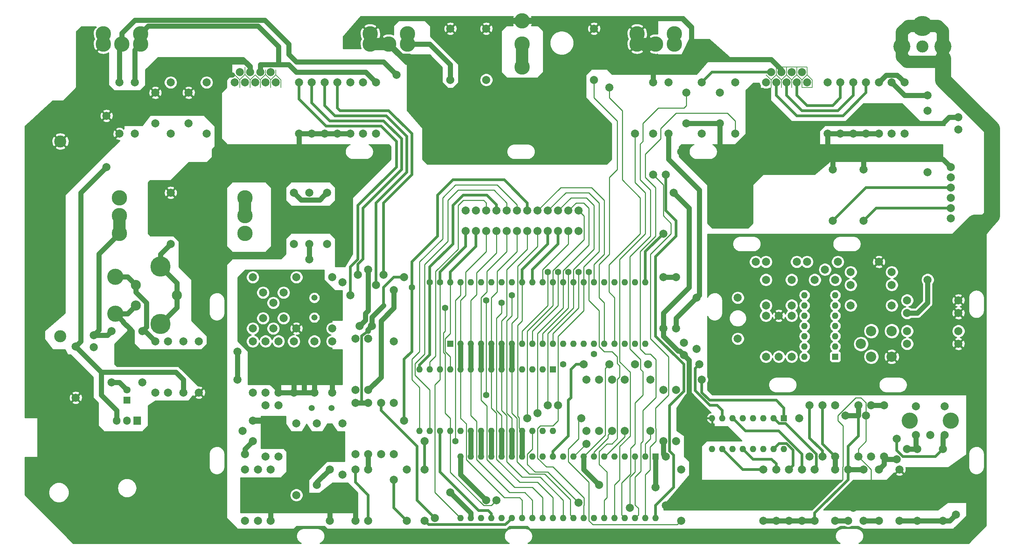
<source format=gbr>
G04 #@! TF.GenerationSoftware,KiCad,Pcbnew,(5.1.4)-1*
G04 #@! TF.CreationDate,2020-12-20T11:18:10+01:00*
G04 #@! TF.ProjectId,JrBoard,4a72426f-6172-4642-9e6b-696361645f70,rev?*
G04 #@! TF.SameCoordinates,Original*
G04 #@! TF.FileFunction,Copper,L1,Top*
G04 #@! TF.FilePolarity,Positive*
%FSLAX46Y46*%
G04 Gerber Fmt 4.6, Leading zero omitted, Abs format (unit mm)*
G04 Created by KiCad (PCBNEW (5.1.4)-1) date 2020-12-20 11:18:10*
%MOMM*%
%LPD*%
G04 APERTURE LIST*
%ADD10C,2.000000*%
%ADD11C,3.800000*%
%ADD12C,1.500000*%
%ADD13O,1.905000X2.000000*%
%ADD14R,1.905000X2.000000*%
%ADD15C,2.540000*%
%ADD16C,4.000000*%
%ADD17C,5.000000*%
%ADD18C,2.500000*%
%ADD19C,4.200000*%
%ADD20C,3.000000*%
%ADD21C,1.800000*%
%ADD22R,1.800000X1.800000*%
%ADD23O,1.600000X1.600000*%
%ADD24R,1.600000X1.600000*%
%ADD25C,1.600000*%
%ADD26C,0.250000*%
%ADD27C,0.635000*%
%ADD28C,1.270000*%
%ADD29C,3.048000*%
%ADD30C,0.127000*%
%ADD31C,4.000000*%
%ADD32C,1.524000*%
%ADD33C,0.254000*%
G04 APERTURE END LIST*
D10*
X135855000Y-71815000D03*
X138395000Y-71815000D03*
X140935000Y-71815000D03*
X143475000Y-71815000D03*
X146015000Y-71815000D03*
X148555000Y-71815000D03*
X151095000Y-71815000D03*
X153635000Y-71815000D03*
X156175000Y-71815000D03*
X158715000Y-71815000D03*
X161255000Y-71815000D03*
X163795000Y-71815000D03*
X163795000Y-76895000D03*
X161255000Y-76895000D03*
X158715000Y-76895000D03*
X156175000Y-76895000D03*
X153635000Y-76895000D03*
X151095000Y-76895000D03*
X148555000Y-76895000D03*
X146015000Y-76895000D03*
X143475000Y-76895000D03*
X140935000Y-76895000D03*
X138395000Y-76895000D03*
X135855000Y-76895000D03*
X257140000Y-147126000D03*
X81245000Y-132140000D03*
X229835000Y-122615000D03*
X218405000Y-123250000D03*
X105375000Y-89595000D03*
X120615000Y-88325000D03*
X250155000Y-43240000D03*
X211420000Y-37525000D03*
X213960000Y-37525000D03*
X216500000Y-37525000D03*
X219040000Y-37525000D03*
X210150000Y-40065000D03*
X212690000Y-40065000D03*
X215230000Y-40065000D03*
X217770000Y-40065000D03*
X220310000Y-40065000D03*
D11*
X50130000Y-77485000D03*
X50130000Y-68685000D03*
X50130000Y-73085000D03*
X81245000Y-77485000D03*
X81245000Y-68685000D03*
X81245000Y-73085000D03*
D10*
X215865000Y-135950000D03*
X215865000Y-148650000D03*
X216500000Y-108010000D03*
X216500000Y-97850000D03*
X213325000Y-97850000D03*
X213325000Y-108010000D03*
X231105000Y-95310000D03*
X241265000Y-95310000D03*
X241265000Y-90230000D03*
X231105000Y-90230000D03*
X241265000Y-87055000D03*
X231105000Y-87055000D03*
X238090000Y-84515000D03*
X227930000Y-84515000D03*
X210150000Y-97850000D03*
X210150000Y-108010000D03*
X80610000Y-126425000D03*
X83150000Y-128965000D03*
X83150000Y-123885000D03*
X245075000Y-130870000D03*
X242535000Y-128330000D03*
X242535000Y-133410000D03*
X224755000Y-86420000D03*
X222215000Y-88960000D03*
X227295000Y-88960000D03*
X88230000Y-101025000D03*
X90770000Y-98485000D03*
X85690000Y-98485000D03*
X88230000Y-94675000D03*
X90770000Y-92135000D03*
X85690000Y-92135000D03*
D12*
X102655000Y-120710000D03*
X97755000Y-120710000D03*
X98390000Y-98305000D03*
X98390000Y-93405000D03*
D10*
X193640000Y-109915000D03*
X180940000Y-109915000D03*
X121250000Y-148650000D03*
X121250000Y-135950000D03*
X177765000Y-109915000D03*
X165065000Y-109915000D03*
D13*
X49495000Y-123885000D03*
X52035000Y-123885000D03*
D14*
X54575000Y-123885000D03*
D15*
X241265000Y-101660000D03*
X236185000Y-101660000D03*
X233645000Y-104835000D03*
X236185000Y-108010000D03*
X241265000Y-108010000D03*
D11*
X187445000Y-28000000D03*
X187445000Y-30540000D03*
X178245000Y-28000000D03*
X178245000Y-30540000D03*
X182845000Y-30540000D03*
X121405000Y-28000000D03*
X121405000Y-30540000D03*
X112205000Y-28000000D03*
X112205000Y-30540000D03*
X116805000Y-30540000D03*
X55365000Y-28000000D03*
X55365000Y-30540000D03*
X46165000Y-28000000D03*
X46165000Y-30540000D03*
X50765000Y-30540000D03*
D10*
X48225000Y-114360000D03*
X48225000Y-101660000D03*
X234280000Y-148650000D03*
X234280000Y-135950000D03*
X227295000Y-135950000D03*
X227295000Y-148650000D03*
X220945000Y-132775000D03*
X220945000Y-120075000D03*
X222215000Y-135950000D03*
X222215000Y-148650000D03*
X212690000Y-135950000D03*
X212690000Y-148650000D03*
X219040000Y-135950000D03*
X219040000Y-148650000D03*
X209515000Y-135950000D03*
X209515000Y-148650000D03*
X239360000Y-120075000D03*
X239360000Y-132775000D03*
X84420000Y-135950000D03*
X84420000Y-148650000D03*
X86325000Y-132775000D03*
X86325000Y-120075000D03*
X81245000Y-148650000D03*
X81245000Y-135950000D03*
X87595000Y-148650000D03*
X87595000Y-135950000D03*
X243170000Y-135950000D03*
X243170000Y-148650000D03*
X233010000Y-132775000D03*
X233010000Y-120075000D03*
X227295000Y-132775000D03*
X227295000Y-120075000D03*
X118075000Y-132140000D03*
X118075000Y-119440000D03*
X114900000Y-119440000D03*
X114900000Y-132140000D03*
X111725000Y-119440000D03*
X111725000Y-132140000D03*
X89500000Y-120075000D03*
X89500000Y-132775000D03*
X111725000Y-148650000D03*
X111725000Y-135950000D03*
X187925000Y-128965000D03*
X187925000Y-116265000D03*
X184750000Y-128965000D03*
X184750000Y-116265000D03*
X181575000Y-126425000D03*
X181575000Y-113725000D03*
X189195000Y-148650000D03*
X189195000Y-135950000D03*
X175225000Y-126425000D03*
X175225000Y-113725000D03*
X172050000Y-126425000D03*
X172050000Y-113725000D03*
X168875000Y-126425000D03*
X168875000Y-113725000D03*
X165700000Y-113725000D03*
X165700000Y-126425000D03*
X125695000Y-135950000D03*
X125695000Y-148650000D03*
X102835000Y-116900000D03*
X102835000Y-104200000D03*
X93310000Y-116900000D03*
X93310000Y-104200000D03*
X86325000Y-104200000D03*
X86325000Y-116900000D03*
X83150000Y-104200000D03*
X83150000Y-116900000D03*
X55845000Y-101660000D03*
X55845000Y-114360000D03*
X257775000Y-101660000D03*
X245075000Y-101660000D03*
X193005000Y-106105000D03*
X193005000Y-93405000D03*
X102835000Y-101025000D03*
X102835000Y-88325000D03*
X93945000Y-101025000D03*
X93945000Y-88325000D03*
X83150000Y-101025000D03*
X83150000Y-88325000D03*
D16*
X49114000Y-97342000D03*
X49114000Y-88198000D03*
D17*
X60290000Y-99882000D03*
X60290000Y-85658000D03*
D18*
X54194000Y-95310000D03*
X54194000Y-90230000D03*
X64354000Y-92770000D03*
D10*
X244440000Y-52765000D03*
X244440000Y-40065000D03*
X241265000Y-40065000D03*
X241265000Y-52765000D03*
X202530000Y-52765000D03*
X202530000Y-40065000D03*
X194275000Y-52765000D03*
X194275000Y-40065000D03*
X113630000Y-40065000D03*
X113630000Y-52765000D03*
X110455000Y-52765000D03*
X110455000Y-40065000D03*
X71720000Y-52765000D03*
X71720000Y-40065000D03*
X62830000Y-52765000D03*
X62830000Y-40065000D03*
X187925000Y-88325000D03*
X187925000Y-101025000D03*
X99025000Y-139760000D03*
X99025000Y-124520000D03*
X247234000Y-127441000D03*
X250790000Y-127441000D03*
X254346000Y-127441000D03*
X254346000Y-120329000D03*
X247234000Y-120329000D03*
D16*
X255870000Y-123885000D03*
X245710000Y-123885000D03*
D10*
X66005000Y-104200000D03*
X66005000Y-116900000D03*
X203165000Y-103565000D03*
X203165000Y-93405000D03*
X101565000Y-67370000D03*
X101565000Y-80070000D03*
X97120000Y-67370000D03*
X97120000Y-80070000D03*
X250155000Y-62290000D03*
X250155000Y-47050000D03*
X186020000Y-52765000D03*
X186020000Y-40065000D03*
X53940000Y-52765000D03*
X53940000Y-40065000D03*
X255870000Y-61020000D03*
X255870000Y-63560000D03*
X255870000Y-66100000D03*
X255870000Y-68640000D03*
X255870000Y-71180000D03*
X255870000Y-73720000D03*
D17*
X248885000Y-26095000D03*
D19*
X253965000Y-31175000D03*
X243805000Y-31175000D03*
D20*
X248885000Y-31175000D03*
D11*
X149825000Y-24840000D03*
X149825000Y-36240000D03*
X149825000Y-30540000D03*
D10*
X79975000Y-37525000D03*
X82515000Y-37525000D03*
X85055000Y-37525000D03*
X87595000Y-37525000D03*
X78705000Y-40065000D03*
X81245000Y-40065000D03*
X83785000Y-40065000D03*
X86325000Y-40065000D03*
X88865000Y-40065000D03*
D21*
X52035000Y-116265000D03*
D22*
X52035000Y-118805000D03*
D10*
X108550000Y-119440000D03*
X108550000Y-132140000D03*
X62195000Y-116900000D03*
X62195000Y-104200000D03*
X59020000Y-104200000D03*
X59020000Y-116900000D03*
X105375000Y-137220000D03*
X105375000Y-124520000D03*
X253965000Y-130870000D03*
X253965000Y-148650000D03*
X247615000Y-148650000D03*
X247615000Y-130870000D03*
X238090000Y-135950000D03*
X238090000Y-148650000D03*
X230470000Y-148650000D03*
X230470000Y-135950000D03*
X224120000Y-132775000D03*
X224120000Y-120075000D03*
X236185000Y-132775000D03*
X236185000Y-120075000D03*
X93945000Y-142300000D03*
X93945000Y-124520000D03*
X102200000Y-148650000D03*
X102200000Y-135950000D03*
X108550000Y-148650000D03*
X108550000Y-135950000D03*
X111725000Y-103565000D03*
X111725000Y-116265000D03*
X108550000Y-103565000D03*
X108550000Y-116265000D03*
X98390000Y-116900000D03*
X98390000Y-104200000D03*
X89500000Y-116900000D03*
X89500000Y-104200000D03*
X69815000Y-116900000D03*
X69815000Y-104200000D03*
X43780000Y-105700000D03*
X43780000Y-102700000D03*
X39335000Y-118170000D03*
X39335000Y-105470000D03*
X257775000Y-104835000D03*
X245075000Y-104835000D03*
X257775000Y-97215000D03*
X245075000Y-97215000D03*
X257775000Y-94040000D03*
X245075000Y-94040000D03*
X207610000Y-84515000D03*
X220310000Y-84515000D03*
X210150000Y-84515000D03*
X217770000Y-84515000D03*
X216500000Y-95310000D03*
X216500000Y-88960000D03*
X210150000Y-95310000D03*
X210150000Y-88960000D03*
X189830000Y-107605000D03*
X189830000Y-104605000D03*
X118075000Y-104200000D03*
X118075000Y-91500000D03*
X109590000Y-100390000D03*
X112590000Y-100390000D03*
D20*
X35525000Y-54670000D03*
X35525000Y-102930000D03*
D10*
X226660000Y-61655000D03*
X226660000Y-74355000D03*
X234280000Y-61655000D03*
X234280000Y-74355000D03*
X93310000Y-67370000D03*
X93310000Y-80070000D03*
X62830000Y-67370000D03*
X62830000Y-80070000D03*
X46955000Y-48320000D03*
X46955000Y-61020000D03*
X257775000Y-48725000D03*
X257775000Y-51725000D03*
X238090000Y-52765000D03*
X238090000Y-40065000D03*
X234915000Y-52765000D03*
X234915000Y-40065000D03*
X231740000Y-52765000D03*
X231740000Y-40065000D03*
X228565000Y-52765000D03*
X228565000Y-40065000D03*
X225390000Y-52765000D03*
X225390000Y-40065000D03*
X198720000Y-50225000D03*
X198720000Y-42605000D03*
X190465000Y-50225000D03*
X190465000Y-42605000D03*
X182210000Y-40065000D03*
X182210000Y-52765000D03*
X107280000Y-52765000D03*
X107280000Y-40065000D03*
X104105000Y-52765000D03*
X104105000Y-40065000D03*
X100930000Y-52765000D03*
X100930000Y-40065000D03*
X97755000Y-52765000D03*
X97755000Y-40065000D03*
X94580000Y-52765000D03*
X94580000Y-40065000D03*
X67275000Y-42605000D03*
X67275000Y-50225000D03*
X59020000Y-42605000D03*
X59020000Y-50225000D03*
X50130000Y-52765000D03*
X50130000Y-40065000D03*
X167605000Y-26730000D03*
X167605000Y-39430000D03*
X140935000Y-26730000D03*
X140935000Y-39430000D03*
X132045000Y-26730000D03*
X132045000Y-39430000D03*
D23*
X219675000Y-108010000D03*
X227295000Y-92770000D03*
X219675000Y-105470000D03*
X227295000Y-95310000D03*
X219675000Y-102930000D03*
X227295000Y-97850000D03*
X219675000Y-100390000D03*
X227295000Y-100390000D03*
X219675000Y-97850000D03*
X227295000Y-102930000D03*
X219675000Y-95310000D03*
X227295000Y-105470000D03*
X219675000Y-92770000D03*
D24*
X227295000Y-108010000D03*
D23*
X214595000Y-130870000D03*
X196815000Y-123250000D03*
X212055000Y-130870000D03*
X199355000Y-123250000D03*
X209515000Y-130870000D03*
X201895000Y-123250000D03*
X206975000Y-130870000D03*
X204435000Y-123250000D03*
X204435000Y-130870000D03*
X206975000Y-123250000D03*
X201895000Y-130870000D03*
X209515000Y-123250000D03*
X199355000Y-130870000D03*
X212055000Y-123250000D03*
X196815000Y-130870000D03*
D24*
X214595000Y-123250000D03*
D23*
X182845000Y-148015000D03*
X134585000Y-132775000D03*
X180305000Y-148015000D03*
X137125000Y-132775000D03*
X177765000Y-148015000D03*
X139665000Y-132775000D03*
X175225000Y-148015000D03*
X142205000Y-132775000D03*
X172685000Y-148015000D03*
X144745000Y-132775000D03*
X170145000Y-148015000D03*
X147285000Y-132775000D03*
X167605000Y-148015000D03*
X149825000Y-132775000D03*
X165065000Y-148015000D03*
X152365000Y-132775000D03*
X162525000Y-148015000D03*
X154905000Y-132775000D03*
X159985000Y-148015000D03*
X157445000Y-132775000D03*
X157445000Y-148015000D03*
X159985000Y-132775000D03*
X154905000Y-148015000D03*
X162525000Y-132775000D03*
X152365000Y-148015000D03*
X165065000Y-132775000D03*
X149825000Y-148015000D03*
X167605000Y-132775000D03*
X147285000Y-148015000D03*
X170145000Y-132775000D03*
X144745000Y-148015000D03*
X172685000Y-132775000D03*
X142205000Y-148015000D03*
X175225000Y-132775000D03*
X139665000Y-148015000D03*
X177765000Y-132775000D03*
X137125000Y-148015000D03*
X180305000Y-132775000D03*
X134585000Y-148015000D03*
D24*
X182845000Y-132775000D03*
D23*
X157445000Y-126425000D03*
X124425000Y-111185000D03*
X154905000Y-126425000D03*
X126965000Y-111185000D03*
X152365000Y-126425000D03*
X129505000Y-111185000D03*
X149825000Y-126425000D03*
X132045000Y-111185000D03*
X147285000Y-126425000D03*
X134585000Y-111185000D03*
X144745000Y-126425000D03*
X137125000Y-111185000D03*
X142205000Y-126425000D03*
X139665000Y-111185000D03*
X139665000Y-126425000D03*
X142205000Y-111185000D03*
X137125000Y-126425000D03*
X144745000Y-111185000D03*
X134585000Y-126425000D03*
X147285000Y-111185000D03*
X132045000Y-126425000D03*
X149825000Y-111185000D03*
X129505000Y-126425000D03*
X152365000Y-111185000D03*
X126965000Y-126425000D03*
X154905000Y-111185000D03*
X124425000Y-126425000D03*
D24*
X157445000Y-111185000D03*
D23*
X132045000Y-89595000D03*
X180305000Y-104835000D03*
X134585000Y-89595000D03*
X177765000Y-104835000D03*
X137125000Y-89595000D03*
X175225000Y-104835000D03*
X139665000Y-89595000D03*
X172685000Y-104835000D03*
X142205000Y-89595000D03*
X170145000Y-104835000D03*
X144745000Y-89595000D03*
X167605000Y-104835000D03*
X147285000Y-89595000D03*
X165065000Y-104835000D03*
X149825000Y-89595000D03*
X162525000Y-104835000D03*
X152365000Y-89595000D03*
X159985000Y-104835000D03*
X154905000Y-89595000D03*
X157445000Y-104835000D03*
X157445000Y-89595000D03*
X154905000Y-104835000D03*
X159985000Y-89595000D03*
X152365000Y-104835000D03*
X162525000Y-89595000D03*
X149825000Y-104835000D03*
X165065000Y-89595000D03*
X147285000Y-104835000D03*
X167605000Y-89595000D03*
X144745000Y-104835000D03*
X170145000Y-89595000D03*
X142205000Y-104835000D03*
X172685000Y-89595000D03*
X139665000Y-104835000D03*
X175225000Y-89595000D03*
X137125000Y-104835000D03*
X177765000Y-89595000D03*
X134585000Y-104835000D03*
X180305000Y-89595000D03*
D24*
X132045000Y-104835000D03*
D10*
X240630000Y-57210000D03*
X219040000Y-57210000D03*
X199355000Y-57210000D03*
X158715000Y-57210000D03*
X114265000Y-57210000D03*
X74260000Y-90865000D03*
X140935000Y-143570000D03*
X97120000Y-83880000D03*
D25*
X133315000Y-128965000D03*
D10*
X125695000Y-128965000D03*
D25*
X129505000Y-89595000D03*
D10*
X120615000Y-123885000D03*
D25*
X122520000Y-90865000D03*
D10*
X171415000Y-41335000D03*
D25*
X126965000Y-89595000D03*
X140935000Y-117535000D03*
X140935000Y-94040000D03*
D10*
X163795000Y-144205000D03*
X115535000Y-87690000D03*
X113630000Y-90230000D03*
X109185000Y-87690000D03*
D25*
X147285000Y-92770000D03*
D10*
X107280000Y-92770000D03*
D25*
X144745000Y-94675000D03*
X163795000Y-87055000D03*
D10*
X151095000Y-123250000D03*
D25*
X161255000Y-87055000D03*
D10*
X153635000Y-121980000D03*
D25*
X158715000Y-87055000D03*
D10*
X156175000Y-120075000D03*
D25*
X156175000Y-87055000D03*
D10*
X158715000Y-120075000D03*
D25*
X130775000Y-95945000D03*
D10*
X143475000Y-143570000D03*
X184750000Y-77530000D03*
D25*
X167605000Y-107375000D03*
X159985000Y-109915000D03*
D10*
X132045000Y-141665000D03*
X182845000Y-140395000D03*
X187290000Y-67370000D03*
X184750000Y-101025000D03*
X234915000Y-122615000D03*
X104105000Y-142935000D03*
X111725000Y-86420000D03*
X185385000Y-144840000D03*
X231740000Y-145475000D03*
X237455000Y-152460000D03*
X223485000Y-152460000D03*
X74260000Y-82610000D03*
X74260000Y-69910000D03*
X70450000Y-78165000D03*
X70450000Y-88325000D03*
X70450000Y-95945000D03*
X68545000Y-73085000D03*
X68545000Y-68005000D03*
X58385000Y-73085000D03*
X74260000Y-127060000D03*
X74260000Y-113725000D03*
X74260000Y-139125000D03*
X74260000Y-152460000D03*
X41875000Y-146745000D03*
X52670000Y-146745000D03*
X62195000Y-146745000D03*
X67910000Y-146745000D03*
X67910000Y-137220000D03*
X67910000Y-127060000D03*
X62195000Y-131505000D03*
X52670000Y-131505000D03*
X41875000Y-131505000D03*
X43780000Y-120075000D03*
X37430000Y-128965000D03*
X37430000Y-121345000D03*
X67910000Y-111185000D03*
X37430000Y-111185000D03*
X29810000Y-111185000D03*
X32350000Y-116265000D03*
X58385000Y-108645000D03*
X50130000Y-108645000D03*
X31715000Y-90230000D03*
X31715000Y-82610000D03*
X31715000Y-74990000D03*
X31715000Y-67370000D03*
X31715000Y-59750000D03*
X74260000Y-57210000D03*
X92040000Y-152460000D03*
X103470000Y-152460000D03*
X124425000Y-152460000D03*
X142205000Y-152460000D03*
X158715000Y-152460000D03*
X175225000Y-152460000D03*
X200625000Y-152460000D03*
X262220000Y-139760000D03*
X262220000Y-127060000D03*
X262220000Y-100390000D03*
X262220000Y-90230000D03*
X262220000Y-114995000D03*
X104105000Y-57210000D03*
X128235000Y-57210000D03*
X143475000Y-57210000D03*
X168875000Y-57210000D03*
X189195000Y-57210000D03*
X255235000Y-114995000D03*
X246345000Y-114995000D03*
X236820000Y-114995000D03*
X228565000Y-114995000D03*
X219040000Y-114995000D03*
X209515000Y-114995000D03*
X202530000Y-114995000D03*
X200625000Y-80070000D03*
X210150000Y-80070000D03*
X217770000Y-80070000D03*
X225390000Y-80070000D03*
X234915000Y-80070000D03*
X241265000Y-80070000D03*
X197450000Y-90865000D03*
X197450000Y-100390000D03*
X197450000Y-104835000D03*
X197450000Y-86420000D03*
X164430000Y-123250000D03*
X176495000Y-145475000D03*
X128235000Y-148015000D03*
X185385000Y-62925000D03*
X182210000Y-62925000D03*
X177765000Y-52765000D03*
D25*
X166335000Y-87055000D03*
D10*
X185385000Y-132775000D03*
X118075000Y-138490000D03*
X79340000Y-106740000D03*
X79340000Y-113725000D03*
X165700000Y-129600000D03*
X171415000Y-109915000D03*
X168875000Y-139760000D03*
X184750000Y-88325000D03*
X194275000Y-113725000D03*
X118710000Y-38160000D03*
X250155000Y-88960000D03*
D26*
X132045000Y-102295000D02*
X132045000Y-89595000D01*
X132045000Y-111185000D02*
X132045000Y-108010000D01*
X132045000Y-108010000D02*
X130775000Y-106740000D01*
X130775000Y-103565000D02*
X132045000Y-102295000D01*
X130775000Y-106740000D02*
X130775000Y-103565000D01*
D27*
X132045000Y-89595000D02*
X132045000Y-87055000D01*
X132045000Y-87055000D02*
X138395000Y-80705000D01*
X138395000Y-80705000D02*
X138395000Y-76895000D01*
D28*
X111725000Y-132140000D02*
X111725000Y-135950000D01*
X97120000Y-80070000D02*
X97120000Y-83880000D01*
X118075000Y-91500000D02*
X118075000Y-95945000D01*
X118075000Y-95945000D02*
X114900000Y-99120000D01*
X114900000Y-99120000D02*
X114900000Y-113090000D01*
X114900000Y-113090000D02*
X111725000Y-116265000D01*
X140935000Y-143570000D02*
X134585000Y-137220000D01*
X134585000Y-137220000D02*
X134585000Y-132775000D01*
D27*
X125695000Y-128965000D02*
X125695000Y-135950000D01*
D26*
X134585000Y-92770000D02*
X134585000Y-89595000D01*
X133315000Y-128965000D02*
X133315000Y-94040000D01*
X133315000Y-94040000D02*
X134585000Y-92770000D01*
X129505000Y-113725000D02*
X129505000Y-111185000D01*
X128235000Y-114995000D02*
X129505000Y-113725000D01*
X134585000Y-148015000D02*
X128235000Y-141665000D01*
X128235000Y-141665000D02*
X128235000Y-114995000D01*
X129505000Y-111185000D02*
X129505000Y-89595000D01*
D27*
X135855000Y-80705000D02*
X135855000Y-76895000D01*
X129505000Y-89595000D02*
X129505000Y-87055000D01*
X129505000Y-87055000D02*
X135855000Y-80705000D01*
X142205000Y-146883630D02*
X141431370Y-146110000D01*
X142205000Y-148015000D02*
X142205000Y-146883630D01*
X141431370Y-146110000D02*
X139030000Y-146110000D01*
X129505000Y-136585000D02*
X129505000Y-126425000D01*
X139030000Y-146110000D02*
X129505000Y-136585000D01*
X120615000Y-123885000D02*
X120615000Y-108645000D01*
X122520000Y-106740000D02*
X122520000Y-90865000D01*
X120615000Y-108645000D02*
X122520000Y-106740000D01*
X145380000Y-64195000D02*
X151095000Y-69910000D01*
X122520000Y-84515000D02*
X128870000Y-78165000D01*
X151095000Y-69910000D02*
X151095000Y-71815000D01*
X122520000Y-90865000D02*
X122520000Y-84515000D01*
X128870000Y-78165000D02*
X128870000Y-68005000D01*
X128870000Y-68005000D02*
X132680000Y-64195000D01*
X132680000Y-64195000D02*
X145380000Y-64195000D01*
D28*
X121405000Y-30540000D02*
X126965000Y-30540000D01*
X126965000Y-30540000D02*
X132045000Y-35620000D01*
X132045000Y-35620000D02*
X132045000Y-39430000D01*
D29*
X121405000Y-28000000D02*
X121405000Y-30540000D01*
D26*
X172685000Y-93405000D02*
X172685000Y-104835000D01*
X171270001Y-91990001D02*
X172685000Y-93405000D01*
X171270001Y-85294999D02*
X171270001Y-91990001D01*
X171415000Y-43875000D02*
X174590000Y-47050000D01*
X174590000Y-47050000D02*
X174590000Y-64195000D01*
X174590000Y-64195000D02*
X179035000Y-68640000D01*
X171415000Y-41335000D02*
X171415000Y-43875000D01*
X179035000Y-77530000D02*
X171270001Y-85294999D01*
X179035000Y-68640000D02*
X179035000Y-77530000D01*
D27*
X124425000Y-110053630D02*
X126965000Y-107513630D01*
X124425000Y-111185000D02*
X124425000Y-110053630D01*
X126965000Y-107513630D02*
X126965000Y-89595000D01*
X143475000Y-70400787D02*
X143475000Y-71815000D01*
X126965000Y-89595000D02*
X126965000Y-85785000D01*
X132680000Y-70545000D02*
X135220000Y-68005000D01*
X141079213Y-68005000D02*
X143475000Y-70400787D01*
X126965000Y-85785000D02*
X132680000Y-80070000D01*
X132680000Y-80070000D02*
X132680000Y-70545000D01*
X135220000Y-68005000D02*
X141079213Y-68005000D01*
D26*
X167605000Y-43875000D02*
X167605000Y-39430000D01*
X173320000Y-61655000D02*
X173320000Y-49590000D01*
X173320000Y-49590000D02*
X167605000Y-43875000D01*
X171415000Y-63560000D02*
X173320000Y-61655000D01*
X170145000Y-94675000D02*
X168875000Y-93405000D01*
X170145000Y-104835000D02*
X170145000Y-94675000D01*
X171415000Y-82610000D02*
X171415000Y-63560000D01*
X168875000Y-93405000D02*
X168875000Y-85150000D01*
X168875000Y-85150000D02*
X171415000Y-82610000D01*
X163795000Y-144205000D02*
X156175000Y-136585000D01*
X156175000Y-136585000D02*
X153000000Y-136585000D01*
X153000000Y-136585000D02*
X151095000Y-134680000D01*
X151095000Y-134680000D02*
X151095000Y-132140000D01*
X152365000Y-130870000D02*
X152365000Y-126425000D01*
X151095000Y-132140000D02*
X152365000Y-130870000D01*
X140935000Y-94040000D02*
X140935000Y-117535000D01*
D27*
X115535000Y-69910000D02*
X115535000Y-87690000D01*
X122520000Y-62925000D02*
X115535000Y-69910000D01*
X104105000Y-46415000D02*
X104740000Y-47050000D01*
X104105000Y-40065000D02*
X104105000Y-46415000D01*
X104740000Y-47050000D02*
X116805000Y-47050000D01*
X116805000Y-47050000D02*
X122520000Y-52765000D01*
X122520000Y-52765000D02*
X122520000Y-62925000D01*
X110067501Y-119192499D02*
X109820000Y-119440000D01*
D28*
X108550000Y-119440000D02*
X109820000Y-119440000D01*
D27*
X110067501Y-102912499D02*
X110067501Y-119192499D01*
D28*
X109820000Y-119440000D02*
X111725000Y-119440000D01*
D27*
X121250000Y-88325000D02*
X118075000Y-88325000D01*
X118075000Y-88325000D02*
X115535000Y-90865000D01*
X115535000Y-90865000D02*
X115535000Y-95310000D01*
D28*
X112590000Y-98255000D02*
X115535000Y-95310000D01*
X112590000Y-100390000D02*
X112590000Y-98255000D01*
X111590001Y-101525001D02*
X111725000Y-101660000D01*
X111590001Y-101389999D02*
X111590001Y-101525001D01*
X112590000Y-100390000D02*
X111590001Y-101389999D01*
D27*
X111725000Y-101660000D02*
X110067501Y-102912499D01*
X113630000Y-69910000D02*
X113630000Y-90230000D01*
X121250000Y-62290000D02*
X113630000Y-69910000D01*
X100930000Y-45780000D02*
X103470000Y-48320000D01*
X103470000Y-48320000D02*
X116170000Y-48320000D01*
X100930000Y-40065000D02*
X100930000Y-45780000D01*
X116170000Y-48320000D02*
X121250000Y-53400000D01*
X121250000Y-53400000D02*
X121250000Y-62290000D01*
D28*
X149825000Y-126425000D02*
X149825000Y-132775000D01*
D27*
X149825000Y-89595000D02*
X149825000Y-86420000D01*
X149825000Y-86420000D02*
X156175000Y-80070000D01*
X156175000Y-80070000D02*
X156175000Y-76895000D01*
D26*
X149025001Y-125625001D02*
X149025001Y-123085001D01*
X149825000Y-126425000D02*
X149025001Y-125625001D01*
X148699999Y-122759999D02*
X148699999Y-100245001D01*
X149025001Y-123085001D02*
X148699999Y-122759999D01*
X149825000Y-99120000D02*
X149825000Y-89595000D01*
X148699999Y-100245001D02*
X149825000Y-99120000D01*
D27*
X109185000Y-86275787D02*
X109185000Y-87690000D01*
X109185000Y-85060882D02*
X109185000Y-86275787D01*
X110455000Y-83790882D02*
X109185000Y-85060882D01*
X110455000Y-71180000D02*
X110455000Y-83790882D01*
X119980000Y-61655000D02*
X110455000Y-71180000D01*
X97755000Y-45145000D02*
X102200000Y-49590000D01*
X97755000Y-40065000D02*
X97755000Y-45145000D01*
X102200000Y-49590000D02*
X115535000Y-49590000D01*
X115535000Y-49590000D02*
X119980000Y-54035000D01*
X119980000Y-54035000D02*
X119980000Y-61655000D01*
D28*
X147285000Y-126425000D02*
X147285000Y-132775000D01*
D27*
X152365000Y-89595000D02*
X152365000Y-86420000D01*
X152365000Y-86420000D02*
X158715000Y-80070000D01*
X158715000Y-80070000D02*
X158715000Y-76895000D01*
D26*
X147285000Y-126425000D02*
X147285000Y-123250000D01*
X147285000Y-123250000D02*
X146015000Y-121980000D01*
X146015000Y-121980000D02*
X146015000Y-99120000D01*
X147285000Y-97850000D02*
X147285000Y-92770000D01*
X146015000Y-99120000D02*
X147285000Y-97850000D01*
D27*
X107280000Y-85785000D02*
X107280000Y-92770000D01*
X109185000Y-70545000D02*
X109185000Y-83880000D01*
X94580000Y-44169098D02*
X101270902Y-50860000D01*
X109185000Y-83880000D02*
X107280000Y-85785000D01*
X94580000Y-40065000D02*
X94580000Y-44169098D01*
X118710000Y-61020000D02*
X109185000Y-70545000D01*
X101270902Y-50860000D02*
X114900000Y-50860000D01*
X114900000Y-50860000D02*
X118710000Y-54670000D01*
X118710000Y-54670000D02*
X118710000Y-61020000D01*
D28*
X144745000Y-126425000D02*
X144745000Y-132775000D01*
D26*
X161255000Y-80070000D02*
X161255000Y-76895000D01*
X154905000Y-89595000D02*
X154905000Y-86420000D01*
X154905000Y-86420000D02*
X161255000Y-80070000D01*
X144745000Y-126425000D02*
X144745000Y-122615000D01*
X144745000Y-122615000D02*
X143475000Y-121345000D01*
X143475000Y-121345000D02*
X143475000Y-98485000D01*
X144745000Y-97215000D02*
X144745000Y-94675000D01*
X143475000Y-98485000D02*
X144745000Y-97215000D01*
D27*
X229200000Y-48320000D02*
X234915000Y-42605000D01*
X217770000Y-48320000D02*
X229200000Y-48320000D01*
X234915000Y-42605000D02*
X234915000Y-40065000D01*
X212690000Y-40065000D02*
X212690000Y-43240000D01*
X212690000Y-43240000D02*
X217770000Y-48320000D01*
D26*
X163795000Y-87055000D02*
X163795000Y-95945000D01*
X163795000Y-95945000D02*
X157445000Y-102295000D01*
X157445000Y-102295000D02*
X157445000Y-104835000D01*
D28*
X142205000Y-126425000D02*
X142205000Y-132775000D01*
D26*
X165120001Y-73140001D02*
X164794999Y-72814999D01*
X157445000Y-86659998D02*
X165120001Y-78984997D01*
X164794999Y-72814999D02*
X163795000Y-71815000D01*
X165120001Y-78984997D02*
X165120001Y-73140001D01*
X157445000Y-89595000D02*
X157445000Y-86659998D01*
X157445000Y-95310000D02*
X157445000Y-89595000D01*
X151095000Y-123250000D02*
X151095000Y-101660000D01*
X151095000Y-101660000D02*
X157445000Y-95310000D01*
D27*
X215230000Y-40065000D02*
X215230000Y-43240000D01*
X215230000Y-43240000D02*
X219040000Y-47050000D01*
X219040000Y-47050000D02*
X227930000Y-47050000D01*
X227930000Y-47050000D02*
X231740000Y-43240000D01*
X231740000Y-43240000D02*
X231740000Y-40065000D01*
D26*
X161255000Y-87055000D02*
X161255000Y-95945000D01*
X154905000Y-102295000D02*
X154905000Y-104835000D01*
X161255000Y-95945000D02*
X154905000Y-102295000D01*
D28*
X139665000Y-126425000D02*
X139665000Y-132775000D01*
D26*
X159985000Y-86659998D02*
X166335000Y-80309998D01*
X159985000Y-89595000D02*
X159985000Y-86659998D01*
X166335000Y-80309998D02*
X166335000Y-71180000D01*
X166335000Y-71180000D02*
X165065000Y-69910000D01*
X163160000Y-69910000D02*
X161255000Y-71815000D01*
X165065000Y-69910000D02*
X163160000Y-69910000D01*
X153635000Y-121980000D02*
X153635000Y-102295000D01*
X159985000Y-95945000D02*
X159985000Y-89595000D01*
X153635000Y-102295000D02*
X159985000Y-95945000D01*
D27*
X217770000Y-40065000D02*
X217770000Y-43240000D01*
X217770000Y-43240000D02*
X220310000Y-45780000D01*
X220310000Y-45780000D02*
X226660000Y-45780000D01*
X226660000Y-45780000D02*
X228565000Y-43875000D01*
X228565000Y-43875000D02*
X228565000Y-40065000D01*
D26*
X158715000Y-95310000D02*
X158715000Y-87055000D01*
X152365000Y-104835000D02*
X152365000Y-101660000D01*
X152365000Y-101660000D02*
X158715000Y-95310000D01*
D28*
X137125000Y-126425000D02*
X137125000Y-132775000D01*
D26*
X162525000Y-89595000D02*
X162525000Y-86420000D01*
X161890000Y-68640000D02*
X158715000Y-71815000D01*
X162525000Y-86420000D02*
X167605000Y-81340000D01*
X167605000Y-81340000D02*
X167605000Y-70545000D01*
X167605000Y-70545000D02*
X165700000Y-68640000D01*
X165700000Y-68640000D02*
X161890000Y-68640000D01*
X156175000Y-120075000D02*
X156175000Y-102295000D01*
X162525000Y-95945000D02*
X162525000Y-89595000D01*
X156175000Y-102295000D02*
X162525000Y-95945000D01*
X156175000Y-87055000D02*
X156175000Y-95310000D01*
X149825000Y-101660000D02*
X149825000Y-104835000D01*
X156175000Y-95310000D02*
X149825000Y-101660000D01*
X160620000Y-67370000D02*
X156175000Y-71815000D01*
X165065000Y-85785000D02*
X168875000Y-81975000D01*
X165065000Y-89595000D02*
X165065000Y-85785000D01*
X168875000Y-81975000D02*
X168875000Y-69910000D01*
X168875000Y-69910000D02*
X166335000Y-67370000D01*
X166335000Y-67370000D02*
X160620000Y-67370000D01*
X158715000Y-123885000D02*
X158715000Y-120075000D01*
X153635000Y-133170002D02*
X153635000Y-125790000D01*
X155779998Y-135315000D02*
X153635000Y-133170002D01*
X165065000Y-144896002D02*
X165120001Y-144841001D01*
X165065000Y-148015000D02*
X165065000Y-144896002D01*
X157445000Y-125155000D02*
X158715000Y-123885000D01*
X154270000Y-125155000D02*
X157445000Y-125155000D01*
X165120001Y-144841001D02*
X165120001Y-142990001D01*
X157445000Y-135315000D02*
X155779998Y-135315000D01*
X153635000Y-125790000D02*
X154270000Y-125155000D01*
X165120001Y-142990001D02*
X157445000Y-135315000D01*
X158715000Y-120075000D02*
X158715000Y-102930000D01*
X165065000Y-96580000D02*
X165065000Y-89595000D01*
X158715000Y-102930000D02*
X165065000Y-96580000D01*
D28*
X147285000Y-104835000D02*
X147285000Y-111185000D01*
D26*
X161725001Y-147215001D02*
X161725001Y-143405001D01*
X162525000Y-148015000D02*
X161725001Y-147215001D01*
X155355010Y-137035010D02*
X151545010Y-137035010D01*
X161725001Y-143405001D02*
X155355010Y-137035010D01*
X147285000Y-121981410D02*
X147285000Y-112316370D01*
X148555000Y-123251410D02*
X147285000Y-121981410D01*
X148555000Y-134045000D02*
X148555000Y-123251410D01*
X147285000Y-112316370D02*
X147285000Y-111185000D01*
X151545010Y-137035010D02*
X148555000Y-134045000D01*
X147285000Y-104835000D02*
X147285000Y-99755000D01*
X148699999Y-98340001D02*
X148699999Y-85640001D01*
X147285000Y-99755000D02*
X148699999Y-98340001D01*
X153635000Y-80705000D02*
X153635000Y-76895000D01*
X148699999Y-85640001D02*
X153635000Y-80705000D01*
X159350000Y-66100000D02*
X153635000Y-71815000D01*
X167605000Y-85150000D02*
X170145000Y-82610000D01*
X167605000Y-89595000D02*
X167605000Y-85150000D01*
X170145000Y-82610000D02*
X170145000Y-69275000D01*
X166970000Y-66100000D02*
X159350000Y-66100000D01*
X170145000Y-69275000D02*
X166970000Y-66100000D01*
X143475000Y-143570000D02*
X142205000Y-144840000D01*
X140298999Y-144895001D02*
X132045000Y-136641002D01*
X142205000Y-144840000D02*
X141626002Y-144840000D01*
X141571001Y-144895001D02*
X140298999Y-144895001D01*
X141626002Y-144840000D02*
X141571001Y-144895001D01*
X132045000Y-136641002D02*
X132045000Y-126425000D01*
X132045000Y-126425000D02*
X132045000Y-123250000D01*
X132045000Y-123250000D02*
X130775000Y-121980000D01*
X130324990Y-106926400D02*
X130324990Y-102110010D01*
X130775000Y-121980000D02*
X130775000Y-107376410D01*
X130775000Y-107376410D02*
X130324990Y-106926400D01*
X130775000Y-101660000D02*
X130775000Y-95945000D01*
X130324990Y-102110010D02*
X130775000Y-101660000D01*
D28*
X144745000Y-104835000D02*
X144745000Y-111185000D01*
D26*
X144745000Y-104835000D02*
X144745000Y-99120000D01*
X144745000Y-99120000D02*
X146015000Y-97850000D01*
X146015000Y-97850000D02*
X146015000Y-86420000D01*
X151095000Y-81340000D02*
X151095000Y-76895000D01*
X146015000Y-86420000D02*
X151095000Y-81340000D01*
X159985000Y-148015000D02*
X159985000Y-143570000D01*
X159985000Y-143570000D02*
X154270000Y-137855000D01*
X154270000Y-137855000D02*
X149825000Y-137855000D01*
X149825000Y-137855000D02*
X146015000Y-134045000D01*
X144745000Y-112316370D02*
X144745000Y-111185000D01*
X146015000Y-122616410D02*
X144745000Y-121346410D01*
X144745000Y-121346410D02*
X144745000Y-112316370D01*
X146015000Y-134045000D02*
X146015000Y-122616410D01*
D28*
X142205000Y-104835000D02*
X142205000Y-111185000D01*
D26*
X142205000Y-112316370D02*
X142205000Y-111185000D01*
X142205000Y-120711410D02*
X142205000Y-112316370D01*
X143475000Y-121981410D02*
X142205000Y-120711410D01*
X157445000Y-148015000D02*
X157445000Y-142935000D01*
X157445000Y-142935000D02*
X153635000Y-139125000D01*
X143475000Y-133410000D02*
X143475000Y-121981410D01*
X153635000Y-139125000D02*
X149190000Y-139125000D01*
X149190000Y-139125000D02*
X143475000Y-133410000D01*
X142205000Y-104835000D02*
X142205000Y-93405000D01*
X143619999Y-91990001D02*
X143619999Y-86910001D01*
X142205000Y-93405000D02*
X143619999Y-91990001D01*
X148555000Y-81975000D02*
X148555000Y-76895000D01*
X143619999Y-86910001D02*
X148555000Y-81975000D01*
D27*
X226660000Y-74355000D02*
X234915000Y-66100000D01*
X234915000Y-66100000D02*
X255870000Y-66100000D01*
D28*
X139665000Y-104835000D02*
X139665000Y-111185000D01*
D26*
X154905000Y-148015000D02*
X154905000Y-142935000D01*
X154905000Y-142935000D02*
X152365000Y-140395000D01*
X152365000Y-140395000D02*
X147920000Y-140395000D01*
X141079999Y-133554999D02*
X141079999Y-120219999D01*
X147920000Y-140395000D02*
X141079999Y-133554999D01*
X139665000Y-118805000D02*
X139665000Y-111185000D01*
X141079999Y-120219999D02*
X139665000Y-118805000D01*
X139665000Y-104835000D02*
X139665000Y-93405000D01*
X141079999Y-91990001D02*
X141079999Y-86910001D01*
X139665000Y-93405000D02*
X141079999Y-91990001D01*
X146015000Y-81975000D02*
X146015000Y-76895000D01*
X141079999Y-86910001D02*
X146015000Y-81975000D01*
D27*
X237455000Y-71180000D02*
X255870000Y-71180000D01*
X234280000Y-74355000D02*
X237455000Y-71180000D01*
D28*
X137125000Y-104835000D02*
X137125000Y-111185000D01*
D26*
X152365000Y-148015000D02*
X152365000Y-143570000D01*
X152365000Y-143570000D02*
X150460000Y-141665000D01*
X150460000Y-141665000D02*
X146650000Y-141665000D01*
X138539999Y-133554999D02*
X138539999Y-124029999D01*
X146650000Y-141665000D02*
X138539999Y-133554999D01*
X137125000Y-122615000D02*
X137125000Y-111185000D01*
X138539999Y-124029999D02*
X137125000Y-122615000D01*
X143475000Y-82264998D02*
X143475000Y-76895000D01*
X138539999Y-87199999D02*
X143475000Y-82264998D01*
X137125000Y-104835000D02*
X137125000Y-94040000D01*
X138539999Y-92625001D02*
X138539999Y-87199999D01*
X137125000Y-94040000D02*
X138539999Y-92625001D01*
D28*
X134585000Y-104835000D02*
X134585000Y-111185000D01*
D26*
X134585000Y-123250000D02*
X134585000Y-111185000D01*
X135999999Y-124664999D02*
X134585000Y-123250000D01*
X135999999Y-133554999D02*
X135999999Y-124664999D01*
X149825000Y-148015000D02*
X149825000Y-143570000D01*
X149825000Y-143570000D02*
X149190000Y-142935000D01*
X149190000Y-142935000D02*
X145380000Y-142935000D01*
X145380000Y-142935000D02*
X135999999Y-133554999D01*
X140935000Y-81975000D02*
X140935000Y-76895000D01*
X135855000Y-87055000D02*
X140935000Y-81975000D01*
X135855000Y-92770000D02*
X135855000Y-87055000D01*
X134585000Y-104835000D02*
X134585000Y-94040000D01*
X134585000Y-94040000D02*
X135855000Y-92770000D01*
D27*
X180305000Y-81975000D02*
X184750000Y-77530000D01*
X180305000Y-89595000D02*
X180305000Y-81975000D01*
D30*
X78070000Y-38160000D02*
X78669982Y-38160000D01*
X79975000Y-39465018D02*
X79975000Y-41335000D01*
X79975000Y-39394982D02*
X79975000Y-39430000D01*
X81245000Y-36255000D02*
X81245000Y-38124982D01*
X78669982Y-38160000D02*
X79975000Y-39430000D01*
X81245000Y-38124982D02*
X79975000Y-39394982D01*
X79975000Y-39430000D02*
X79975000Y-39465018D01*
X81245000Y-38124982D02*
X82515000Y-39394982D01*
X82515000Y-39394982D02*
X82515000Y-41335000D01*
X82515000Y-39465018D02*
X83785000Y-38195018D01*
X82515000Y-41335000D02*
X82515000Y-39465018D01*
X83785000Y-38195018D02*
X85055000Y-39465018D01*
X85055000Y-39465018D02*
X85055000Y-41335000D01*
X85055000Y-39394982D02*
X86325000Y-38124982D01*
X85055000Y-41335000D02*
X85055000Y-39394982D01*
X86325000Y-38124982D02*
X86325000Y-36890000D01*
X87595000Y-39394982D02*
X86325000Y-38124982D01*
X88865000Y-38195018D02*
X87595000Y-39465018D01*
X87595000Y-39465018D02*
X87595000Y-39394982D01*
X88865000Y-36890000D02*
X88865000Y-38195018D01*
X88865000Y-38195018D02*
X90135000Y-39465018D01*
X90135000Y-39465018D02*
X90135000Y-41335000D01*
X87595000Y-41335000D02*
X87595000Y-39394982D01*
D28*
X78070000Y-38160000D02*
X76800000Y-38160000D01*
X94580000Y-52765000D02*
X97755000Y-52765000D01*
X97755000Y-52765000D02*
X100930000Y-52765000D01*
X100930000Y-52765000D02*
X104105000Y-52765000D01*
X104105000Y-52765000D02*
X107280000Y-52765000D01*
X225390000Y-52765000D02*
X228565000Y-52765000D01*
X228565000Y-52765000D02*
X231740000Y-52765000D01*
X231740000Y-52765000D02*
X234915000Y-52765000D01*
X234915000Y-52765000D02*
X238090000Y-52765000D01*
D29*
X245349467Y-26095000D02*
X248885000Y-26095000D01*
X243805000Y-27639467D02*
X245349467Y-26095000D01*
X243805000Y-31175000D02*
X243805000Y-27639467D01*
X252695000Y-26095000D02*
X248885000Y-26095000D01*
X253965000Y-31175000D02*
X253965000Y-27365000D01*
X253965000Y-27365000D02*
X252695000Y-26095000D01*
X253965000Y-31175000D02*
X253965000Y-34144848D01*
X253330000Y-34350000D02*
X252695000Y-34985000D01*
X253759848Y-34350000D02*
X253330000Y-34350000D01*
X253965000Y-34144848D02*
X252695000Y-34985000D01*
X245075000Y-34985000D02*
X252695000Y-34985000D01*
X243805000Y-31175000D02*
X243805000Y-33715000D01*
X243805000Y-33715000D02*
X245075000Y-34985000D01*
X253965000Y-34144848D02*
X253965000Y-36890000D01*
D31*
X253965000Y-39430000D02*
X253965000Y-34144848D01*
X260950000Y-78165000D02*
X261585000Y-77530000D01*
X261585000Y-77530000D02*
X262220000Y-77530000D01*
X266030000Y-51495000D02*
X253965000Y-39430000D01*
X266030000Y-73085000D02*
X266030000Y-51495000D01*
X264564616Y-74794616D02*
X261780384Y-74794616D01*
X264564616Y-74794616D02*
X266030000Y-73085000D01*
X262220000Y-77530000D02*
X264564616Y-74794616D01*
X261780384Y-74794616D02*
X259045000Y-77530000D01*
X259045000Y-77530000D02*
X256505000Y-80070000D01*
D28*
X52162000Y-97342000D02*
X54194000Y-95310000D01*
X49114000Y-97342000D02*
X52162000Y-97342000D01*
X100565001Y-68369999D02*
X101565000Y-67370000D01*
X99729999Y-69205001D02*
X100565001Y-68369999D01*
X95145001Y-69205001D02*
X99729999Y-69205001D01*
X93310000Y-67370000D02*
X95145001Y-69205001D01*
D29*
X81245000Y-73085000D02*
X81245000Y-68685000D01*
D28*
X82515000Y-36110787D02*
X80754213Y-34350000D01*
X82515000Y-37525000D02*
X82515000Y-36110787D01*
X80754213Y-34350000D02*
X76165000Y-34350000D01*
X82515000Y-36254315D02*
X81245685Y-34985000D01*
X82515000Y-37525000D02*
X82515000Y-36254315D01*
X81245685Y-34985000D02*
X77435000Y-34985000D01*
X51113999Y-99341999D02*
X51113999Y-99468999D01*
X49114000Y-97342000D02*
X51113999Y-99341999D01*
X53305000Y-101660000D02*
X52670000Y-101660000D01*
X111020001Y-98959999D02*
X111020001Y-97284999D01*
X109590000Y-100390000D02*
X111020001Y-98959999D01*
X111725000Y-96580000D02*
X111725000Y-86420000D01*
X111020001Y-97284999D02*
X111725000Y-96580000D01*
X94580000Y-52765000D02*
X94580000Y-55940000D01*
D29*
X46165000Y-28000000D02*
X46165000Y-30540000D01*
X112205000Y-28000000D02*
X112205000Y-30540000D01*
X112205000Y-30540000D02*
X116805000Y-30540000D01*
X178245000Y-28000000D02*
X178245000Y-30540000D01*
X178245000Y-30540000D02*
X182845000Y-30540000D01*
D32*
X119980000Y-33715000D02*
X116805000Y-30540000D01*
X121250000Y-34985000D02*
X119980000Y-33715000D01*
X121885000Y-34985000D02*
X121250000Y-34985000D01*
X119980000Y-33715000D02*
X121885000Y-33715000D01*
X149825000Y-24840000D02*
X146030000Y-24840000D01*
X149825000Y-24840000D02*
X154920000Y-24840000D01*
D28*
X213960000Y-37525000D02*
X213960000Y-36890000D01*
X213960000Y-36890000D02*
X213325000Y-36255000D01*
X213325000Y-36255000D02*
X211420000Y-34350000D01*
X211420000Y-34350000D02*
X200625000Y-34350000D01*
X190465000Y-50225000D02*
X198720000Y-50225000D01*
X182210000Y-40065000D02*
X182210000Y-37525000D01*
D30*
X221573501Y-39458519D02*
X220909982Y-38795000D01*
X221573501Y-40671481D02*
X221573501Y-39458519D01*
X219703519Y-41328501D02*
X220916481Y-41328501D01*
X219040000Y-39465018D02*
X219040000Y-40664982D01*
X216506499Y-39423501D02*
X216506499Y-40706499D01*
X217135000Y-38795000D02*
X216506499Y-39423501D01*
X221573501Y-40671481D02*
X221573501Y-41328501D01*
X221573501Y-41328501D02*
X221567002Y-41335000D01*
X221567002Y-41335000D02*
X219040000Y-41335000D01*
X219040000Y-41335000D02*
X219040000Y-40700000D01*
X217770000Y-38160000D02*
X217770000Y-36255000D01*
X219040000Y-39430000D02*
X217770000Y-38160000D01*
X220945000Y-38795000D02*
X220310000Y-38160000D01*
X220310000Y-38160000D02*
X219040000Y-39430000D01*
X220310000Y-38160000D02*
X220310000Y-36255000D01*
X217135000Y-38795000D02*
X217770000Y-38160000D01*
X215230000Y-36255000D02*
X215230000Y-38160000D01*
X215230000Y-36255000D02*
X220310000Y-36255000D01*
X213325000Y-36255000D02*
X215230000Y-36255000D01*
X215230000Y-38160000D02*
X216500000Y-39430000D01*
X215230000Y-38160000D02*
X213960000Y-39430000D01*
X213960000Y-39430000D02*
X212690000Y-38160000D01*
X212690000Y-38160000D02*
X212690000Y-36255000D01*
X213960000Y-39430000D02*
X213960000Y-40700000D01*
X212690000Y-38160000D02*
X211420000Y-39430000D01*
X211420000Y-39430000D02*
X211420000Y-40700000D01*
X211420000Y-39430000D02*
X210150000Y-38160000D01*
X211420000Y-40700000D02*
X211420000Y-41335000D01*
X213960000Y-40700000D02*
X213960000Y-41335000D01*
X216506499Y-40706499D02*
X216506499Y-41328501D01*
D28*
X87595000Y-148650000D02*
X87595000Y-146110000D01*
X102200000Y-148650000D02*
X102200000Y-146110000D01*
X108550000Y-148650000D02*
X108550000Y-146110000D01*
X198720000Y-50225000D02*
X198720000Y-56575000D01*
X226660000Y-61655000D02*
X226660000Y-59115000D01*
X234280000Y-61655000D02*
X234280000Y-59115000D01*
X225390000Y-52765000D02*
X225390000Y-55940000D01*
D30*
X211420000Y-41335000D02*
X210785000Y-41970000D01*
D28*
X257775000Y-48725000D02*
X255465000Y-48725000D01*
X255465000Y-48725000D02*
X253965000Y-50225000D01*
D26*
X233010000Y-132775000D02*
X236185000Y-135950000D01*
X236185000Y-135950000D02*
X236185000Y-139125000D01*
X233010000Y-132775000D02*
X233010000Y-130870000D01*
X233010000Y-130870000D02*
X234915000Y-128965000D01*
X234915000Y-128965000D02*
X234915000Y-122615000D01*
X234859999Y-120711001D02*
X234859999Y-119384999D01*
X234915000Y-122615000D02*
X234915000Y-120766002D01*
X234915000Y-120766002D02*
X234859999Y-120711001D01*
X234859999Y-119384999D02*
X233645000Y-118170000D01*
X233645000Y-118170000D02*
X232375000Y-118170000D01*
X232375000Y-118170000D02*
X227930000Y-122615000D01*
X227930000Y-122615000D02*
X227930000Y-123885000D01*
X227930000Y-123885000D02*
X228620001Y-124575001D01*
X228620001Y-124575001D02*
X229200000Y-125155000D01*
X229144999Y-135313999D02*
X229144999Y-138545001D01*
X229200000Y-125155000D02*
X229200000Y-135258998D01*
X229200000Y-135258998D02*
X229144999Y-135313999D01*
X229144999Y-138545001D02*
X228565000Y-139125000D01*
D28*
X189830000Y-107605000D02*
X191100000Y-108875000D01*
X191100000Y-108875000D02*
X191100000Y-117535000D01*
X188830001Y-106605001D02*
X188425001Y-106605001D01*
X189830000Y-107605000D02*
X188830001Y-106605001D01*
X184750000Y-102930000D02*
X184750000Y-101025000D01*
X188425001Y-106605001D02*
X184750000Y-102930000D01*
X184750000Y-97215000D02*
X184750000Y-101025000D01*
X191100000Y-90865000D02*
X184750000Y-97215000D01*
X187290000Y-67370000D02*
X191100000Y-71180000D01*
X191100000Y-71180000D02*
X191100000Y-90865000D01*
X182845000Y-132775000D02*
X182845000Y-140395000D01*
X132045000Y-141665000D02*
X137125000Y-146745000D01*
X137125000Y-146745000D02*
X137125000Y-148015000D01*
X102835000Y-116900000D02*
X102835000Y-114360000D01*
X93310000Y-116900000D02*
X89500000Y-116900000D01*
X95850000Y-116900000D02*
X95850000Y-114995000D01*
X95850000Y-116900000D02*
X93310000Y-116900000D01*
X98390000Y-116900000D02*
X95850000Y-116900000D01*
X98390000Y-116900000D02*
X98390000Y-114995000D01*
X93310000Y-116900000D02*
X93310000Y-114360000D01*
X89500000Y-116900000D02*
X89500000Y-114360000D01*
X89500000Y-116900000D02*
X89500000Y-116265000D01*
X89500000Y-116265000D02*
X88230000Y-114995000D01*
X88230000Y-114995000D02*
X87595000Y-114360000D01*
X52670000Y-101025000D02*
X52670000Y-104200000D01*
X52670000Y-101025000D02*
X53305000Y-101660000D01*
X51113999Y-99468999D02*
X52670000Y-101025000D01*
X242535000Y-59115000D02*
X240630000Y-57210000D01*
X255870000Y-61020000D02*
X253965000Y-59115000D01*
X253965000Y-59115000D02*
X242535000Y-59115000D01*
D32*
X102200000Y-144840000D02*
X104105000Y-142935000D01*
X92675000Y-144840000D02*
X102200000Y-144840000D01*
X86325000Y-123885000D02*
X92675000Y-130235000D01*
X83150000Y-123885000D02*
X86325000Y-123885000D01*
X92675000Y-137220000D02*
X91405000Y-138490000D01*
X91405000Y-138490000D02*
X91405000Y-143570000D01*
X92675000Y-130235000D02*
X92675000Y-137220000D01*
X91405000Y-143570000D02*
X92675000Y-144840000D01*
D26*
X163795000Y-123885000D02*
X164430000Y-123250000D01*
X163795000Y-128330000D02*
X163795000Y-123885000D01*
X161255000Y-130870000D02*
X163795000Y-128330000D01*
X188195001Y-149649999D02*
X167334999Y-149649999D01*
X189195000Y-148650000D02*
X188195001Y-149649999D01*
X166335000Y-148650000D02*
X166335000Y-139125000D01*
X167334999Y-149649999D02*
X166335000Y-148650000D01*
X161255000Y-134045000D02*
X161255000Y-130870000D01*
X166335000Y-139125000D02*
X161255000Y-134045000D01*
X126965000Y-109280000D02*
X126965000Y-111185000D01*
X128379999Y-107865001D02*
X126965000Y-109280000D01*
X133950000Y-81340000D02*
X128379999Y-86910001D01*
X140935000Y-71815000D02*
X140935000Y-69910000D01*
X140935000Y-69910000D02*
X140300000Y-69275000D01*
X140300000Y-69275000D02*
X135220000Y-69275000D01*
X135220000Y-69275000D02*
X133950000Y-70545000D01*
X128379999Y-86910001D02*
X128379999Y-107865001D01*
X133950000Y-70545000D02*
X133950000Y-81340000D01*
D27*
X114900000Y-121345000D02*
X114900000Y-119440000D01*
X128235000Y-148015000D02*
X123790000Y-143570000D01*
X123790000Y-130235000D02*
X114900000Y-121345000D01*
X123790000Y-143570000D02*
X123790000Y-130235000D01*
D26*
X176495000Y-145475000D02*
X176495000Y-137855000D01*
X176495000Y-137855000D02*
X177765000Y-136585000D01*
X177765000Y-136585000D02*
X177765000Y-132775000D01*
X142840000Y-66735000D02*
X146015000Y-69910000D01*
X146015000Y-69910000D02*
X146015000Y-71815000D01*
X133950000Y-66735000D02*
X142840000Y-66735000D01*
X125695000Y-85150000D02*
X131410000Y-79435000D01*
X131410000Y-69275000D02*
X133950000Y-66735000D01*
X126965000Y-126425000D02*
X126965000Y-116265000D01*
X123299999Y-112599999D02*
X123299999Y-109770001D01*
X131410000Y-79435000D02*
X131410000Y-69275000D01*
X123299999Y-109770001D02*
X125695000Y-107375000D01*
X126965000Y-116265000D02*
X123299999Y-112599999D01*
X125695000Y-107375000D02*
X125695000Y-85150000D01*
X143619213Y-65465000D02*
X148555000Y-70400787D01*
X133315000Y-65465000D02*
X143619213Y-65465000D01*
X130140000Y-68640000D02*
X133315000Y-65465000D01*
X124425000Y-84515000D02*
X130140000Y-78800000D01*
X124425000Y-126425000D02*
X124425000Y-115630000D01*
X124425000Y-106740000D02*
X124425000Y-84515000D01*
X124425000Y-115630000D02*
X122520000Y-113725000D01*
X148555000Y-70400787D02*
X148555000Y-71815000D01*
X130140000Y-78800000D02*
X130140000Y-68640000D01*
X122520000Y-108645000D02*
X124425000Y-106740000D01*
X122520000Y-113725000D02*
X122520000Y-108645000D01*
D27*
X182845000Y-144840000D02*
X182845000Y-148015000D01*
X187290000Y-140395000D02*
X182845000Y-144840000D01*
X186267501Y-120168401D02*
X186267501Y-131411599D01*
X187290000Y-132434098D02*
X187290000Y-140395000D01*
X189830000Y-109915000D02*
X189830000Y-116605902D01*
X182845000Y-83245000D02*
X182845000Y-102930000D01*
X189830000Y-116605902D02*
X186267501Y-120168401D01*
X185385000Y-64339213D02*
X185392510Y-64346723D01*
X186267501Y-131411599D02*
X187290000Y-132434098D01*
X185385000Y-62925000D02*
X185385000Y-64339213D01*
X182845000Y-102930000D02*
X189830000Y-109915000D01*
X185392510Y-64346723D02*
X185392510Y-71822510D01*
X185392510Y-71822510D02*
X187925000Y-74355000D01*
X187925000Y-74355000D02*
X187925000Y-78165000D01*
X187925000Y-78165000D02*
X182845000Y-83245000D01*
D26*
X180305000Y-137220000D02*
X180305000Y-148015000D01*
X182900001Y-128909999D02*
X181430001Y-130379999D01*
X181430001Y-130379999D02*
X181430001Y-136094999D01*
X186655000Y-77530000D02*
X181575000Y-82610000D01*
X182210000Y-62925000D02*
X184750000Y-65465000D01*
X181430001Y-136094999D02*
X180305000Y-137220000D01*
X182900001Y-125788999D02*
X182900001Y-128909999D01*
X184750000Y-65465000D02*
X184750000Y-73085000D01*
X186075001Y-108065001D02*
X186075001Y-117479999D01*
X184750000Y-73085000D02*
X186655000Y-74990000D01*
X186655000Y-74990000D02*
X186655000Y-77530000D01*
X182845000Y-120710000D02*
X182845000Y-125733998D01*
X181575000Y-82610000D02*
X181575000Y-103565000D01*
X186075001Y-117479999D02*
X182845000Y-120710000D01*
X181575000Y-103565000D02*
X186075001Y-108065001D01*
X182845000Y-125733998D02*
X182900001Y-125788999D01*
X178564999Y-147215001D02*
X177765000Y-148015000D01*
X179035000Y-81975000D02*
X179035000Y-106105000D01*
X182845000Y-78165000D02*
X179035000Y-81975000D01*
X181575000Y-107375000D02*
X182900001Y-108700001D01*
X182845000Y-66100000D02*
X182845000Y-78165000D01*
X184115000Y-54035000D02*
X180305000Y-57845000D01*
X180305000Y-63560000D02*
X182845000Y-66100000D01*
X202530000Y-49590000D02*
X200625000Y-47685000D01*
X180305000Y-57845000D02*
X180305000Y-63560000D01*
X200625000Y-47685000D02*
X187925000Y-47685000D01*
X202530000Y-52765000D02*
X202530000Y-49590000D01*
X184115000Y-51495000D02*
X184115000Y-54035000D01*
X187925000Y-47685000D02*
X184115000Y-51495000D01*
X179035000Y-106105000D02*
X180305000Y-107375000D01*
X180305000Y-107375000D02*
X181575000Y-107375000D01*
X182900001Y-108700001D02*
X182900001Y-118114999D01*
X182900001Y-118114999D02*
X179670000Y-121345000D01*
X179670000Y-121345000D02*
X179670000Y-128965000D01*
X179670000Y-128965000D02*
X179179999Y-129455001D01*
X179179999Y-129455001D02*
X179179999Y-136440001D01*
X179179999Y-136440001D02*
X177765000Y-137855000D01*
X177765000Y-137855000D02*
X177765000Y-144783998D01*
X177765000Y-144783998D02*
X178564999Y-145583997D01*
X178564999Y-145583997D02*
X178564999Y-147215001D01*
X174425001Y-147215001D02*
X175225000Y-148015000D01*
X176639999Y-137073591D02*
X174425001Y-139288589D01*
X176639999Y-130725001D02*
X176639999Y-137073591D01*
X174425001Y-139288589D02*
X174425001Y-147215001D01*
X177765000Y-129600000D02*
X176639999Y-130725001D01*
X179670000Y-117535000D02*
X177765000Y-119440000D01*
X179670000Y-111709998D02*
X179670000Y-117535000D01*
X179090001Y-111129999D02*
X179670000Y-111709998D01*
X177765000Y-119440000D02*
X177765000Y-129600000D01*
X179090001Y-108700001D02*
X179090001Y-111129999D01*
X189830000Y-46415000D02*
X183480000Y-46415000D01*
X176495000Y-83245000D02*
X176495000Y-106105000D01*
X190465000Y-45780000D02*
X189830000Y-46415000D01*
X190465000Y-42605000D02*
X190465000Y-45780000D01*
X179035000Y-64195000D02*
X181575000Y-66735000D01*
X181575000Y-66735000D02*
X181575000Y-78165000D01*
X181575000Y-78165000D02*
X176495000Y-83245000D01*
X176495000Y-106105000D02*
X179090001Y-108700001D01*
X179670000Y-54670000D02*
X179035000Y-55305000D01*
X179670000Y-50225000D02*
X179670000Y-54670000D01*
X179035000Y-55305000D02*
X179035000Y-64195000D01*
X183480000Y-46415000D02*
X179670000Y-50225000D01*
X172685000Y-139760000D02*
X172685000Y-148015000D01*
X173955000Y-138490000D02*
X172685000Y-139760000D01*
X176550001Y-111875001D02*
X176550001Y-127639999D01*
X177765000Y-64830000D02*
X180305000Y-67370000D01*
X176550001Y-127639999D02*
X173955000Y-130235000D01*
X177765000Y-52765000D02*
X177765000Y-64830000D01*
X180305000Y-67370000D02*
X180305000Y-77530000D01*
X173955000Y-109280000D02*
X176550001Y-111875001D01*
X180305000Y-77530000D02*
X173955000Y-83880000D01*
X173955000Y-130235000D02*
X173955000Y-138490000D01*
X173955000Y-83880000D02*
X173955000Y-109280000D01*
X166335000Y-94040000D02*
X166335000Y-87055000D01*
X168875000Y-105470000D02*
X168875000Y-96580000D01*
X170145000Y-106740000D02*
X168875000Y-105470000D01*
X173320000Y-108010000D02*
X172050000Y-106740000D01*
X173320000Y-109675002D02*
X173320000Y-108010000D01*
X168875000Y-96580000D02*
X166335000Y-94040000D01*
X173955000Y-110310002D02*
X173320000Y-109675002D01*
X170780000Y-136585000D02*
X168875000Y-134680000D01*
X170145000Y-143570000D02*
X170780000Y-142935000D01*
X173955000Y-113033998D02*
X173955000Y-110310002D01*
X168875000Y-134680000D02*
X168875000Y-131505000D01*
X170780000Y-142935000D02*
X170780000Y-136585000D01*
X170780000Y-129600000D02*
X172050000Y-129600000D01*
X170145000Y-148015000D02*
X170145000Y-143570000D01*
X168875000Y-131505000D02*
X170780000Y-129600000D01*
X172050000Y-129600000D02*
X173375001Y-128274999D01*
X173375001Y-113613997D02*
X173955000Y-113033998D01*
X172050000Y-106740000D02*
X170145000Y-106740000D01*
X173375001Y-128274999D02*
X173375001Y-113613997D01*
D28*
X184750000Y-132140000D02*
X185385000Y-132775000D01*
X184750000Y-128965000D02*
X184750000Y-132140000D01*
D27*
X111725000Y-148650000D02*
X111725000Y-142300000D01*
X111725000Y-142300000D02*
X108550000Y-139125000D01*
X108550000Y-139125000D02*
X108550000Y-135950000D01*
X121250000Y-148650000D02*
X118075000Y-145475000D01*
X118075000Y-145475000D02*
X118075000Y-138490000D01*
X157445000Y-131505000D02*
X157445000Y-132775000D01*
X161255000Y-127695000D02*
X157445000Y-131505000D01*
X163160000Y-109915000D02*
X161890000Y-111185000D01*
X165065000Y-109915000D02*
X163160000Y-109915000D01*
X161890000Y-111185000D02*
X161890000Y-118170000D01*
X161890000Y-118170000D02*
X161255000Y-118805000D01*
X161255000Y-118805000D02*
X161255000Y-127695000D01*
D28*
X60290000Y-82610000D02*
X62830000Y-80070000D01*
X60290000Y-85658000D02*
X60290000Y-82610000D01*
X64354000Y-89722000D02*
X64354000Y-92770000D01*
X60290000Y-85658000D02*
X64354000Y-89722000D01*
X64354000Y-95818000D02*
X64354000Y-92770000D01*
X60290000Y-99882000D02*
X64354000Y-95818000D01*
X79340000Y-106740000D02*
X79340000Y-113725000D01*
D26*
X165700000Y-129600000D02*
X162525000Y-132775000D01*
D27*
X220945000Y-121489213D02*
X220945000Y-120075000D01*
X220945000Y-128185787D02*
X220945000Y-121489213D01*
X224120000Y-131360787D02*
X220945000Y-128185787D01*
X224120000Y-132775000D02*
X224120000Y-131360787D01*
D28*
X168875000Y-139760000D02*
X165065000Y-135950000D01*
X165065000Y-135950000D02*
X165065000Y-132775000D01*
D26*
X170415001Y-110914999D02*
X171415000Y-109915000D01*
X170415001Y-127424999D02*
X170415001Y-110914999D01*
X165065000Y-132775000D02*
X170415001Y-127424999D01*
X167605000Y-131643630D02*
X167605000Y-132775000D01*
X171050001Y-128198629D02*
X167605000Y-131643630D01*
X171050001Y-127424999D02*
X171050001Y-128198629D01*
X172050000Y-126425000D02*
X171050001Y-127424999D01*
D27*
X146485001Y-148814999D02*
X147285000Y-148015000D01*
X126694999Y-149649999D02*
X145650001Y-149649999D01*
X145650001Y-149649999D02*
X146485001Y-148814999D01*
X125695000Y-148650000D02*
X126694999Y-149649999D01*
D26*
X170289213Y-132775000D02*
X170145000Y-132775000D01*
X175225000Y-127839213D02*
X170289213Y-132775000D01*
X175225000Y-126425000D02*
X175225000Y-127839213D01*
X180305000Y-132775000D02*
X180305000Y-129600000D01*
X181575000Y-128330000D02*
X181575000Y-126425000D01*
X180305000Y-129600000D02*
X181575000Y-128330000D01*
D27*
X216864999Y-134950001D02*
X215865000Y-135950000D01*
X216864999Y-131190097D02*
X216864999Y-134950001D01*
X215227401Y-129552499D02*
X216864999Y-131190097D01*
X213372501Y-129552499D02*
X215227401Y-129552499D01*
X212055000Y-130870000D02*
X213372501Y-129552499D01*
X199355000Y-123250000D02*
X199355000Y-121345000D01*
X199355000Y-121345000D02*
X198085000Y-120075000D01*
X192640001Y-110914999D02*
X193640000Y-109915000D01*
X192640001Y-116445883D02*
X192640001Y-110914999D01*
X198085000Y-120075000D02*
X196269118Y-120075000D01*
X196269118Y-120075000D02*
X192640001Y-116445883D01*
X202694999Y-124049999D02*
X201895000Y-123250000D01*
X205077510Y-126432510D02*
X202694999Y-124049999D01*
X213332510Y-126432510D02*
X205077510Y-126432510D01*
X219040000Y-132140000D02*
X213332510Y-126432510D01*
X219040000Y-135950000D02*
X219040000Y-132140000D01*
X212690000Y-134535787D02*
X211564213Y-133410000D01*
X212690000Y-135950000D02*
X212690000Y-134535787D01*
X206975000Y-133410000D02*
X204435000Y-130870000D01*
X211564213Y-133410000D02*
X206975000Y-133410000D01*
X204435000Y-135950000D02*
X199355000Y-130870000D01*
X209515000Y-135950000D02*
X204435000Y-135950000D01*
X212854999Y-124049999D02*
X212055000Y-123250000D01*
X213372501Y-124567501D02*
X212854999Y-124049999D01*
X214983403Y-124567501D02*
X213372501Y-124567501D01*
X222602499Y-132186597D02*
X214983403Y-124567501D01*
X222602499Y-135562501D02*
X222602499Y-132186597D01*
X222215000Y-135950000D02*
X222602499Y-135562501D01*
D28*
X184750000Y-88325000D02*
X187925000Y-88325000D01*
D27*
X194275000Y-116900000D02*
X194275000Y-113725000D01*
X196180000Y-118805000D02*
X194275000Y-116900000D01*
X212690000Y-118805000D02*
X196180000Y-118805000D01*
X214595000Y-123250000D02*
X214595000Y-120710000D01*
X214595000Y-120710000D02*
X212690000Y-118805000D01*
D29*
X149825000Y-30540000D02*
X149825000Y-36240000D01*
D28*
X50130000Y-31175000D02*
X50765000Y-30540000D01*
X50130000Y-40065000D02*
X50130000Y-31175000D01*
X115535000Y-34985000D02*
X118710000Y-38160000D01*
X93945000Y-34985000D02*
X115535000Y-34985000D01*
X92040000Y-33080000D02*
X93945000Y-34985000D01*
X50765000Y-27852995D02*
X53988004Y-24629991D01*
X50765000Y-30540000D02*
X50765000Y-27852995D01*
X86129991Y-24629991D02*
X92040000Y-30540000D01*
X92040000Y-30540000D02*
X92040000Y-33080000D01*
X53988004Y-24629991D02*
X86129991Y-24629991D01*
X247234000Y-130489000D02*
X247615000Y-130870000D01*
X247234000Y-127441000D02*
X247234000Y-130489000D01*
X247615000Y-130870000D02*
X245075000Y-130870000D01*
X193640000Y-92770000D02*
X193005000Y-93405000D01*
X193640000Y-66735000D02*
X193640000Y-92770000D01*
X186020000Y-52765000D02*
X186020000Y-59115000D01*
X186020000Y-59115000D02*
X193640000Y-66735000D01*
X193005000Y-93405000D02*
X187925000Y-98485000D01*
X187925000Y-98485000D02*
X187925000Y-101025000D01*
X243440001Y-39065001D02*
X244440000Y-40065000D01*
X242604999Y-38229999D02*
X243440001Y-39065001D01*
X239925001Y-38229999D02*
X242604999Y-38229999D01*
X238090000Y-40065000D02*
X239925001Y-38229999D01*
X245075000Y-97215000D02*
X247615000Y-97215000D01*
X247615000Y-97215000D02*
X250155000Y-94675000D01*
X250155000Y-94675000D02*
X250155000Y-88960000D01*
X49495000Y-123885000D02*
X49495000Y-121345000D01*
X49495000Y-121345000D02*
X45685000Y-117535000D01*
X45685000Y-117535000D02*
X45685000Y-111820000D01*
X45685000Y-111820000D02*
X39335000Y-105470000D01*
X66005000Y-113725000D02*
X66005000Y-116900000D01*
X45685000Y-111820000D02*
X64100000Y-111820000D01*
X64100000Y-111820000D02*
X66005000Y-113725000D01*
X39335000Y-105470000D02*
X40605000Y-104200000D01*
X40605000Y-67370000D02*
X46955000Y-61020000D01*
X40605000Y-104200000D02*
X40605000Y-67370000D01*
D27*
X222215000Y-148650000D02*
X222215000Y-146745000D01*
X222215000Y-146745000D02*
X230470000Y-138490000D01*
X230470000Y-138490000D02*
X230470000Y-135950000D01*
D28*
X209515000Y-148650000D02*
X212690000Y-148650000D01*
X212690000Y-148650000D02*
X215865000Y-148650000D01*
X215865000Y-148650000D02*
X219040000Y-148650000D01*
X219040000Y-148650000D02*
X222215000Y-148650000D01*
X230470000Y-135950000D02*
X234280000Y-135950000D01*
D27*
X230470000Y-135950000D02*
X230470000Y-130235000D01*
X230470000Y-130235000D02*
X233010000Y-127695000D01*
D28*
X229835000Y-122615000D02*
X233010000Y-122615000D01*
D27*
X233010000Y-127695000D02*
X233010000Y-122615000D01*
D28*
X233010000Y-120075000D02*
X233010000Y-122615000D01*
D29*
X50130000Y-73085000D02*
X50130000Y-77485000D01*
D28*
X47185000Y-102700000D02*
X48225000Y-101660000D01*
X43780000Y-102700000D02*
X47185000Y-102700000D01*
X43780000Y-102700000D02*
X45050000Y-101430000D01*
X45050000Y-82565000D02*
X50130000Y-77485000D01*
X45050000Y-101430000D02*
X45050000Y-82565000D01*
X99025000Y-139125000D02*
X102200000Y-135950000D01*
X99025000Y-139760000D02*
X99025000Y-139125000D01*
X236185000Y-120075000D02*
X239360000Y-120075000D01*
X227295000Y-135950000D02*
X227295000Y-132775000D01*
D27*
X224120000Y-129600000D02*
X224120000Y-120075000D01*
X227295000Y-132775000D02*
X224120000Y-129600000D01*
D28*
X227295000Y-148650000D02*
X230470000Y-148650000D01*
X243170000Y-148650000D02*
X247615000Y-148650000D01*
X247615000Y-148650000D02*
X253965000Y-148650000D01*
X255616000Y-148650000D02*
X257140000Y-147126000D01*
X253965000Y-148650000D02*
X255616000Y-148650000D01*
X238090000Y-135950000D02*
X239360000Y-134680000D01*
X239360000Y-134680000D02*
X239360000Y-132775000D01*
X239995000Y-133410000D02*
X239360000Y-132775000D01*
X242535000Y-133410000D02*
X239995000Y-133410000D01*
X234280000Y-148650000D02*
X238090000Y-148650000D01*
X253965000Y-127822000D02*
X254346000Y-127441000D01*
X253965000Y-130870000D02*
X253965000Y-127822000D01*
D27*
X253965000Y-130870000D02*
X252060000Y-132775000D01*
X242535000Y-129744213D02*
X242535000Y-128330000D01*
X244052501Y-132775000D02*
X242535000Y-131257499D01*
X242535000Y-131257499D02*
X242535000Y-129744213D01*
X252060000Y-132775000D02*
X244052501Y-132775000D01*
D28*
X52162000Y-88198000D02*
X54194000Y-90230000D01*
X49114000Y-88198000D02*
X52162000Y-88198000D01*
X56844999Y-100660001D02*
X55845000Y-101660000D01*
X54194000Y-91997766D02*
X56844999Y-94648765D01*
X56844999Y-94648765D02*
X56844999Y-100660001D01*
X54194000Y-90230000D02*
X54194000Y-91997766D01*
X56480000Y-101660000D02*
X59020000Y-104200000D01*
X55845000Y-101660000D02*
X56480000Y-101660000D01*
X50130000Y-114360000D02*
X52035000Y-116265000D01*
X48225000Y-114360000D02*
X50130000Y-114360000D01*
X53940000Y-31965000D02*
X55365000Y-30540000D01*
X53940000Y-40065000D02*
X53940000Y-31965000D01*
D29*
X55365000Y-30540000D02*
X55365000Y-28000000D01*
D28*
X85055000Y-37525000D02*
X85055000Y-35620000D01*
X92040000Y-35620000D02*
X93945000Y-37525000D01*
X93945000Y-37525000D02*
X111090000Y-37525000D01*
X111090000Y-37525000D02*
X113630000Y-40065000D01*
X89500000Y-35620000D02*
X92040000Y-35620000D01*
X85055000Y-35620000D02*
X89500000Y-35620000D01*
X57264999Y-26100001D02*
X55365000Y-28000000D01*
X84425001Y-26100001D02*
X57264999Y-26100001D01*
X89500000Y-31175000D02*
X84425001Y-26100001D01*
X89500000Y-35620000D02*
X89500000Y-31175000D01*
X244440000Y-43240000D02*
X250155000Y-43240000D01*
X241265000Y-40065000D02*
X244440000Y-43240000D01*
D27*
X196815000Y-37525000D02*
X194275000Y-40065000D01*
X211420000Y-37525000D02*
X196815000Y-37525000D01*
D28*
X83150000Y-128965000D02*
X81245000Y-130870000D01*
X81245000Y-130870000D02*
X81245000Y-132140000D01*
D33*
G36*
X44274442Y-26289050D02*
G01*
X44388649Y-26403257D01*
X44032133Y-26607362D01*
X43801425Y-27050223D01*
X43661548Y-27529583D01*
X43617877Y-28027021D01*
X43672091Y-28523422D01*
X43822106Y-28999707D01*
X43967424Y-29271576D01*
X43801425Y-29590223D01*
X43661548Y-30069583D01*
X43617877Y-30567021D01*
X43672091Y-31063422D01*
X43822106Y-31539707D01*
X44032133Y-31932638D01*
X44388651Y-32136744D01*
X45985395Y-30540000D01*
X45973318Y-30527923D01*
X46192021Y-30547123D01*
X46355316Y-30529289D01*
X46344605Y-30540000D01*
X46358748Y-30554143D01*
X46179143Y-30733748D01*
X46165000Y-30719605D01*
X44568256Y-32316349D01*
X44772362Y-32672867D01*
X45215223Y-32903575D01*
X45694583Y-33043452D01*
X46192021Y-33087123D01*
X46688422Y-33032909D01*
X47164707Y-32882894D01*
X47463000Y-32723452D01*
X47463000Y-40700000D01*
X47465440Y-40724776D01*
X47472667Y-40748601D01*
X47484403Y-40770557D01*
X47500197Y-40789803D01*
X48770197Y-42059803D01*
X48789443Y-42075597D01*
X48811399Y-42087333D01*
X48835224Y-42094560D01*
X48860000Y-42097000D01*
X55210000Y-42097000D01*
X55234776Y-42094560D01*
X55258601Y-42087333D01*
X55280557Y-42075597D01*
X55299803Y-42059803D01*
X55890019Y-41469587D01*
X58064192Y-41469587D01*
X59020000Y-42425395D01*
X59975808Y-41469587D01*
X59880044Y-41205186D01*
X59590429Y-41064296D01*
X59278892Y-40982616D01*
X58957405Y-40963282D01*
X58638325Y-41007039D01*
X58333912Y-41112205D01*
X58159956Y-41205186D01*
X58064192Y-41469587D01*
X55890019Y-41469587D01*
X56569803Y-40789803D01*
X56585597Y-40770557D01*
X56597333Y-40748601D01*
X56604560Y-40724776D01*
X56607000Y-40700000D01*
X56607000Y-39903967D01*
X61195000Y-39903967D01*
X61195000Y-40226033D01*
X61257832Y-40541912D01*
X61381082Y-40839463D01*
X61560013Y-41107252D01*
X61787748Y-41334987D01*
X62055537Y-41513918D01*
X62353088Y-41637168D01*
X62668967Y-41700000D01*
X62991033Y-41700000D01*
X63306912Y-41637168D01*
X63604463Y-41513918D01*
X63670808Y-41469587D01*
X66319192Y-41469587D01*
X67275000Y-42425395D01*
X68230808Y-41469587D01*
X68135044Y-41205186D01*
X67845429Y-41064296D01*
X67533892Y-40982616D01*
X67212405Y-40963282D01*
X66893325Y-41007039D01*
X66588912Y-41112205D01*
X66414956Y-41205186D01*
X66319192Y-41469587D01*
X63670808Y-41469587D01*
X63872252Y-41334987D01*
X64099987Y-41107252D01*
X64278918Y-40839463D01*
X64402168Y-40541912D01*
X64465000Y-40226033D01*
X64465000Y-39903967D01*
X70085000Y-39903967D01*
X70085000Y-40226033D01*
X70147832Y-40541912D01*
X70271082Y-40839463D01*
X70450013Y-41107252D01*
X70677748Y-41334987D01*
X70945537Y-41513918D01*
X71243088Y-41637168D01*
X71558967Y-41700000D01*
X71881033Y-41700000D01*
X72196912Y-41637168D01*
X72494463Y-41513918D01*
X72762252Y-41334987D01*
X72989987Y-41107252D01*
X73168918Y-40839463D01*
X73292168Y-40541912D01*
X73355000Y-40226033D01*
X73355000Y-39903967D01*
X73292168Y-39588088D01*
X73168918Y-39290537D01*
X72989987Y-39022748D01*
X72762252Y-38795013D01*
X72494463Y-38616082D01*
X72196912Y-38492832D01*
X71881033Y-38430000D01*
X71558967Y-38430000D01*
X71243088Y-38492832D01*
X70945537Y-38616082D01*
X70677748Y-38795013D01*
X70450013Y-39022748D01*
X70271082Y-39290537D01*
X70147832Y-39588088D01*
X70085000Y-39903967D01*
X64465000Y-39903967D01*
X64402168Y-39588088D01*
X64278918Y-39290537D01*
X64099987Y-39022748D01*
X63872252Y-38795013D01*
X63604463Y-38616082D01*
X63306912Y-38492832D01*
X62991033Y-38430000D01*
X62668967Y-38430000D01*
X62353088Y-38492832D01*
X62055537Y-38616082D01*
X61787748Y-38795013D01*
X61560013Y-39022748D01*
X61381082Y-39290537D01*
X61257832Y-39588088D01*
X61195000Y-39903967D01*
X56607000Y-39903967D01*
X56607000Y-36942606D01*
X59707606Y-33842000D01*
X77943000Y-33842000D01*
X77943000Y-38107394D01*
X76710197Y-39340197D01*
X76694403Y-39359443D01*
X76682667Y-39381399D01*
X76675440Y-39405224D01*
X76673000Y-39430000D01*
X76673000Y-41282394D01*
X75440197Y-42515197D01*
X75424403Y-42534443D01*
X75412667Y-42556399D01*
X75405440Y-42580224D01*
X75403000Y-42605000D01*
X75403000Y-54035000D01*
X75405440Y-54059776D01*
X75412667Y-54083601D01*
X75424403Y-54105557D01*
X75440197Y-54124803D01*
X76710197Y-55394803D01*
X76729443Y-55410597D01*
X76751399Y-55422333D01*
X76775224Y-55429560D01*
X76800000Y-55432000D01*
X107172183Y-55432000D01*
X107160209Y-55437132D01*
X107104842Y-55459952D01*
X107096736Y-55464336D01*
X106879534Y-55583744D01*
X106830171Y-55617543D01*
X106780352Y-55650643D01*
X106773252Y-55656517D01*
X106583379Y-55815839D01*
X106541516Y-55858588D01*
X106499082Y-55900727D01*
X106493258Y-55907868D01*
X106337947Y-56101035D01*
X106305186Y-56151099D01*
X106271740Y-56200685D01*
X106267418Y-56208814D01*
X106267415Y-56208819D01*
X106267414Y-56208822D01*
X106152582Y-56428476D01*
X106130173Y-56483942D01*
X106106994Y-56539081D01*
X106104330Y-56547903D01*
X106034348Y-56785679D01*
X106023139Y-56844441D01*
X106011110Y-56903038D01*
X106010211Y-56912209D01*
X105987747Y-57159049D01*
X105988165Y-57218866D01*
X105987747Y-57278682D01*
X105988646Y-57287853D01*
X106014554Y-57534357D01*
X106026588Y-57592983D01*
X106037792Y-57651716D01*
X106040456Y-57660538D01*
X106113751Y-57897314D01*
X106136931Y-57952457D01*
X106159339Y-58007920D01*
X106163665Y-58016054D01*
X106163667Y-58016059D01*
X106163670Y-58016064D01*
X106281553Y-58234086D01*
X106314988Y-58283654D01*
X106347759Y-58333735D01*
X106353584Y-58340876D01*
X106511577Y-58531856D01*
X106554012Y-58573995D01*
X106595875Y-58616745D01*
X106602976Y-58622618D01*
X106795053Y-58779273D01*
X106844875Y-58812374D01*
X106894237Y-58846173D01*
X106902343Y-58850556D01*
X107121191Y-58966919D01*
X107176479Y-58989707D01*
X107231475Y-59013279D01*
X107240278Y-59016003D01*
X107477559Y-59087643D01*
X107536246Y-59099264D01*
X107594752Y-59111700D01*
X107603915Y-59112663D01*
X107603917Y-59112663D01*
X107850595Y-59136850D01*
X107850598Y-59136850D01*
X107882581Y-59140000D01*
X111122419Y-59140000D01*
X111155661Y-59136726D01*
X111172137Y-59136726D01*
X111181302Y-59135763D01*
X111427618Y-59108134D01*
X111486098Y-59095703D01*
X111544808Y-59084079D01*
X111553611Y-59081353D01*
X111789869Y-59006408D01*
X111844824Y-58982854D01*
X111900158Y-58960047D01*
X111908264Y-58955664D01*
X112125466Y-58836256D01*
X112174791Y-58802482D01*
X112224648Y-58769357D01*
X112231749Y-58763483D01*
X112421621Y-58604160D01*
X112463465Y-58561431D01*
X112505918Y-58519273D01*
X112511742Y-58512132D01*
X112667053Y-58318965D01*
X112699814Y-58268901D01*
X112733260Y-58219315D01*
X112737586Y-58211179D01*
X112852418Y-57991524D01*
X112874802Y-57936120D01*
X112898007Y-57880919D01*
X112900670Y-57872097D01*
X112970652Y-57634321D01*
X112981861Y-57575559D01*
X112993890Y-57516962D01*
X112994789Y-57507791D01*
X113017253Y-57260951D01*
X113016835Y-57201135D01*
X113017253Y-57141318D01*
X113016354Y-57132147D01*
X112990446Y-56885644D01*
X112978412Y-56827017D01*
X112967208Y-56768284D01*
X112964544Y-56759462D01*
X112891249Y-56522686D01*
X112868074Y-56467555D01*
X112845661Y-56412080D01*
X112841334Y-56403944D01*
X112723446Y-56185914D01*
X112690012Y-56136346D01*
X112657240Y-56086265D01*
X112651416Y-56079124D01*
X112493423Y-55888144D01*
X112450988Y-55846005D01*
X112409125Y-55803255D01*
X112402024Y-55797381D01*
X112209946Y-55640727D01*
X112160169Y-55607655D01*
X112110763Y-55573826D01*
X112102657Y-55569444D01*
X111883809Y-55453081D01*
X111832661Y-55432000D01*
X116752394Y-55432000D01*
X117313000Y-55992606D01*
X117313000Y-59062394D01*
X107825197Y-68550197D01*
X107809403Y-68569443D01*
X107797667Y-68591399D01*
X107790440Y-68615224D01*
X107788000Y-68640000D01*
X107788000Y-82574822D01*
X105938093Y-85658000D01*
X103597000Y-85658000D01*
X103597000Y-78800000D01*
X103594560Y-78775224D01*
X103587333Y-78751399D01*
X103575597Y-78729443D01*
X103559803Y-78710197D01*
X102289803Y-77440197D01*
X102270557Y-77424403D01*
X102248601Y-77412667D01*
X102224776Y-77405440D01*
X102200000Y-77403000D01*
X92675000Y-77403000D01*
X92650224Y-77405440D01*
X92626399Y-77412667D01*
X92604443Y-77424403D01*
X92585197Y-77440197D01*
X91315197Y-78710197D01*
X91299403Y-78729443D01*
X91287667Y-78751399D01*
X91280440Y-78775224D01*
X91278000Y-78800000D01*
X91278000Y-82557394D01*
X90082394Y-83753000D01*
X78070000Y-83753000D01*
X78045224Y-83755440D01*
X78021399Y-83762667D01*
X77999443Y-83774403D01*
X77980197Y-83790197D01*
X76710197Y-85060197D01*
X76694403Y-85079443D01*
X76682667Y-85101399D01*
X76675440Y-85125224D01*
X76673000Y-85150000D01*
X76673000Y-148015000D01*
X76675440Y-148039776D01*
X76682667Y-148063601D01*
X76694403Y-148085557D01*
X76710197Y-148104803D01*
X79250197Y-150644803D01*
X79269443Y-150660597D01*
X79291399Y-150672333D01*
X79315224Y-150679560D01*
X79340000Y-150682000D01*
X93310000Y-150682000D01*
X93334776Y-150679560D01*
X93358601Y-150672333D01*
X93380557Y-150660597D01*
X93399803Y-150644803D01*
X93997606Y-150047000D01*
X100877394Y-150047000D01*
X101475197Y-150644803D01*
X101494443Y-150660597D01*
X101516399Y-150672333D01*
X101540224Y-150679560D01*
X101565000Y-150682000D01*
X146015000Y-150682000D01*
X146039776Y-150679560D01*
X146063601Y-150672333D01*
X146085557Y-150660597D01*
X146104803Y-150644803D01*
X146702606Y-150047000D01*
X151042394Y-150047000D01*
X151640197Y-150644803D01*
X151659443Y-150660597D01*
X151681399Y-150672333D01*
X151705224Y-150679560D01*
X151730000Y-150682000D01*
X227295000Y-150682000D01*
X227319776Y-150679560D01*
X227351796Y-150668592D01*
X228594980Y-150047000D01*
X229617836Y-150047000D01*
X229695537Y-150098918D01*
X229993088Y-150222168D01*
X230308967Y-150285000D01*
X230631033Y-150285000D01*
X230946912Y-150222168D01*
X231244463Y-150098918D01*
X231322164Y-150047000D01*
X232980020Y-150047000D01*
X234223204Y-150668592D01*
X234246456Y-150677490D01*
X234280000Y-150682000D01*
X256505000Y-150682000D01*
X256529776Y-150679560D01*
X256553601Y-150672333D01*
X256575557Y-150660597D01*
X256594803Y-150644803D01*
X259769803Y-147469803D01*
X259785597Y-147450557D01*
X259797333Y-147428601D01*
X259804560Y-147404776D01*
X259807000Y-147380000D01*
X259807000Y-144205000D01*
X259804560Y-144180224D01*
X259797333Y-144156399D01*
X259785597Y-144134443D01*
X259769803Y-144115197D01*
X259750557Y-144099403D01*
X259728601Y-144087667D01*
X259704776Y-144080440D01*
X259680000Y-144078000D01*
X255235000Y-144078000D01*
X255210224Y-144080440D01*
X255186399Y-144087667D01*
X255158800Y-144103400D01*
X252652667Y-145983000D01*
X224426606Y-145983000D01*
X231792606Y-138617000D01*
X239995000Y-138617000D01*
X240019776Y-138614560D01*
X240043601Y-138607333D01*
X240065557Y-138595597D01*
X240084803Y-138579803D01*
X241579193Y-137085413D01*
X242214192Y-137085413D01*
X242309956Y-137349814D01*
X242599571Y-137490704D01*
X242911108Y-137572384D01*
X243232595Y-137591718D01*
X243551675Y-137547961D01*
X243856088Y-137442795D01*
X244030044Y-137349814D01*
X244125808Y-137085413D01*
X243170000Y-136129605D01*
X242214192Y-137085413D01*
X241579193Y-137085413D01*
X241832127Y-136832479D01*
X242034587Y-136905808D01*
X242990395Y-135950000D01*
X242976253Y-135935858D01*
X243155858Y-135756253D01*
X243170000Y-135770395D01*
X243184143Y-135756253D01*
X243363748Y-135935858D01*
X243349605Y-135950000D01*
X244305413Y-136905808D01*
X244569814Y-136810044D01*
X244710704Y-136520429D01*
X244792384Y-136208892D01*
X244811718Y-135887405D01*
X244767961Y-135568325D01*
X244724319Y-135442000D01*
X255235000Y-135442000D01*
X255259776Y-135439560D01*
X255283601Y-135432333D01*
X255308817Y-135418344D01*
X255408113Y-135347418D01*
X260290000Y-135347418D01*
X260293274Y-135380660D01*
X260293274Y-135397137D01*
X260294237Y-135406302D01*
X260321866Y-135652618D01*
X260334297Y-135711098D01*
X260345921Y-135769808D01*
X260348647Y-135778611D01*
X260423592Y-136014869D01*
X260447146Y-136069824D01*
X260469953Y-136125158D01*
X260474336Y-136133264D01*
X260593744Y-136350466D01*
X260627518Y-136399791D01*
X260660643Y-136449648D01*
X260666517Y-136456749D01*
X260825840Y-136646621D01*
X260868569Y-136688465D01*
X260910727Y-136730918D01*
X260917868Y-136736742D01*
X261111035Y-136892053D01*
X261161099Y-136924814D01*
X261210685Y-136958260D01*
X261218821Y-136962586D01*
X261438476Y-137077418D01*
X261493880Y-137099802D01*
X261549081Y-137123007D01*
X261557903Y-137125670D01*
X261795679Y-137195652D01*
X261854441Y-137206861D01*
X261913038Y-137218890D01*
X261922209Y-137219789D01*
X262169049Y-137242253D01*
X262228866Y-137241835D01*
X262288682Y-137242253D01*
X262297853Y-137241354D01*
X262544357Y-137215446D01*
X262602986Y-137203411D01*
X262661716Y-137192208D01*
X262670532Y-137189546D01*
X262670536Y-137189545D01*
X262670539Y-137189544D01*
X262907314Y-137116249D01*
X262962457Y-137093069D01*
X263017920Y-137070661D01*
X263026054Y-137066335D01*
X263026059Y-137066333D01*
X263026064Y-137066330D01*
X263244086Y-136948447D01*
X263293654Y-136915012D01*
X263343735Y-136882241D01*
X263350876Y-136876416D01*
X263541856Y-136718423D01*
X263583995Y-136675988D01*
X263626745Y-136634125D01*
X263632618Y-136627024D01*
X263789273Y-136434947D01*
X263822374Y-136385125D01*
X263856173Y-136335763D01*
X263860556Y-136327657D01*
X263976919Y-136108809D01*
X263999707Y-136053521D01*
X264023279Y-135998525D01*
X264026003Y-135989722D01*
X264097643Y-135752441D01*
X264109264Y-135693754D01*
X264121700Y-135635248D01*
X264122663Y-135626083D01*
X264146850Y-135379405D01*
X264146850Y-135379402D01*
X264150000Y-135347419D01*
X264150000Y-132107581D01*
X264146726Y-132074339D01*
X264146726Y-132057863D01*
X264145763Y-132048698D01*
X264118134Y-131802382D01*
X264105695Y-131743865D01*
X264094078Y-131685192D01*
X264091353Y-131676389D01*
X264016408Y-131440131D01*
X263992868Y-131385209D01*
X263970048Y-131329842D01*
X263965664Y-131321736D01*
X263846256Y-131104534D01*
X263812457Y-131055171D01*
X263779357Y-131005352D01*
X263773483Y-130998252D01*
X263614161Y-130808379D01*
X263571412Y-130766516D01*
X263529273Y-130724082D01*
X263522132Y-130718258D01*
X263328965Y-130562947D01*
X263278901Y-130530186D01*
X263229315Y-130496740D01*
X263221186Y-130492418D01*
X263221181Y-130492415D01*
X263221176Y-130492413D01*
X263001524Y-130377582D01*
X262946058Y-130355173D01*
X262890919Y-130331994D01*
X262882097Y-130329330D01*
X262644321Y-130259348D01*
X262585559Y-130248139D01*
X262526962Y-130236110D01*
X262517791Y-130235211D01*
X262270951Y-130212747D01*
X262211135Y-130213165D01*
X262151318Y-130212747D01*
X262142147Y-130213646D01*
X261895644Y-130239554D01*
X261837028Y-130251586D01*
X261778284Y-130262792D01*
X261769462Y-130265456D01*
X261532686Y-130338751D01*
X261477555Y-130361926D01*
X261422080Y-130384339D01*
X261413944Y-130388666D01*
X261195914Y-130506554D01*
X261146346Y-130539988D01*
X261096265Y-130572760D01*
X261089124Y-130578584D01*
X260898144Y-130736577D01*
X260856005Y-130779012D01*
X260813255Y-130820875D01*
X260807381Y-130827976D01*
X260650727Y-131020054D01*
X260617655Y-131069831D01*
X260583826Y-131119237D01*
X260579444Y-131127343D01*
X260463081Y-131346191D01*
X260440298Y-131401468D01*
X260416721Y-131456475D01*
X260413997Y-131465278D01*
X260342357Y-131702559D01*
X260330736Y-131761246D01*
X260318300Y-131819752D01*
X260317337Y-131828917D01*
X260293150Y-132075595D01*
X260293150Y-132075608D01*
X260290001Y-132107581D01*
X260290000Y-135347418D01*
X255408113Y-135347418D01*
X259753817Y-132243344D01*
X259772560Y-132226957D01*
X259787746Y-132207229D01*
X259798792Y-132184917D01*
X259805272Y-132160879D01*
X259807000Y-132140000D01*
X259807000Y-117535000D01*
X259804560Y-117510224D01*
X259797333Y-117486399D01*
X259785597Y-117464443D01*
X259769803Y-117445197D01*
X259750557Y-117429403D01*
X259728601Y-117417667D01*
X259704776Y-117410440D01*
X259680000Y-117408000D01*
X196867606Y-117408000D01*
X195672000Y-116212394D01*
X195672000Y-114944049D01*
X210762747Y-114944049D01*
X210763165Y-115003866D01*
X210762747Y-115063682D01*
X210763646Y-115072853D01*
X210789554Y-115319357D01*
X210801588Y-115377983D01*
X210812792Y-115436716D01*
X210815456Y-115445538D01*
X210888751Y-115682314D01*
X210911931Y-115737457D01*
X210934339Y-115792920D01*
X210938665Y-115801054D01*
X210938667Y-115801059D01*
X210938670Y-115801064D01*
X211056553Y-116019086D01*
X211089988Y-116068654D01*
X211122759Y-116118735D01*
X211128584Y-116125876D01*
X211286577Y-116316856D01*
X211329012Y-116358995D01*
X211370875Y-116401745D01*
X211377976Y-116407618D01*
X211570053Y-116564273D01*
X211619875Y-116597374D01*
X211669237Y-116631173D01*
X211677343Y-116635556D01*
X211896191Y-116751919D01*
X211951479Y-116774707D01*
X212006475Y-116798279D01*
X212015278Y-116801003D01*
X212252559Y-116872643D01*
X212311246Y-116884264D01*
X212369752Y-116896700D01*
X212378915Y-116897663D01*
X212378917Y-116897663D01*
X212625595Y-116921850D01*
X212625598Y-116921850D01*
X212657581Y-116925000D01*
X215897419Y-116925000D01*
X215930661Y-116921726D01*
X215947137Y-116921726D01*
X215956302Y-116920763D01*
X216202618Y-116893134D01*
X216261098Y-116880703D01*
X216319808Y-116869079D01*
X216328611Y-116866353D01*
X216564869Y-116791408D01*
X216619824Y-116767854D01*
X216675158Y-116745047D01*
X216683264Y-116740664D01*
X216900466Y-116621256D01*
X216949791Y-116587482D01*
X216999648Y-116554357D01*
X217006749Y-116548483D01*
X217196621Y-116389160D01*
X217238465Y-116346431D01*
X217280918Y-116304273D01*
X217286742Y-116297132D01*
X217442053Y-116103965D01*
X217474814Y-116053901D01*
X217508260Y-116004315D01*
X217512586Y-115996179D01*
X217627418Y-115776524D01*
X217649802Y-115721120D01*
X217673007Y-115665919D01*
X217675670Y-115657097D01*
X217745652Y-115419321D01*
X217756861Y-115360559D01*
X217768890Y-115301962D01*
X217769789Y-115292791D01*
X217792253Y-115045951D01*
X217791835Y-114986134D01*
X217792129Y-114944049D01*
X238067747Y-114944049D01*
X238068165Y-115003866D01*
X238067747Y-115063682D01*
X238068646Y-115072853D01*
X238094554Y-115319357D01*
X238106588Y-115377983D01*
X238117792Y-115436716D01*
X238120456Y-115445538D01*
X238193751Y-115682314D01*
X238216931Y-115737457D01*
X238239339Y-115792920D01*
X238243665Y-115801054D01*
X238243667Y-115801059D01*
X238243670Y-115801064D01*
X238361553Y-116019086D01*
X238394988Y-116068654D01*
X238427759Y-116118735D01*
X238433584Y-116125876D01*
X238591577Y-116316856D01*
X238634012Y-116358995D01*
X238675875Y-116401745D01*
X238682976Y-116407618D01*
X238875053Y-116564273D01*
X238924875Y-116597374D01*
X238974237Y-116631173D01*
X238982343Y-116635556D01*
X239201191Y-116751919D01*
X239256479Y-116774707D01*
X239311475Y-116798279D01*
X239320278Y-116801003D01*
X239557559Y-116872643D01*
X239616246Y-116884264D01*
X239674752Y-116896700D01*
X239683915Y-116897663D01*
X239683917Y-116897663D01*
X239930595Y-116921850D01*
X239930598Y-116921850D01*
X239962581Y-116925000D01*
X243202419Y-116925000D01*
X243235661Y-116921726D01*
X243252137Y-116921726D01*
X243261302Y-116920763D01*
X243507618Y-116893134D01*
X243566098Y-116880703D01*
X243624808Y-116869079D01*
X243633611Y-116866353D01*
X243869869Y-116791408D01*
X243924824Y-116767854D01*
X243980158Y-116745047D01*
X243988264Y-116740664D01*
X244205466Y-116621256D01*
X244254791Y-116587482D01*
X244304648Y-116554357D01*
X244311749Y-116548483D01*
X244501621Y-116389160D01*
X244543465Y-116346431D01*
X244585918Y-116304273D01*
X244591742Y-116297132D01*
X244747053Y-116103965D01*
X244779814Y-116053901D01*
X244813260Y-116004315D01*
X244817586Y-115996179D01*
X244932418Y-115776524D01*
X244954802Y-115721120D01*
X244978007Y-115665919D01*
X244980670Y-115657097D01*
X245050652Y-115419321D01*
X245061861Y-115360559D01*
X245073890Y-115301962D01*
X245074789Y-115292791D01*
X245097253Y-115045951D01*
X245096835Y-114986134D01*
X245097253Y-114926318D01*
X245096354Y-114917147D01*
X245070446Y-114670644D01*
X245058412Y-114612017D01*
X245047208Y-114553284D01*
X245044544Y-114544462D01*
X244971249Y-114307686D01*
X244948074Y-114252555D01*
X244925661Y-114197080D01*
X244921334Y-114188944D01*
X244803446Y-113970914D01*
X244770012Y-113921346D01*
X244737240Y-113871265D01*
X244731416Y-113864124D01*
X244573423Y-113673144D01*
X244530988Y-113631005D01*
X244489125Y-113588255D01*
X244482024Y-113582381D01*
X244289946Y-113425727D01*
X244240169Y-113392655D01*
X244190763Y-113358826D01*
X244182657Y-113354444D01*
X243963809Y-113238081D01*
X243908532Y-113215298D01*
X243853525Y-113191721D01*
X243844722Y-113188997D01*
X243607441Y-113117357D01*
X243548754Y-113105736D01*
X243490248Y-113093300D01*
X243481085Y-113092337D01*
X243481083Y-113092337D01*
X243234405Y-113068150D01*
X243234402Y-113068150D01*
X243202419Y-113065000D01*
X239962581Y-113065000D01*
X239929339Y-113068274D01*
X239912863Y-113068274D01*
X239903698Y-113069237D01*
X239657382Y-113096866D01*
X239598865Y-113109305D01*
X239540192Y-113120922D01*
X239531389Y-113123647D01*
X239295131Y-113198592D01*
X239240209Y-113222132D01*
X239184842Y-113244952D01*
X239176736Y-113249336D01*
X238959534Y-113368744D01*
X238910171Y-113402543D01*
X238860352Y-113435643D01*
X238853252Y-113441517D01*
X238663379Y-113600839D01*
X238621516Y-113643588D01*
X238579082Y-113685727D01*
X238573258Y-113692868D01*
X238417947Y-113886035D01*
X238385186Y-113936099D01*
X238351740Y-113985685D01*
X238347418Y-113993814D01*
X238347415Y-113993819D01*
X238347414Y-113993822D01*
X238232582Y-114213476D01*
X238210173Y-114268942D01*
X238186994Y-114324081D01*
X238184330Y-114332903D01*
X238114348Y-114570679D01*
X238103139Y-114629441D01*
X238091110Y-114688038D01*
X238090211Y-114697209D01*
X238067747Y-114944049D01*
X217792129Y-114944049D01*
X217792253Y-114926318D01*
X217791354Y-114917147D01*
X217765446Y-114670644D01*
X217753412Y-114612017D01*
X217742208Y-114553284D01*
X217739544Y-114544462D01*
X217666249Y-114307686D01*
X217643074Y-114252555D01*
X217620661Y-114197080D01*
X217616334Y-114188944D01*
X217498446Y-113970914D01*
X217465012Y-113921346D01*
X217432240Y-113871265D01*
X217426416Y-113864124D01*
X217268423Y-113673144D01*
X217225988Y-113631005D01*
X217184125Y-113588255D01*
X217177024Y-113582381D01*
X216984946Y-113425727D01*
X216935169Y-113392655D01*
X216885763Y-113358826D01*
X216877657Y-113354444D01*
X216658809Y-113238081D01*
X216603532Y-113215298D01*
X216548525Y-113191721D01*
X216539722Y-113188997D01*
X216302441Y-113117357D01*
X216243754Y-113105736D01*
X216185248Y-113093300D01*
X216176085Y-113092337D01*
X216176083Y-113092337D01*
X215929405Y-113068150D01*
X215929402Y-113068150D01*
X215897419Y-113065000D01*
X212657581Y-113065000D01*
X212624339Y-113068274D01*
X212607863Y-113068274D01*
X212598698Y-113069237D01*
X212352382Y-113096866D01*
X212293865Y-113109305D01*
X212235192Y-113120922D01*
X212226389Y-113123647D01*
X211990131Y-113198592D01*
X211935209Y-113222132D01*
X211879842Y-113244952D01*
X211871736Y-113249336D01*
X211654534Y-113368744D01*
X211605171Y-113402543D01*
X211555352Y-113435643D01*
X211548252Y-113441517D01*
X211358379Y-113600839D01*
X211316516Y-113643588D01*
X211274082Y-113685727D01*
X211268258Y-113692868D01*
X211112947Y-113886035D01*
X211080186Y-113936099D01*
X211046740Y-113985685D01*
X211042418Y-113993814D01*
X211042415Y-113993819D01*
X211042414Y-113993822D01*
X210927582Y-114213476D01*
X210905173Y-114268942D01*
X210881994Y-114324081D01*
X210879330Y-114332903D01*
X210809348Y-114570679D01*
X210798139Y-114629441D01*
X210786110Y-114688038D01*
X210785211Y-114697209D01*
X210762747Y-114944049D01*
X195672000Y-114944049D01*
X195672000Y-114577164D01*
X195723918Y-114499463D01*
X195847168Y-114201912D01*
X195910000Y-113886033D01*
X195910000Y-113563967D01*
X195847168Y-113248088D01*
X195723918Y-112950537D01*
X195672000Y-112872836D01*
X195672000Y-107848967D01*
X208515000Y-107848967D01*
X208515000Y-108171033D01*
X208577832Y-108486912D01*
X208701082Y-108784463D01*
X208880013Y-109052252D01*
X209107748Y-109279987D01*
X209375537Y-109458918D01*
X209673088Y-109582168D01*
X209988967Y-109645000D01*
X210311033Y-109645000D01*
X210626912Y-109582168D01*
X210924463Y-109458918D01*
X211192252Y-109279987D01*
X211419987Y-109052252D01*
X211598918Y-108784463D01*
X211722168Y-108486912D01*
X211737500Y-108409833D01*
X211752832Y-108486912D01*
X211876082Y-108784463D01*
X212055013Y-109052252D01*
X212282748Y-109279987D01*
X212550537Y-109458918D01*
X212848088Y-109582168D01*
X213163967Y-109645000D01*
X213486033Y-109645000D01*
X213801912Y-109582168D01*
X214099463Y-109458918D01*
X214367252Y-109279987D01*
X214594987Y-109052252D01*
X214773918Y-108784463D01*
X214897168Y-108486912D01*
X214912500Y-108409833D01*
X214927832Y-108486912D01*
X215051082Y-108784463D01*
X215230013Y-109052252D01*
X215457748Y-109279987D01*
X215725537Y-109458918D01*
X216023088Y-109582168D01*
X216338967Y-109645000D01*
X216661033Y-109645000D01*
X216976912Y-109582168D01*
X217274463Y-109458918D01*
X217542252Y-109279987D01*
X217769987Y-109052252D01*
X217948918Y-108784463D01*
X218072168Y-108486912D01*
X218135000Y-108171033D01*
X218135000Y-107848967D01*
X218072168Y-107533088D01*
X217948918Y-107235537D01*
X217769987Y-106967748D01*
X217542252Y-106740013D01*
X217274463Y-106561082D01*
X216976912Y-106437832D01*
X216661033Y-106375000D01*
X216338967Y-106375000D01*
X216023088Y-106437832D01*
X215725537Y-106561082D01*
X215457748Y-106740013D01*
X215230013Y-106967748D01*
X215051082Y-107235537D01*
X214927832Y-107533088D01*
X214912500Y-107610167D01*
X214897168Y-107533088D01*
X214773918Y-107235537D01*
X214594987Y-106967748D01*
X214367252Y-106740013D01*
X214099463Y-106561082D01*
X213801912Y-106437832D01*
X213486033Y-106375000D01*
X213163967Y-106375000D01*
X212848088Y-106437832D01*
X212550537Y-106561082D01*
X212282748Y-106740013D01*
X212055013Y-106967748D01*
X211876082Y-107235537D01*
X211752832Y-107533088D01*
X211737500Y-107610167D01*
X211722168Y-107533088D01*
X211598918Y-107235537D01*
X211419987Y-106967748D01*
X211192252Y-106740013D01*
X210924463Y-106561082D01*
X210626912Y-106437832D01*
X210311033Y-106375000D01*
X209988967Y-106375000D01*
X209673088Y-106437832D01*
X209375537Y-106561082D01*
X209107748Y-106740013D01*
X208880013Y-106967748D01*
X208701082Y-107235537D01*
X208577832Y-107533088D01*
X208515000Y-107848967D01*
X195672000Y-107848967D01*
X195672000Y-103403967D01*
X201530000Y-103403967D01*
X201530000Y-103726033D01*
X201592832Y-104041912D01*
X201716082Y-104339463D01*
X201895013Y-104607252D01*
X202122748Y-104834987D01*
X202390537Y-105013918D01*
X202688088Y-105137168D01*
X203003967Y-105200000D01*
X203326033Y-105200000D01*
X203641912Y-105137168D01*
X203939463Y-105013918D01*
X204207252Y-104834987D01*
X204434987Y-104607252D01*
X204613918Y-104339463D01*
X204737168Y-104041912D01*
X204800000Y-103726033D01*
X204800000Y-103403967D01*
X204737168Y-103088088D01*
X204613918Y-102790537D01*
X204434987Y-102522748D01*
X204207252Y-102295013D01*
X203939463Y-102116082D01*
X203641912Y-101992832D01*
X203326033Y-101930000D01*
X203003967Y-101930000D01*
X202688088Y-101992832D01*
X202390537Y-102116082D01*
X202122748Y-102295013D01*
X201895013Y-102522748D01*
X201716082Y-102790537D01*
X201592832Y-103088088D01*
X201530000Y-103403967D01*
X195672000Y-103403967D01*
X195672000Y-97957818D01*
X195677146Y-97969824D01*
X195699953Y-98025158D01*
X195704336Y-98033264D01*
X195823744Y-98250466D01*
X195857518Y-98299791D01*
X195890643Y-98349648D01*
X195896517Y-98356749D01*
X196055840Y-98546621D01*
X196098569Y-98588465D01*
X196140727Y-98630918D01*
X196147868Y-98636742D01*
X196341035Y-98792053D01*
X196391099Y-98824814D01*
X196440685Y-98858260D01*
X196448821Y-98862586D01*
X196668476Y-98977418D01*
X196723880Y-98999802D01*
X196779081Y-99023007D01*
X196787903Y-99025670D01*
X197025679Y-99095652D01*
X197084441Y-99106861D01*
X197143038Y-99118890D01*
X197152209Y-99119789D01*
X197399049Y-99142253D01*
X197458866Y-99141835D01*
X197518682Y-99142253D01*
X197527853Y-99141354D01*
X197774357Y-99115446D01*
X197832986Y-99103411D01*
X197891716Y-99092208D01*
X197900532Y-99089546D01*
X197900536Y-99089545D01*
X197900539Y-99089544D01*
X198137314Y-99016249D01*
X198192457Y-98993069D01*
X198247920Y-98970661D01*
X198256054Y-98966335D01*
X198256059Y-98966333D01*
X198256064Y-98966330D01*
X198474086Y-98848447D01*
X198523654Y-98815012D01*
X198573735Y-98782241D01*
X198580876Y-98776416D01*
X198771856Y-98618423D01*
X198813995Y-98575988D01*
X198856745Y-98534125D01*
X198862618Y-98527024D01*
X199019273Y-98334947D01*
X199052374Y-98285125D01*
X199059497Y-98274721D01*
X201030000Y-98274721D01*
X201030000Y-98695279D01*
X201112047Y-99107756D01*
X201272988Y-99496302D01*
X201506637Y-99845983D01*
X201804017Y-100143363D01*
X202153698Y-100377012D01*
X202542244Y-100537953D01*
X202954721Y-100620000D01*
X203375279Y-100620000D01*
X203787756Y-100537953D01*
X204176302Y-100377012D01*
X204525983Y-100143363D01*
X204823363Y-99845983D01*
X205057012Y-99496302D01*
X205217953Y-99107756D01*
X205300000Y-98695279D01*
X205300000Y-98274721D01*
X205217953Y-97862244D01*
X205057012Y-97473698D01*
X204823363Y-97124017D01*
X204525983Y-96826637D01*
X204176302Y-96592988D01*
X203787756Y-96432047D01*
X203375279Y-96350000D01*
X202954721Y-96350000D01*
X202542244Y-96432047D01*
X202153698Y-96592988D01*
X201804017Y-96826637D01*
X201506637Y-97124017D01*
X201272988Y-97473698D01*
X201112047Y-97862244D01*
X201030000Y-98274721D01*
X199059497Y-98274721D01*
X199086173Y-98235763D01*
X199090556Y-98227657D01*
X199206919Y-98008809D01*
X199229707Y-97953521D01*
X199253279Y-97898525D01*
X199256003Y-97889722D01*
X199327643Y-97652441D01*
X199339264Y-97593754D01*
X199351700Y-97535248D01*
X199352663Y-97526083D01*
X199376850Y-97279405D01*
X199376850Y-97279402D01*
X199380000Y-97247419D01*
X199380000Y-95148967D01*
X208515000Y-95148967D01*
X208515000Y-95471033D01*
X208577832Y-95786912D01*
X208701082Y-96084463D01*
X208880013Y-96352252D01*
X209107748Y-96579987D01*
X209107767Y-96580000D01*
X209107748Y-96580013D01*
X208880013Y-96807748D01*
X208701082Y-97075537D01*
X208577832Y-97373088D01*
X208515000Y-97688967D01*
X208515000Y-98011033D01*
X208577832Y-98326912D01*
X208701082Y-98624463D01*
X208880013Y-98892252D01*
X209107748Y-99119987D01*
X209375537Y-99298918D01*
X209673088Y-99422168D01*
X209988967Y-99485000D01*
X210311033Y-99485000D01*
X210626912Y-99422168D01*
X210924463Y-99298918D01*
X211192252Y-99119987D01*
X211326826Y-98985413D01*
X212369192Y-98985413D01*
X212464956Y-99249814D01*
X212754571Y-99390704D01*
X213066108Y-99472384D01*
X213387595Y-99491718D01*
X213706675Y-99447961D01*
X214011088Y-99342795D01*
X214185044Y-99249814D01*
X214280808Y-98985413D01*
X213325000Y-98029605D01*
X212369192Y-98985413D01*
X211326826Y-98985413D01*
X211419987Y-98892252D01*
X211598918Y-98624463D01*
X211722168Y-98326912D01*
X211735970Y-98257526D01*
X211832205Y-98536088D01*
X211925186Y-98710044D01*
X212189587Y-98805808D01*
X213145395Y-97850000D01*
X213504605Y-97850000D01*
X214460413Y-98805808D01*
X214724814Y-98710044D01*
X214865704Y-98420429D01*
X214911608Y-98245347D01*
X214927832Y-98326912D01*
X215051082Y-98624463D01*
X215230013Y-98892252D01*
X215457748Y-99119987D01*
X215725537Y-99298918D01*
X216023088Y-99422168D01*
X216338967Y-99485000D01*
X216661033Y-99485000D01*
X216976912Y-99422168D01*
X217274463Y-99298918D01*
X217542252Y-99119987D01*
X217769987Y-98892252D01*
X217948918Y-98624463D01*
X218072168Y-98326912D01*
X218135000Y-98011033D01*
X218135000Y-97688967D01*
X218072168Y-97373088D01*
X217948918Y-97075537D01*
X217769987Y-96807748D01*
X217542252Y-96580013D01*
X217542233Y-96580000D01*
X217542252Y-96579987D01*
X217769987Y-96352252D01*
X217948918Y-96084463D01*
X218072168Y-95786912D01*
X218135000Y-95471033D01*
X218135000Y-95148967D01*
X218072168Y-94833088D01*
X217948918Y-94535537D01*
X217769987Y-94267748D01*
X217542252Y-94040013D01*
X217274463Y-93861082D01*
X216976912Y-93737832D01*
X216661033Y-93675000D01*
X216338967Y-93675000D01*
X216023088Y-93737832D01*
X215725537Y-93861082D01*
X215457748Y-94040013D01*
X215230013Y-94267748D01*
X215051082Y-94535537D01*
X214927832Y-94833088D01*
X214865000Y-95148967D01*
X214865000Y-95471033D01*
X214927832Y-95786912D01*
X215051082Y-96084463D01*
X215230013Y-96352252D01*
X215457748Y-96579987D01*
X215457767Y-96580000D01*
X215457748Y-96580013D01*
X215230013Y-96807748D01*
X215051082Y-97075537D01*
X214927832Y-97373088D01*
X214914030Y-97442474D01*
X214817795Y-97163912D01*
X214724814Y-96989956D01*
X214460413Y-96894192D01*
X213504605Y-97850000D01*
X213145395Y-97850000D01*
X212189587Y-96894192D01*
X211925186Y-96989956D01*
X211784296Y-97279571D01*
X211738392Y-97454653D01*
X211722168Y-97373088D01*
X211598918Y-97075537D01*
X211419987Y-96807748D01*
X211326826Y-96714587D01*
X212369192Y-96714587D01*
X213325000Y-97670395D01*
X214280808Y-96714587D01*
X214185044Y-96450186D01*
X213895429Y-96309296D01*
X213583892Y-96227616D01*
X213262405Y-96208282D01*
X212943325Y-96252039D01*
X212638912Y-96357205D01*
X212464956Y-96450186D01*
X212369192Y-96714587D01*
X211326826Y-96714587D01*
X211192252Y-96580013D01*
X211192233Y-96580000D01*
X211192252Y-96579987D01*
X211419987Y-96352252D01*
X211598918Y-96084463D01*
X211722168Y-95786912D01*
X211785000Y-95471033D01*
X211785000Y-95148967D01*
X211722168Y-94833088D01*
X211598918Y-94535537D01*
X211419987Y-94267748D01*
X211192252Y-94040013D01*
X210924463Y-93861082D01*
X210626912Y-93737832D01*
X210311033Y-93675000D01*
X209988967Y-93675000D01*
X209673088Y-93737832D01*
X209375537Y-93861082D01*
X209107748Y-94040013D01*
X208880013Y-94267748D01*
X208701082Y-94535537D01*
X208577832Y-94833088D01*
X208515000Y-95148967D01*
X199380000Y-95148967D01*
X199380000Y-94007581D01*
X199376726Y-93974339D01*
X199376726Y-93957863D01*
X199375763Y-93948698D01*
X199348134Y-93702382D01*
X199335695Y-93643865D01*
X199324078Y-93585192D01*
X199321353Y-93576389D01*
X199246408Y-93340131D01*
X199222868Y-93285209D01*
X199205870Y-93243967D01*
X201530000Y-93243967D01*
X201530000Y-93566033D01*
X201592832Y-93881912D01*
X201716082Y-94179463D01*
X201895013Y-94447252D01*
X202122748Y-94674987D01*
X202390537Y-94853918D01*
X202688088Y-94977168D01*
X203003967Y-95040000D01*
X203326033Y-95040000D01*
X203641912Y-94977168D01*
X203939463Y-94853918D01*
X204207252Y-94674987D01*
X204434987Y-94447252D01*
X204613918Y-94179463D01*
X204737168Y-93881912D01*
X204800000Y-93566033D01*
X204800000Y-93243967D01*
X204737168Y-92928088D01*
X204671686Y-92770000D01*
X218233057Y-92770000D01*
X218260764Y-93051309D01*
X218342818Y-93321808D01*
X218476068Y-93571101D01*
X218655392Y-93789608D01*
X218873899Y-93968932D01*
X219006858Y-94040000D01*
X218873899Y-94111068D01*
X218655392Y-94290392D01*
X218476068Y-94508899D01*
X218342818Y-94758192D01*
X218260764Y-95028691D01*
X218233057Y-95310000D01*
X218260764Y-95591309D01*
X218342818Y-95861808D01*
X218476068Y-96111101D01*
X218655392Y-96329608D01*
X218873899Y-96508932D01*
X219006858Y-96580000D01*
X218873899Y-96651068D01*
X218655392Y-96830392D01*
X218476068Y-97048899D01*
X218342818Y-97298192D01*
X218260764Y-97568691D01*
X218233057Y-97850000D01*
X218260764Y-98131309D01*
X218342818Y-98401808D01*
X218476068Y-98651101D01*
X218655392Y-98869608D01*
X218873899Y-99048932D01*
X219006858Y-99120000D01*
X218873899Y-99191068D01*
X218655392Y-99370392D01*
X218476068Y-99588899D01*
X218342818Y-99838192D01*
X218260764Y-100108691D01*
X218233057Y-100390000D01*
X218260764Y-100671309D01*
X218342818Y-100941808D01*
X218476068Y-101191101D01*
X218655392Y-101409608D01*
X218873899Y-101588932D01*
X219006858Y-101660000D01*
X218873899Y-101731068D01*
X218655392Y-101910392D01*
X218476068Y-102128899D01*
X218342818Y-102378192D01*
X218260764Y-102648691D01*
X218233057Y-102930000D01*
X218260764Y-103211309D01*
X218342818Y-103481808D01*
X218476068Y-103731101D01*
X218655392Y-103949608D01*
X218873899Y-104128932D01*
X219006858Y-104200000D01*
X218873899Y-104271068D01*
X218655392Y-104450392D01*
X218476068Y-104668899D01*
X218342818Y-104918192D01*
X218260764Y-105188691D01*
X218233057Y-105470000D01*
X218260764Y-105751309D01*
X218342818Y-106021808D01*
X218476068Y-106271101D01*
X218655392Y-106489608D01*
X218873899Y-106668932D01*
X219006858Y-106740000D01*
X218873899Y-106811068D01*
X218655392Y-106990392D01*
X218476068Y-107208899D01*
X218342818Y-107458192D01*
X218260764Y-107728691D01*
X218233057Y-108010000D01*
X218260764Y-108291309D01*
X218342818Y-108561808D01*
X218476068Y-108811101D01*
X218655392Y-109029608D01*
X218873899Y-109208932D01*
X219123192Y-109342182D01*
X219393691Y-109424236D01*
X219604508Y-109445000D01*
X219745492Y-109445000D01*
X219956309Y-109424236D01*
X220226808Y-109342182D01*
X220476101Y-109208932D01*
X220694608Y-109029608D01*
X220873932Y-108811101D01*
X221007182Y-108561808D01*
X221089236Y-108291309D01*
X221116943Y-108010000D01*
X221089236Y-107728691D01*
X221007182Y-107458192D01*
X220873932Y-107208899D01*
X220694608Y-106990392D01*
X220476101Y-106811068D01*
X220343142Y-106740000D01*
X220476101Y-106668932D01*
X220694608Y-106489608D01*
X220873932Y-106271101D01*
X221007182Y-106021808D01*
X221089236Y-105751309D01*
X221116943Y-105470000D01*
X221089236Y-105188691D01*
X221007182Y-104918192D01*
X220873932Y-104668899D01*
X220694608Y-104450392D01*
X220476101Y-104271068D01*
X220343142Y-104200000D01*
X220476101Y-104128932D01*
X220694608Y-103949608D01*
X220873932Y-103731101D01*
X221007182Y-103481808D01*
X221089236Y-103211309D01*
X221116943Y-102930000D01*
X221089236Y-102648691D01*
X221007182Y-102378192D01*
X220873932Y-102128899D01*
X220694608Y-101910392D01*
X220476101Y-101731068D01*
X220343142Y-101660000D01*
X220476101Y-101588932D01*
X220694608Y-101409608D01*
X220873932Y-101191101D01*
X221007182Y-100941808D01*
X221089236Y-100671309D01*
X221116943Y-100390000D01*
X221089236Y-100108691D01*
X221007182Y-99838192D01*
X220873932Y-99588899D01*
X220694608Y-99370392D01*
X220476101Y-99191068D01*
X220343142Y-99120000D01*
X220476101Y-99048932D01*
X220694608Y-98869608D01*
X220873932Y-98651101D01*
X221007182Y-98401808D01*
X221089236Y-98131309D01*
X221116943Y-97850000D01*
X221089236Y-97568691D01*
X221007182Y-97298192D01*
X220873932Y-97048899D01*
X220694608Y-96830392D01*
X220476101Y-96651068D01*
X220343142Y-96580000D01*
X220476101Y-96508932D01*
X220694608Y-96329608D01*
X220873932Y-96111101D01*
X221007182Y-95861808D01*
X221089236Y-95591309D01*
X221116943Y-95310000D01*
X221089236Y-95028691D01*
X221007182Y-94758192D01*
X220873932Y-94508899D01*
X220694608Y-94290392D01*
X220476101Y-94111068D01*
X220343142Y-94040000D01*
X220476101Y-93968932D01*
X220694608Y-93789608D01*
X220873932Y-93571101D01*
X221007182Y-93321808D01*
X221089236Y-93051309D01*
X221116943Y-92770000D01*
X225853057Y-92770000D01*
X225880764Y-93051309D01*
X225962818Y-93321808D01*
X226096068Y-93571101D01*
X226275392Y-93789608D01*
X226493899Y-93968932D01*
X226626858Y-94040000D01*
X226493899Y-94111068D01*
X226275392Y-94290392D01*
X226096068Y-94508899D01*
X225962818Y-94758192D01*
X225880764Y-95028691D01*
X225853057Y-95310000D01*
X225880764Y-95591309D01*
X225962818Y-95861808D01*
X226096068Y-96111101D01*
X226275392Y-96329608D01*
X226493899Y-96508932D01*
X226626858Y-96580000D01*
X226493899Y-96651068D01*
X226275392Y-96830392D01*
X226096068Y-97048899D01*
X225962818Y-97298192D01*
X225880764Y-97568691D01*
X225853057Y-97850000D01*
X225880764Y-98131309D01*
X225962818Y-98401808D01*
X226096068Y-98651101D01*
X226275392Y-98869608D01*
X226493899Y-99048932D01*
X226626858Y-99120000D01*
X226493899Y-99191068D01*
X226275392Y-99370392D01*
X226096068Y-99588899D01*
X225962818Y-99838192D01*
X225880764Y-100108691D01*
X225853057Y-100390000D01*
X225880764Y-100671309D01*
X225962818Y-100941808D01*
X226096068Y-101191101D01*
X226275392Y-101409608D01*
X226493899Y-101588932D01*
X226626858Y-101660000D01*
X226493899Y-101731068D01*
X226275392Y-101910392D01*
X226096068Y-102128899D01*
X225962818Y-102378192D01*
X225880764Y-102648691D01*
X225853057Y-102930000D01*
X225880764Y-103211309D01*
X225962818Y-103481808D01*
X226096068Y-103731101D01*
X226275392Y-103949608D01*
X226493899Y-104128932D01*
X226626858Y-104200000D01*
X226493899Y-104271068D01*
X226275392Y-104450392D01*
X226096068Y-104668899D01*
X225962818Y-104918192D01*
X225880764Y-105188691D01*
X225853057Y-105470000D01*
X225880764Y-105751309D01*
X225962818Y-106021808D01*
X226096068Y-106271101D01*
X226275392Y-106489608D01*
X226388482Y-106582419D01*
X226370518Y-106584188D01*
X226250820Y-106620498D01*
X226140506Y-106679463D01*
X226043815Y-106758815D01*
X225964463Y-106855506D01*
X225905498Y-106965820D01*
X225869188Y-107085518D01*
X225856928Y-107210000D01*
X225856928Y-108810000D01*
X225869188Y-108934482D01*
X225905498Y-109054180D01*
X225964463Y-109164494D01*
X226043815Y-109261185D01*
X226140506Y-109340537D01*
X226250820Y-109399502D01*
X226370518Y-109435812D01*
X226495000Y-109448072D01*
X228095000Y-109448072D01*
X228219482Y-109435812D01*
X228339180Y-109399502D01*
X228449494Y-109340537D01*
X228546185Y-109261185D01*
X228625537Y-109164494D01*
X228684502Y-109054180D01*
X228720812Y-108934482D01*
X228733072Y-108810000D01*
X228733072Y-107822374D01*
X234280000Y-107822374D01*
X234280000Y-108197626D01*
X234353209Y-108565668D01*
X234496811Y-108912356D01*
X234705290Y-109224366D01*
X234970634Y-109489710D01*
X235282644Y-109698189D01*
X235629332Y-109841791D01*
X235997374Y-109915000D01*
X236372626Y-109915000D01*
X236740668Y-109841791D01*
X237087356Y-109698189D01*
X237399366Y-109489710D01*
X237551224Y-109337852D01*
X240116753Y-109337852D01*
X240245076Y-109629871D01*
X240580695Y-109797723D01*
X240942611Y-109896874D01*
X241316916Y-109923514D01*
X241689227Y-109876618D01*
X242045235Y-109757988D01*
X242284924Y-109629871D01*
X242413247Y-109337852D01*
X241265000Y-108189605D01*
X240116753Y-109337852D01*
X237551224Y-109337852D01*
X237664710Y-109224366D01*
X237873189Y-108912356D01*
X238016791Y-108565668D01*
X238090000Y-108197626D01*
X238090000Y-108061916D01*
X239351486Y-108061916D01*
X239398382Y-108434227D01*
X239517012Y-108790235D01*
X239645129Y-109029924D01*
X239937148Y-109158247D01*
X241085395Y-108010000D01*
X241444605Y-108010000D01*
X242592852Y-109158247D01*
X242884871Y-109029924D01*
X243052723Y-108694305D01*
X243151874Y-108332389D01*
X243178514Y-107958084D01*
X243131618Y-107585773D01*
X243012988Y-107229765D01*
X242884871Y-106990076D01*
X242592852Y-106861753D01*
X241444605Y-108010000D01*
X241085395Y-108010000D01*
X239937148Y-106861753D01*
X239645129Y-106990076D01*
X239477277Y-107325695D01*
X239378126Y-107687611D01*
X239351486Y-108061916D01*
X238090000Y-108061916D01*
X238090000Y-107822374D01*
X238016791Y-107454332D01*
X237873189Y-107107644D01*
X237664710Y-106795634D01*
X237551224Y-106682148D01*
X240116753Y-106682148D01*
X241265000Y-107830395D01*
X242413247Y-106682148D01*
X242284924Y-106390129D01*
X241949305Y-106222277D01*
X241587389Y-106123126D01*
X241213084Y-106096486D01*
X240840773Y-106143382D01*
X240484765Y-106262012D01*
X240245076Y-106390129D01*
X240116753Y-106682148D01*
X237551224Y-106682148D01*
X237399366Y-106530290D01*
X237087356Y-106321811D01*
X236740668Y-106178209D01*
X236372626Y-106105000D01*
X235997374Y-106105000D01*
X235629332Y-106178209D01*
X235282644Y-106321811D01*
X234970634Y-106530290D01*
X234705290Y-106795634D01*
X234496811Y-107107644D01*
X234353209Y-107454332D01*
X234280000Y-107822374D01*
X228733072Y-107822374D01*
X228733072Y-107210000D01*
X228720812Y-107085518D01*
X228684502Y-106965820D01*
X228625537Y-106855506D01*
X228546185Y-106758815D01*
X228449494Y-106679463D01*
X228339180Y-106620498D01*
X228219482Y-106584188D01*
X228201518Y-106582419D01*
X228314608Y-106489608D01*
X228493932Y-106271101D01*
X228627182Y-106021808D01*
X228709236Y-105751309D01*
X228736943Y-105470000D01*
X228709236Y-105188691D01*
X228627182Y-104918192D01*
X228493932Y-104668899D01*
X228476267Y-104647374D01*
X231740000Y-104647374D01*
X231740000Y-105022626D01*
X231813209Y-105390668D01*
X231956811Y-105737356D01*
X232165290Y-106049366D01*
X232430634Y-106314710D01*
X232742644Y-106523189D01*
X233089332Y-106666791D01*
X233457374Y-106740000D01*
X233832626Y-106740000D01*
X234200668Y-106666791D01*
X234547356Y-106523189D01*
X234859366Y-106314710D01*
X235124710Y-106049366D01*
X235333189Y-105737356D01*
X235476791Y-105390668D01*
X235550000Y-105022626D01*
X235550000Y-104647374D01*
X235476791Y-104279332D01*
X235333189Y-103932644D01*
X235124710Y-103620634D01*
X234859366Y-103355290D01*
X234547356Y-103146811D01*
X234200668Y-103003209D01*
X233832626Y-102930000D01*
X233457374Y-102930000D01*
X233089332Y-103003209D01*
X232742644Y-103146811D01*
X232430634Y-103355290D01*
X232165290Y-103620634D01*
X231956811Y-103932644D01*
X231813209Y-104279332D01*
X231740000Y-104647374D01*
X228476267Y-104647374D01*
X228314608Y-104450392D01*
X228096101Y-104271068D01*
X227963142Y-104200000D01*
X228096101Y-104128932D01*
X228314608Y-103949608D01*
X228493932Y-103731101D01*
X228627182Y-103481808D01*
X228709236Y-103211309D01*
X228736943Y-102930000D01*
X228709236Y-102648691D01*
X228627182Y-102378192D01*
X228493932Y-102128899D01*
X228314608Y-101910392D01*
X228096101Y-101731068D01*
X227963142Y-101660000D01*
X228096101Y-101588932D01*
X228238127Y-101472374D01*
X234280000Y-101472374D01*
X234280000Y-101847626D01*
X234353209Y-102215668D01*
X234496811Y-102562356D01*
X234705290Y-102874366D01*
X234970634Y-103139710D01*
X235282644Y-103348189D01*
X235629332Y-103491791D01*
X235997374Y-103565000D01*
X236372626Y-103565000D01*
X236740668Y-103491791D01*
X237087356Y-103348189D01*
X237399366Y-103139710D01*
X237664710Y-102874366D01*
X237873189Y-102562356D01*
X238016791Y-102215668D01*
X238090000Y-101847626D01*
X238090000Y-101472374D01*
X239360000Y-101472374D01*
X239360000Y-101847626D01*
X239433209Y-102215668D01*
X239576811Y-102562356D01*
X239785290Y-102874366D01*
X240050634Y-103139710D01*
X240362644Y-103348189D01*
X240709332Y-103491791D01*
X241077374Y-103565000D01*
X241452626Y-103565000D01*
X241820668Y-103491791D01*
X242167356Y-103348189D01*
X242479366Y-103139710D01*
X242744710Y-102874366D01*
X242953189Y-102562356D01*
X243096791Y-102215668D01*
X243170000Y-101847626D01*
X243170000Y-101498967D01*
X243440000Y-101498967D01*
X243440000Y-101821033D01*
X243502832Y-102136912D01*
X243626082Y-102434463D01*
X243805013Y-102702252D01*
X244032748Y-102929987D01*
X244300537Y-103108918D01*
X244598088Y-103232168D01*
X244675167Y-103247500D01*
X244598088Y-103262832D01*
X244300537Y-103386082D01*
X244032748Y-103565013D01*
X243805013Y-103792748D01*
X243626082Y-104060537D01*
X243502832Y-104358088D01*
X243440000Y-104673967D01*
X243440000Y-104996033D01*
X243502832Y-105311912D01*
X243626082Y-105609463D01*
X243805013Y-105877252D01*
X244032748Y-106104987D01*
X244300537Y-106283918D01*
X244598088Y-106407168D01*
X244913967Y-106470000D01*
X245236033Y-106470000D01*
X245551912Y-106407168D01*
X245849463Y-106283918D01*
X246117252Y-106104987D01*
X246251826Y-105970413D01*
X256819192Y-105970413D01*
X256914956Y-106234814D01*
X257204571Y-106375704D01*
X257516108Y-106457384D01*
X257837595Y-106476718D01*
X258156675Y-106432961D01*
X258461088Y-106327795D01*
X258635044Y-106234814D01*
X258730808Y-105970413D01*
X257775000Y-105014605D01*
X256819192Y-105970413D01*
X246251826Y-105970413D01*
X246344987Y-105877252D01*
X246523918Y-105609463D01*
X246647168Y-105311912D01*
X246710000Y-104996033D01*
X246710000Y-104897595D01*
X256133282Y-104897595D01*
X256177039Y-105216675D01*
X256282205Y-105521088D01*
X256375186Y-105695044D01*
X256639587Y-105790808D01*
X257595395Y-104835000D01*
X257954605Y-104835000D01*
X258910413Y-105790808D01*
X259174814Y-105695044D01*
X259315704Y-105405429D01*
X259397384Y-105093892D01*
X259416718Y-104772405D01*
X259372961Y-104453325D01*
X259267795Y-104148912D01*
X259174814Y-103974956D01*
X258910413Y-103879192D01*
X257954605Y-104835000D01*
X257595395Y-104835000D01*
X256639587Y-103879192D01*
X256375186Y-103974956D01*
X256234296Y-104264571D01*
X256152616Y-104576108D01*
X256133282Y-104897595D01*
X246710000Y-104897595D01*
X246710000Y-104673967D01*
X246647168Y-104358088D01*
X246523918Y-104060537D01*
X246344987Y-103792748D01*
X246117252Y-103565013D01*
X245849463Y-103386082D01*
X245551912Y-103262832D01*
X245474833Y-103247500D01*
X245551912Y-103232168D01*
X245849463Y-103108918D01*
X246117252Y-102929987D01*
X246344987Y-102702252D01*
X246523918Y-102434463D01*
X246647168Y-102136912D01*
X246710000Y-101821033D01*
X246710000Y-101498967D01*
X256140000Y-101498967D01*
X256140000Y-101821033D01*
X256202832Y-102136912D01*
X256326082Y-102434463D01*
X256505013Y-102702252D01*
X256732748Y-102929987D01*
X257000537Y-103108918D01*
X257298088Y-103232168D01*
X257367474Y-103245970D01*
X257088912Y-103342205D01*
X256914956Y-103435186D01*
X256819192Y-103699587D01*
X257775000Y-104655395D01*
X258730808Y-103699587D01*
X258635044Y-103435186D01*
X258345429Y-103294296D01*
X258170347Y-103248392D01*
X258251912Y-103232168D01*
X258549463Y-103108918D01*
X258817252Y-102929987D01*
X259044987Y-102702252D01*
X259223918Y-102434463D01*
X259347168Y-102136912D01*
X259410000Y-101821033D01*
X259410000Y-101498967D01*
X259347168Y-101183088D01*
X259223918Y-100885537D01*
X259044987Y-100617748D01*
X258817252Y-100390013D01*
X258549463Y-100211082D01*
X258251912Y-100087832D01*
X257936033Y-100025000D01*
X257613967Y-100025000D01*
X257298088Y-100087832D01*
X257000537Y-100211082D01*
X256732748Y-100390013D01*
X256505013Y-100617748D01*
X256326082Y-100885537D01*
X256202832Y-101183088D01*
X256140000Y-101498967D01*
X246710000Y-101498967D01*
X246647168Y-101183088D01*
X246523918Y-100885537D01*
X246344987Y-100617748D01*
X246117252Y-100390013D01*
X245849463Y-100211082D01*
X245551912Y-100087832D01*
X245236033Y-100025000D01*
X244913967Y-100025000D01*
X244598088Y-100087832D01*
X244300537Y-100211082D01*
X244032748Y-100390013D01*
X243805013Y-100617748D01*
X243626082Y-100885537D01*
X243502832Y-101183088D01*
X243440000Y-101498967D01*
X243170000Y-101498967D01*
X243170000Y-101472374D01*
X243096791Y-101104332D01*
X242953189Y-100757644D01*
X242744710Y-100445634D01*
X242479366Y-100180290D01*
X242167356Y-99971811D01*
X241820668Y-99828209D01*
X241452626Y-99755000D01*
X241077374Y-99755000D01*
X240709332Y-99828209D01*
X240362644Y-99971811D01*
X240050634Y-100180290D01*
X239785290Y-100445634D01*
X239576811Y-100757644D01*
X239433209Y-101104332D01*
X239360000Y-101472374D01*
X238090000Y-101472374D01*
X238016791Y-101104332D01*
X237873189Y-100757644D01*
X237664710Y-100445634D01*
X237399366Y-100180290D01*
X237087356Y-99971811D01*
X236740668Y-99828209D01*
X236372626Y-99755000D01*
X235997374Y-99755000D01*
X235629332Y-99828209D01*
X235282644Y-99971811D01*
X234970634Y-100180290D01*
X234705290Y-100445634D01*
X234496811Y-100757644D01*
X234353209Y-101104332D01*
X234280000Y-101472374D01*
X228238127Y-101472374D01*
X228314608Y-101409608D01*
X228493932Y-101191101D01*
X228627182Y-100941808D01*
X228709236Y-100671309D01*
X228736943Y-100390000D01*
X228709236Y-100108691D01*
X228627182Y-99838192D01*
X228493932Y-99588899D01*
X228314608Y-99370392D01*
X228096101Y-99191068D01*
X227963142Y-99120000D01*
X228096101Y-99048932D01*
X228314608Y-98869608D01*
X228493932Y-98651101D01*
X228627182Y-98401808D01*
X228709236Y-98131309D01*
X228736943Y-97850000D01*
X228709236Y-97568691D01*
X228627182Y-97298192D01*
X228493932Y-97048899D01*
X228314608Y-96830392D01*
X228096101Y-96651068D01*
X227963142Y-96580000D01*
X228096101Y-96508932D01*
X228314608Y-96329608D01*
X228493932Y-96111101D01*
X228627182Y-95861808D01*
X228709236Y-95591309D01*
X228736943Y-95310000D01*
X228721083Y-95148967D01*
X229470000Y-95148967D01*
X229470000Y-95471033D01*
X229532832Y-95786912D01*
X229656082Y-96084463D01*
X229835013Y-96352252D01*
X230062748Y-96579987D01*
X230330537Y-96758918D01*
X230628088Y-96882168D01*
X230943967Y-96945000D01*
X231266033Y-96945000D01*
X231581912Y-96882168D01*
X231879463Y-96758918D01*
X232147252Y-96579987D01*
X232374987Y-96352252D01*
X232553918Y-96084463D01*
X232677168Y-95786912D01*
X232740000Y-95471033D01*
X232740000Y-95148967D01*
X239630000Y-95148967D01*
X239630000Y-95471033D01*
X239692832Y-95786912D01*
X239816082Y-96084463D01*
X239995013Y-96352252D01*
X240222748Y-96579987D01*
X240490537Y-96758918D01*
X240788088Y-96882168D01*
X241103967Y-96945000D01*
X241426033Y-96945000D01*
X241741912Y-96882168D01*
X242039463Y-96758918D01*
X242307252Y-96579987D01*
X242534987Y-96352252D01*
X242713918Y-96084463D01*
X242837168Y-95786912D01*
X242900000Y-95471033D01*
X242900000Y-95148967D01*
X242837168Y-94833088D01*
X242713918Y-94535537D01*
X242534987Y-94267748D01*
X242307252Y-94040013D01*
X242066230Y-93878967D01*
X243440000Y-93878967D01*
X243440000Y-94201033D01*
X243502832Y-94516912D01*
X243626082Y-94814463D01*
X243805013Y-95082252D01*
X244032748Y-95309987D01*
X244300537Y-95488918D01*
X244598088Y-95612168D01*
X244675167Y-95627500D01*
X244598088Y-95642832D01*
X244300537Y-95766082D01*
X244032748Y-95945013D01*
X243805013Y-96172748D01*
X243626082Y-96440537D01*
X243502832Y-96738088D01*
X243440000Y-97053967D01*
X243440000Y-97376033D01*
X243502832Y-97691912D01*
X243626082Y-97989463D01*
X243805013Y-98257252D01*
X244032748Y-98484987D01*
X244300537Y-98663918D01*
X244598088Y-98787168D01*
X244913967Y-98850000D01*
X245236033Y-98850000D01*
X245551912Y-98787168D01*
X245849463Y-98663918D01*
X246117233Y-98485000D01*
X247552627Y-98485000D01*
X247615000Y-98491143D01*
X247677373Y-98485000D01*
X247677380Y-98485000D01*
X247863963Y-98466623D01*
X248103359Y-98394003D01*
X248184910Y-98350413D01*
X256819192Y-98350413D01*
X256914956Y-98614814D01*
X257204571Y-98755704D01*
X257516108Y-98837384D01*
X257837595Y-98856718D01*
X258156675Y-98812961D01*
X258461088Y-98707795D01*
X258635044Y-98614814D01*
X258730808Y-98350413D01*
X257775000Y-97394605D01*
X256819192Y-98350413D01*
X248184910Y-98350413D01*
X248323988Y-98276075D01*
X248517370Y-98117370D01*
X248557141Y-98068909D01*
X249348455Y-97277595D01*
X256133282Y-97277595D01*
X256177039Y-97596675D01*
X256282205Y-97901088D01*
X256375186Y-98075044D01*
X256639587Y-98170808D01*
X257595395Y-97215000D01*
X257954605Y-97215000D01*
X258910413Y-98170808D01*
X259174814Y-98075044D01*
X259315704Y-97785429D01*
X259397384Y-97473892D01*
X259416718Y-97152405D01*
X259372961Y-96833325D01*
X259296644Y-96612418D01*
X260290000Y-96612418D01*
X260293274Y-96645660D01*
X260293274Y-96662137D01*
X260294237Y-96671302D01*
X260321866Y-96917618D01*
X260334297Y-96976098D01*
X260345921Y-97034808D01*
X260348647Y-97043611D01*
X260423592Y-97279869D01*
X260447146Y-97334824D01*
X260469953Y-97390158D01*
X260474336Y-97398264D01*
X260593744Y-97615466D01*
X260627518Y-97664791D01*
X260660643Y-97714648D01*
X260666517Y-97721749D01*
X260825840Y-97911621D01*
X260868569Y-97953465D01*
X260910727Y-97995918D01*
X260917868Y-98001742D01*
X261111035Y-98157053D01*
X261161099Y-98189814D01*
X261210685Y-98223260D01*
X261218821Y-98227586D01*
X261438476Y-98342418D01*
X261493880Y-98364802D01*
X261549081Y-98388007D01*
X261557903Y-98390670D01*
X261795679Y-98460652D01*
X261854441Y-98471861D01*
X261913038Y-98483890D01*
X261922209Y-98484789D01*
X262169049Y-98507253D01*
X262228866Y-98506835D01*
X262288682Y-98507253D01*
X262297853Y-98506354D01*
X262544357Y-98480446D01*
X262602986Y-98468411D01*
X262661716Y-98457208D01*
X262670532Y-98454546D01*
X262670536Y-98454545D01*
X262670539Y-98454544D01*
X262907314Y-98381249D01*
X262962457Y-98358069D01*
X263017920Y-98335661D01*
X263026054Y-98331335D01*
X263026059Y-98331333D01*
X263026064Y-98331330D01*
X263244086Y-98213447D01*
X263293654Y-98180012D01*
X263343735Y-98147241D01*
X263350876Y-98141416D01*
X263541856Y-97983423D01*
X263583995Y-97940988D01*
X263626745Y-97899125D01*
X263632618Y-97892024D01*
X263789273Y-97699947D01*
X263822374Y-97650125D01*
X263856173Y-97600763D01*
X263860556Y-97592657D01*
X263976919Y-97373809D01*
X263999707Y-97318521D01*
X264023279Y-97263525D01*
X264026003Y-97254722D01*
X264097643Y-97017441D01*
X264109264Y-96958754D01*
X264121700Y-96900248D01*
X264122663Y-96891083D01*
X264146850Y-96644405D01*
X264146850Y-96644402D01*
X264150000Y-96612419D01*
X264150000Y-93372581D01*
X264146726Y-93339339D01*
X264146726Y-93322863D01*
X264145763Y-93313698D01*
X264118134Y-93067382D01*
X264105695Y-93008865D01*
X264094078Y-92950192D01*
X264091353Y-92941389D01*
X264016408Y-92705131D01*
X263992868Y-92650209D01*
X263970048Y-92594842D01*
X263965664Y-92586736D01*
X263846256Y-92369534D01*
X263812457Y-92320171D01*
X263779357Y-92270352D01*
X263773483Y-92263252D01*
X263614161Y-92073379D01*
X263571412Y-92031516D01*
X263529273Y-91989082D01*
X263522132Y-91983258D01*
X263328965Y-91827947D01*
X263278901Y-91795186D01*
X263229315Y-91761740D01*
X263221186Y-91757418D01*
X263221181Y-91757415D01*
X263221176Y-91757413D01*
X263001524Y-91642582D01*
X262946058Y-91620173D01*
X262890919Y-91596994D01*
X262882097Y-91594330D01*
X262644321Y-91524348D01*
X262585559Y-91513139D01*
X262526962Y-91501110D01*
X262517791Y-91500211D01*
X262270951Y-91477747D01*
X262211135Y-91478165D01*
X262151318Y-91477747D01*
X262142147Y-91478646D01*
X261895644Y-91504554D01*
X261837028Y-91516586D01*
X261778284Y-91527792D01*
X261769462Y-91530456D01*
X261532686Y-91603751D01*
X261477555Y-91626926D01*
X261422080Y-91649339D01*
X261413944Y-91653666D01*
X261195914Y-91771554D01*
X261146346Y-91804988D01*
X261096265Y-91837760D01*
X261089124Y-91843584D01*
X260898144Y-92001577D01*
X260856005Y-92044012D01*
X260813255Y-92085875D01*
X260807381Y-92092976D01*
X260650727Y-92285054D01*
X260617655Y-92334831D01*
X260583826Y-92384237D01*
X260579444Y-92392343D01*
X260463081Y-92611191D01*
X260440298Y-92666468D01*
X260416721Y-92721475D01*
X260413997Y-92730278D01*
X260342357Y-92967559D01*
X260330736Y-93026246D01*
X260318300Y-93084752D01*
X260317337Y-93093917D01*
X260293150Y-93340595D01*
X260293150Y-93340608D01*
X260290001Y-93372581D01*
X260290000Y-96612418D01*
X259296644Y-96612418D01*
X259267795Y-96528912D01*
X259174814Y-96354956D01*
X258910413Y-96259192D01*
X257954605Y-97215000D01*
X257595395Y-97215000D01*
X256639587Y-96259192D01*
X256375186Y-96354956D01*
X256234296Y-96644571D01*
X256152616Y-96956108D01*
X256133282Y-97277595D01*
X249348455Y-97277595D01*
X251008915Y-95617136D01*
X251057370Y-95577370D01*
X251216075Y-95383988D01*
X251327560Y-95175413D01*
X256819192Y-95175413D01*
X256914956Y-95439814D01*
X257204571Y-95580704D01*
X257371679Y-95624517D01*
X257088912Y-95722205D01*
X256914956Y-95815186D01*
X256819192Y-96079587D01*
X257775000Y-97035395D01*
X258730808Y-96079587D01*
X258635044Y-95815186D01*
X258345429Y-95674296D01*
X258178321Y-95630483D01*
X258461088Y-95532795D01*
X258635044Y-95439814D01*
X258730808Y-95175413D01*
X257775000Y-94219605D01*
X256819192Y-95175413D01*
X251327560Y-95175413D01*
X251334003Y-95163359D01*
X251385890Y-94992312D01*
X251406623Y-94923964D01*
X251416701Y-94821641D01*
X251425000Y-94737380D01*
X251425000Y-94737374D01*
X251431143Y-94675001D01*
X251425000Y-94612628D01*
X251425000Y-94102595D01*
X256133282Y-94102595D01*
X256177039Y-94421675D01*
X256282205Y-94726088D01*
X256375186Y-94900044D01*
X256639587Y-94995808D01*
X257595395Y-94040000D01*
X257954605Y-94040000D01*
X258910413Y-94995808D01*
X259174814Y-94900044D01*
X259315704Y-94610429D01*
X259397384Y-94298892D01*
X259416718Y-93977405D01*
X259372961Y-93658325D01*
X259267795Y-93353912D01*
X259174814Y-93179956D01*
X258910413Y-93084192D01*
X257954605Y-94040000D01*
X257595395Y-94040000D01*
X256639587Y-93084192D01*
X256375186Y-93179956D01*
X256234296Y-93469571D01*
X256152616Y-93781108D01*
X256133282Y-94102595D01*
X251425000Y-94102595D01*
X251425000Y-92904587D01*
X256819192Y-92904587D01*
X257775000Y-93860395D01*
X258730808Y-92904587D01*
X258635044Y-92640186D01*
X258345429Y-92499296D01*
X258033892Y-92417616D01*
X257712405Y-92398282D01*
X257393325Y-92442039D01*
X257088912Y-92547205D01*
X256914956Y-92640186D01*
X256819192Y-92904587D01*
X251425000Y-92904587D01*
X251425000Y-90002233D01*
X251603918Y-89734463D01*
X251727168Y-89436912D01*
X251790000Y-89121033D01*
X251790000Y-88798967D01*
X251727168Y-88483088D01*
X251603918Y-88185537D01*
X251424987Y-87917748D01*
X251197252Y-87690013D01*
X250929463Y-87511082D01*
X250631912Y-87387832D01*
X250316033Y-87325000D01*
X249993967Y-87325000D01*
X249678088Y-87387832D01*
X249380537Y-87511082D01*
X249112748Y-87690013D01*
X248885013Y-87917748D01*
X248706082Y-88185537D01*
X248582832Y-88483088D01*
X248520000Y-88798967D01*
X248520000Y-89121033D01*
X248582832Y-89436912D01*
X248706082Y-89734463D01*
X248885001Y-90002234D01*
X248885000Y-94148949D01*
X247088950Y-95945000D01*
X246117233Y-95945000D01*
X245849463Y-95766082D01*
X245551912Y-95642832D01*
X245474833Y-95627500D01*
X245551912Y-95612168D01*
X245849463Y-95488918D01*
X246117252Y-95309987D01*
X246344987Y-95082252D01*
X246523918Y-94814463D01*
X246647168Y-94516912D01*
X246710000Y-94201033D01*
X246710000Y-93878967D01*
X246647168Y-93563088D01*
X246523918Y-93265537D01*
X246344987Y-92997748D01*
X246117252Y-92770013D01*
X245849463Y-92591082D01*
X245551912Y-92467832D01*
X245236033Y-92405000D01*
X244913967Y-92405000D01*
X244598088Y-92467832D01*
X244300537Y-92591082D01*
X244032748Y-92770013D01*
X243805013Y-92997748D01*
X243626082Y-93265537D01*
X243502832Y-93563088D01*
X243440000Y-93878967D01*
X242066230Y-93878967D01*
X242039463Y-93861082D01*
X241741912Y-93737832D01*
X241426033Y-93675000D01*
X241103967Y-93675000D01*
X240788088Y-93737832D01*
X240490537Y-93861082D01*
X240222748Y-94040013D01*
X239995013Y-94267748D01*
X239816082Y-94535537D01*
X239692832Y-94833088D01*
X239630000Y-95148967D01*
X232740000Y-95148967D01*
X232677168Y-94833088D01*
X232553918Y-94535537D01*
X232374987Y-94267748D01*
X232147252Y-94040013D01*
X231879463Y-93861082D01*
X231581912Y-93737832D01*
X231266033Y-93675000D01*
X230943967Y-93675000D01*
X230628088Y-93737832D01*
X230330537Y-93861082D01*
X230062748Y-94040013D01*
X229835013Y-94267748D01*
X229656082Y-94535537D01*
X229532832Y-94833088D01*
X229470000Y-95148967D01*
X228721083Y-95148967D01*
X228709236Y-95028691D01*
X228627182Y-94758192D01*
X228493932Y-94508899D01*
X228314608Y-94290392D01*
X228096101Y-94111068D01*
X227963142Y-94040000D01*
X228096101Y-93968932D01*
X228314608Y-93789608D01*
X228493932Y-93571101D01*
X228627182Y-93321808D01*
X228709236Y-93051309D01*
X228736943Y-92770000D01*
X228709236Y-92488691D01*
X228627182Y-92218192D01*
X228493932Y-91968899D01*
X228314608Y-91750392D01*
X228096101Y-91571068D01*
X227846808Y-91437818D01*
X227576309Y-91355764D01*
X227365492Y-91335000D01*
X227224508Y-91335000D01*
X227013691Y-91355764D01*
X226743192Y-91437818D01*
X226493899Y-91571068D01*
X226275392Y-91750392D01*
X226096068Y-91968899D01*
X225962818Y-92218192D01*
X225880764Y-92488691D01*
X225853057Y-92770000D01*
X221116943Y-92770000D01*
X221089236Y-92488691D01*
X221007182Y-92218192D01*
X220873932Y-91968899D01*
X220694608Y-91750392D01*
X220476101Y-91571068D01*
X220226808Y-91437818D01*
X219956309Y-91355764D01*
X219745492Y-91335000D01*
X219604508Y-91335000D01*
X219393691Y-91355764D01*
X219123192Y-91437818D01*
X218873899Y-91571068D01*
X218655392Y-91750392D01*
X218476068Y-91968899D01*
X218342818Y-92218192D01*
X218260764Y-92488691D01*
X218233057Y-92770000D01*
X204671686Y-92770000D01*
X204613918Y-92630537D01*
X204434987Y-92362748D01*
X204207252Y-92135013D01*
X203939463Y-91956082D01*
X203641912Y-91832832D01*
X203326033Y-91770000D01*
X203003967Y-91770000D01*
X202688088Y-91832832D01*
X202390537Y-91956082D01*
X202122748Y-92135013D01*
X201895013Y-92362748D01*
X201716082Y-92630537D01*
X201592832Y-92928088D01*
X201530000Y-93243967D01*
X199205870Y-93243967D01*
X199200048Y-93229842D01*
X199195664Y-93221736D01*
X199076256Y-93004534D01*
X199042457Y-92955171D01*
X199009357Y-92905352D01*
X199003483Y-92898252D01*
X198844161Y-92708379D01*
X198801412Y-92666516D01*
X198759273Y-92624082D01*
X198752132Y-92618258D01*
X198558965Y-92462947D01*
X198508901Y-92430186D01*
X198459315Y-92396740D01*
X198451186Y-92392418D01*
X198451181Y-92392415D01*
X198451176Y-92392413D01*
X198231524Y-92277582D01*
X198176058Y-92255173D01*
X198120919Y-92231994D01*
X198112097Y-92229330D01*
X197874321Y-92159348D01*
X197815559Y-92148139D01*
X197756962Y-92136110D01*
X197747791Y-92135211D01*
X197500951Y-92112747D01*
X197441135Y-92113165D01*
X197381318Y-92112747D01*
X197372147Y-92113646D01*
X197125644Y-92139554D01*
X197067028Y-92151586D01*
X197008284Y-92162792D01*
X196999462Y-92165456D01*
X196762686Y-92238751D01*
X196707555Y-92261926D01*
X196652080Y-92284339D01*
X196643944Y-92288666D01*
X196425914Y-92406554D01*
X196376346Y-92439988D01*
X196326265Y-92472760D01*
X196319124Y-92478584D01*
X196128144Y-92636577D01*
X196086005Y-92679012D01*
X196043255Y-92720875D01*
X196037381Y-92727976D01*
X195880727Y-92920054D01*
X195847655Y-92969831D01*
X195813826Y-93019237D01*
X195809444Y-93027343D01*
X195693081Y-93246191D01*
X195672000Y-93297339D01*
X195672000Y-88798967D01*
X208515000Y-88798967D01*
X208515000Y-89121033D01*
X208577832Y-89436912D01*
X208701082Y-89734463D01*
X208880013Y-90002252D01*
X209107748Y-90229987D01*
X209375537Y-90408918D01*
X209673088Y-90532168D01*
X209988967Y-90595000D01*
X210311033Y-90595000D01*
X210626912Y-90532168D01*
X210924463Y-90408918D01*
X211192252Y-90229987D01*
X211419987Y-90002252D01*
X211598918Y-89734463D01*
X211722168Y-89436912D01*
X211785000Y-89121033D01*
X211785000Y-88798967D01*
X214865000Y-88798967D01*
X214865000Y-89121033D01*
X214927832Y-89436912D01*
X215051082Y-89734463D01*
X215230013Y-90002252D01*
X215457748Y-90229987D01*
X215725537Y-90408918D01*
X216023088Y-90532168D01*
X216338967Y-90595000D01*
X216661033Y-90595000D01*
X216976912Y-90532168D01*
X217274463Y-90408918D01*
X217542252Y-90229987D01*
X217769987Y-90002252D01*
X217948918Y-89734463D01*
X218072168Y-89436912D01*
X218135000Y-89121033D01*
X218135000Y-88798967D01*
X220580000Y-88798967D01*
X220580000Y-89121033D01*
X220642832Y-89436912D01*
X220766082Y-89734463D01*
X220945013Y-90002252D01*
X221172748Y-90229987D01*
X221440537Y-90408918D01*
X221738088Y-90532168D01*
X222053967Y-90595000D01*
X222376033Y-90595000D01*
X222691912Y-90532168D01*
X222989463Y-90408918D01*
X223257252Y-90229987D01*
X223484987Y-90002252D01*
X223663918Y-89734463D01*
X223787168Y-89436912D01*
X223850000Y-89121033D01*
X223850000Y-88798967D01*
X225660000Y-88798967D01*
X225660000Y-89121033D01*
X225722832Y-89436912D01*
X225846082Y-89734463D01*
X226025013Y-90002252D01*
X226252748Y-90229987D01*
X226520537Y-90408918D01*
X226818088Y-90532168D01*
X227133967Y-90595000D01*
X227456033Y-90595000D01*
X227771912Y-90532168D01*
X228069463Y-90408918D01*
X228337252Y-90229987D01*
X228564987Y-90002252D01*
X228743918Y-89734463D01*
X228867168Y-89436912D01*
X228930000Y-89121033D01*
X228930000Y-88798967D01*
X228867168Y-88483088D01*
X228743918Y-88185537D01*
X228564987Y-87917748D01*
X228337252Y-87690013D01*
X228069463Y-87511082D01*
X227771912Y-87387832D01*
X227456033Y-87325000D01*
X227133967Y-87325000D01*
X226818088Y-87387832D01*
X226520537Y-87511082D01*
X226252748Y-87690013D01*
X226025013Y-87917748D01*
X225846082Y-88185537D01*
X225722832Y-88483088D01*
X225660000Y-88798967D01*
X223850000Y-88798967D01*
X223787168Y-88483088D01*
X223663918Y-88185537D01*
X223484987Y-87917748D01*
X223257252Y-87690013D01*
X222989463Y-87511082D01*
X222691912Y-87387832D01*
X222376033Y-87325000D01*
X222053967Y-87325000D01*
X221738088Y-87387832D01*
X221440537Y-87511082D01*
X221172748Y-87690013D01*
X220945013Y-87917748D01*
X220766082Y-88185537D01*
X220642832Y-88483088D01*
X220580000Y-88798967D01*
X218135000Y-88798967D01*
X218072168Y-88483088D01*
X217948918Y-88185537D01*
X217769987Y-87917748D01*
X217542252Y-87690013D01*
X217274463Y-87511082D01*
X216976912Y-87387832D01*
X216661033Y-87325000D01*
X216338967Y-87325000D01*
X216023088Y-87387832D01*
X215725537Y-87511082D01*
X215457748Y-87690013D01*
X215230013Y-87917748D01*
X215051082Y-88185537D01*
X214927832Y-88483088D01*
X214865000Y-88798967D01*
X211785000Y-88798967D01*
X211722168Y-88483088D01*
X211598918Y-88185537D01*
X211419987Y-87917748D01*
X211192252Y-87690013D01*
X210924463Y-87511082D01*
X210626912Y-87387832D01*
X210311033Y-87325000D01*
X209988967Y-87325000D01*
X209673088Y-87387832D01*
X209375537Y-87511082D01*
X209107748Y-87690013D01*
X208880013Y-87917748D01*
X208701082Y-88185537D01*
X208577832Y-88483088D01*
X208515000Y-88798967D01*
X195672000Y-88798967D01*
X195672000Y-86258967D01*
X223120000Y-86258967D01*
X223120000Y-86581033D01*
X223182832Y-86896912D01*
X223306082Y-87194463D01*
X223485013Y-87462252D01*
X223712748Y-87689987D01*
X223980537Y-87868918D01*
X224278088Y-87992168D01*
X224593967Y-88055000D01*
X224916033Y-88055000D01*
X225231912Y-87992168D01*
X225529463Y-87868918D01*
X225797252Y-87689987D01*
X226024987Y-87462252D01*
X226203918Y-87194463D01*
X226327168Y-86896912D01*
X226327753Y-86893967D01*
X229470000Y-86893967D01*
X229470000Y-87216033D01*
X229532832Y-87531912D01*
X229656082Y-87829463D01*
X229835013Y-88097252D01*
X230062748Y-88324987D01*
X230330537Y-88503918D01*
X230628088Y-88627168D01*
X230705167Y-88642500D01*
X230628088Y-88657832D01*
X230330537Y-88781082D01*
X230062748Y-88960013D01*
X229835013Y-89187748D01*
X229656082Y-89455537D01*
X229532832Y-89753088D01*
X229470000Y-90068967D01*
X229470000Y-90391033D01*
X229532832Y-90706912D01*
X229656082Y-91004463D01*
X229835013Y-91272252D01*
X230062748Y-91499987D01*
X230330537Y-91678918D01*
X230628088Y-91802168D01*
X230943967Y-91865000D01*
X231266033Y-91865000D01*
X231581912Y-91802168D01*
X231879463Y-91678918D01*
X232147252Y-91499987D01*
X232374987Y-91272252D01*
X232553918Y-91004463D01*
X232677168Y-90706912D01*
X232740000Y-90391033D01*
X232740000Y-90068967D01*
X232677168Y-89753088D01*
X232553918Y-89455537D01*
X232374987Y-89187748D01*
X232147252Y-88960013D01*
X231879463Y-88781082D01*
X231581912Y-88657832D01*
X231504833Y-88642500D01*
X231581912Y-88627168D01*
X231879463Y-88503918D01*
X232147252Y-88324987D01*
X232374987Y-88097252D01*
X232553918Y-87829463D01*
X232677168Y-87531912D01*
X232740000Y-87216033D01*
X232740000Y-86893967D01*
X239630000Y-86893967D01*
X239630000Y-87216033D01*
X239692832Y-87531912D01*
X239816082Y-87829463D01*
X239995013Y-88097252D01*
X240222748Y-88324987D01*
X240490537Y-88503918D01*
X240788088Y-88627168D01*
X240865167Y-88642500D01*
X240788088Y-88657832D01*
X240490537Y-88781082D01*
X240222748Y-88960013D01*
X239995013Y-89187748D01*
X239816082Y-89455537D01*
X239692832Y-89753088D01*
X239630000Y-90068967D01*
X239630000Y-90391033D01*
X239692832Y-90706912D01*
X239816082Y-91004463D01*
X239995013Y-91272252D01*
X240222748Y-91499987D01*
X240490537Y-91678918D01*
X240788088Y-91802168D01*
X241103967Y-91865000D01*
X241426033Y-91865000D01*
X241741912Y-91802168D01*
X242039463Y-91678918D01*
X242307252Y-91499987D01*
X242534987Y-91272252D01*
X242713918Y-91004463D01*
X242837168Y-90706912D01*
X242900000Y-90391033D01*
X242900000Y-90068967D01*
X242837168Y-89753088D01*
X242713918Y-89455537D01*
X242534987Y-89187748D01*
X242307252Y-88960013D01*
X242039463Y-88781082D01*
X241741912Y-88657832D01*
X241664833Y-88642500D01*
X241741912Y-88627168D01*
X242039463Y-88503918D01*
X242307252Y-88324987D01*
X242534987Y-88097252D01*
X242713918Y-87829463D01*
X242837168Y-87531912D01*
X242900000Y-87216033D01*
X242900000Y-86893967D01*
X242837168Y-86578088D01*
X242713918Y-86280537D01*
X242534987Y-86012748D01*
X242307252Y-85785013D01*
X242039463Y-85606082D01*
X241741912Y-85482832D01*
X241426033Y-85420000D01*
X241103967Y-85420000D01*
X240788088Y-85482832D01*
X240490537Y-85606082D01*
X240222748Y-85785013D01*
X239995013Y-86012748D01*
X239816082Y-86280537D01*
X239692832Y-86578088D01*
X239630000Y-86893967D01*
X232740000Y-86893967D01*
X232677168Y-86578088D01*
X232553918Y-86280537D01*
X232374987Y-86012748D01*
X232147252Y-85785013D01*
X231945809Y-85650413D01*
X237134192Y-85650413D01*
X237229956Y-85914814D01*
X237519571Y-86055704D01*
X237831108Y-86137384D01*
X238152595Y-86156718D01*
X238471675Y-86112961D01*
X238776088Y-86007795D01*
X238950044Y-85914814D01*
X239045808Y-85650413D01*
X238090000Y-84694605D01*
X237134192Y-85650413D01*
X231945809Y-85650413D01*
X231879463Y-85606082D01*
X231581912Y-85482832D01*
X231266033Y-85420000D01*
X230943967Y-85420000D01*
X230628088Y-85482832D01*
X230330537Y-85606082D01*
X230062748Y-85785013D01*
X229835013Y-86012748D01*
X229656082Y-86280537D01*
X229532832Y-86578088D01*
X229470000Y-86893967D01*
X226327753Y-86893967D01*
X226390000Y-86581033D01*
X226390000Y-86258967D01*
X226327168Y-85943088D01*
X226203918Y-85645537D01*
X226024987Y-85377748D01*
X225797252Y-85150013D01*
X225529463Y-84971082D01*
X225231912Y-84847832D01*
X224916033Y-84785000D01*
X224593967Y-84785000D01*
X224278088Y-84847832D01*
X223980537Y-84971082D01*
X223712748Y-85150013D01*
X223485013Y-85377748D01*
X223306082Y-85645537D01*
X223182832Y-85943088D01*
X223120000Y-86258967D01*
X195672000Y-86258967D01*
X195672000Y-84353967D01*
X205975000Y-84353967D01*
X205975000Y-84676033D01*
X206037832Y-84991912D01*
X206161082Y-85289463D01*
X206340013Y-85557252D01*
X206567748Y-85784987D01*
X206835537Y-85963918D01*
X207133088Y-86087168D01*
X207448967Y-86150000D01*
X207771033Y-86150000D01*
X208086912Y-86087168D01*
X208384463Y-85963918D01*
X208652252Y-85784987D01*
X208879987Y-85557252D01*
X208880000Y-85557233D01*
X208880013Y-85557252D01*
X209107748Y-85784987D01*
X209375537Y-85963918D01*
X209673088Y-86087168D01*
X209988967Y-86150000D01*
X210311033Y-86150000D01*
X210626912Y-86087168D01*
X210924463Y-85963918D01*
X211192252Y-85784987D01*
X211419987Y-85557252D01*
X211598918Y-85289463D01*
X211722168Y-84991912D01*
X211785000Y-84676033D01*
X211785000Y-84353967D01*
X216135000Y-84353967D01*
X216135000Y-84676033D01*
X216197832Y-84991912D01*
X216321082Y-85289463D01*
X216500013Y-85557252D01*
X216727748Y-85784987D01*
X216995537Y-85963918D01*
X217293088Y-86087168D01*
X217608967Y-86150000D01*
X217931033Y-86150000D01*
X218246912Y-86087168D01*
X218544463Y-85963918D01*
X218812252Y-85784987D01*
X219039987Y-85557252D01*
X219040000Y-85557233D01*
X219040013Y-85557252D01*
X219267748Y-85784987D01*
X219535537Y-85963918D01*
X219833088Y-86087168D01*
X220148967Y-86150000D01*
X220471033Y-86150000D01*
X220786912Y-86087168D01*
X221084463Y-85963918D01*
X221352252Y-85784987D01*
X221579987Y-85557252D01*
X221758918Y-85289463D01*
X221882168Y-84991912D01*
X221945000Y-84676033D01*
X221945000Y-84353967D01*
X226295000Y-84353967D01*
X226295000Y-84676033D01*
X226357832Y-84991912D01*
X226481082Y-85289463D01*
X226660013Y-85557252D01*
X226887748Y-85784987D01*
X227155537Y-85963918D01*
X227453088Y-86087168D01*
X227768967Y-86150000D01*
X228091033Y-86150000D01*
X228406912Y-86087168D01*
X228704463Y-85963918D01*
X228972252Y-85784987D01*
X229199987Y-85557252D01*
X229378918Y-85289463D01*
X229502168Y-84991912D01*
X229565000Y-84676033D01*
X229565000Y-84577595D01*
X236448282Y-84577595D01*
X236492039Y-84896675D01*
X236597205Y-85201088D01*
X236690186Y-85375044D01*
X236954587Y-85470808D01*
X237910395Y-84515000D01*
X238269605Y-84515000D01*
X239225413Y-85470808D01*
X239489814Y-85375044D01*
X239630704Y-85085429D01*
X239712384Y-84773892D01*
X239731718Y-84452405D01*
X239687961Y-84133325D01*
X239582795Y-83828912D01*
X239489814Y-83654956D01*
X239225413Y-83559192D01*
X238269605Y-84515000D01*
X237910395Y-84515000D01*
X236954587Y-83559192D01*
X236690186Y-83654956D01*
X236549296Y-83944571D01*
X236467616Y-84256108D01*
X236448282Y-84577595D01*
X229565000Y-84577595D01*
X229565000Y-84353967D01*
X229502168Y-84038088D01*
X229378918Y-83740537D01*
X229199987Y-83472748D01*
X229106826Y-83379587D01*
X237134192Y-83379587D01*
X238090000Y-84335395D01*
X239045808Y-83379587D01*
X238950044Y-83115186D01*
X238660429Y-82974296D01*
X238348892Y-82892616D01*
X238027405Y-82873282D01*
X237708325Y-82917039D01*
X237403912Y-83022205D01*
X237229956Y-83115186D01*
X237134192Y-83379587D01*
X229106826Y-83379587D01*
X228972252Y-83245013D01*
X228704463Y-83066082D01*
X228406912Y-82942832D01*
X228091033Y-82880000D01*
X227768967Y-82880000D01*
X227453088Y-82942832D01*
X227155537Y-83066082D01*
X226887748Y-83245013D01*
X226660013Y-83472748D01*
X226481082Y-83740537D01*
X226357832Y-84038088D01*
X226295000Y-84353967D01*
X221945000Y-84353967D01*
X221882168Y-84038088D01*
X221758918Y-83740537D01*
X221579987Y-83472748D01*
X221352252Y-83245013D01*
X221084463Y-83066082D01*
X220786912Y-82942832D01*
X220471033Y-82880000D01*
X220148967Y-82880000D01*
X219833088Y-82942832D01*
X219535537Y-83066082D01*
X219267748Y-83245013D01*
X219040013Y-83472748D01*
X219040000Y-83472767D01*
X219039987Y-83472748D01*
X218812252Y-83245013D01*
X218544463Y-83066082D01*
X218246912Y-82942832D01*
X217931033Y-82880000D01*
X217608967Y-82880000D01*
X217293088Y-82942832D01*
X216995537Y-83066082D01*
X216727748Y-83245013D01*
X216500013Y-83472748D01*
X216321082Y-83740537D01*
X216197832Y-84038088D01*
X216135000Y-84353967D01*
X211785000Y-84353967D01*
X211722168Y-84038088D01*
X211598918Y-83740537D01*
X211419987Y-83472748D01*
X211192252Y-83245013D01*
X210924463Y-83066082D01*
X210626912Y-82942832D01*
X210311033Y-82880000D01*
X209988967Y-82880000D01*
X209673088Y-82942832D01*
X209375537Y-83066082D01*
X209107748Y-83245013D01*
X208880013Y-83472748D01*
X208880000Y-83472767D01*
X208879987Y-83472748D01*
X208652252Y-83245013D01*
X208384463Y-83066082D01*
X208086912Y-82942832D01*
X207771033Y-82880000D01*
X207448967Y-82880000D01*
X207133088Y-82942832D01*
X206835537Y-83066082D01*
X206567748Y-83245013D01*
X206340013Y-83472748D01*
X206161082Y-83740537D01*
X206037832Y-84038088D01*
X205975000Y-84353967D01*
X195672000Y-84353967D01*
X195672000Y-80019049D01*
X201872747Y-80019049D01*
X201873165Y-80078866D01*
X201872747Y-80138682D01*
X201873646Y-80147853D01*
X201899554Y-80394357D01*
X201911588Y-80452983D01*
X201922792Y-80511716D01*
X201925456Y-80520538D01*
X201998751Y-80757314D01*
X202021931Y-80812457D01*
X202044339Y-80867920D01*
X202048665Y-80876054D01*
X202048667Y-80876059D01*
X202048670Y-80876064D01*
X202166553Y-81094086D01*
X202199988Y-81143654D01*
X202232759Y-81193735D01*
X202238584Y-81200876D01*
X202396577Y-81391856D01*
X202439012Y-81433995D01*
X202480875Y-81476745D01*
X202487976Y-81482618D01*
X202680053Y-81639273D01*
X202729875Y-81672374D01*
X202779237Y-81706173D01*
X202787343Y-81710556D01*
X203006191Y-81826919D01*
X203061479Y-81849707D01*
X203116475Y-81873279D01*
X203125278Y-81876003D01*
X203362559Y-81947643D01*
X203421246Y-81959264D01*
X203479752Y-81971700D01*
X203488915Y-81972663D01*
X203488917Y-81972663D01*
X203735595Y-81996850D01*
X203735598Y-81996850D01*
X203767581Y-82000000D01*
X207007419Y-82000000D01*
X207040661Y-81996726D01*
X207057137Y-81996726D01*
X207066302Y-81995763D01*
X207312618Y-81968134D01*
X207371098Y-81955703D01*
X207429808Y-81944079D01*
X207438611Y-81941353D01*
X207674869Y-81866408D01*
X207729824Y-81842854D01*
X207785158Y-81820047D01*
X207793264Y-81815664D01*
X208010466Y-81696256D01*
X208059791Y-81662482D01*
X208109648Y-81629357D01*
X208116749Y-81623483D01*
X208306621Y-81464160D01*
X208348465Y-81421431D01*
X208390918Y-81379273D01*
X208396742Y-81372132D01*
X208552053Y-81178965D01*
X208584814Y-81128901D01*
X208618260Y-81079315D01*
X208622586Y-81071179D01*
X208737418Y-80851524D01*
X208759802Y-80796120D01*
X208783007Y-80740919D01*
X208785670Y-80732097D01*
X208855652Y-80494321D01*
X208866861Y-80435559D01*
X208878890Y-80376962D01*
X208879789Y-80367791D01*
X208902253Y-80120951D01*
X208901835Y-80061134D01*
X208902129Y-80019049D01*
X226637747Y-80019049D01*
X226638165Y-80078866D01*
X226637747Y-80138682D01*
X226638646Y-80147853D01*
X226664554Y-80394357D01*
X226676588Y-80452983D01*
X226687792Y-80511716D01*
X226690456Y-80520538D01*
X226763751Y-80757314D01*
X226786931Y-80812457D01*
X226809339Y-80867920D01*
X226813665Y-80876054D01*
X226813667Y-80876059D01*
X226813670Y-80876064D01*
X226931553Y-81094086D01*
X226964988Y-81143654D01*
X226997759Y-81193735D01*
X227003584Y-81200876D01*
X227161577Y-81391856D01*
X227204012Y-81433995D01*
X227245875Y-81476745D01*
X227252976Y-81482618D01*
X227445053Y-81639273D01*
X227494875Y-81672374D01*
X227544237Y-81706173D01*
X227552343Y-81710556D01*
X227771191Y-81826919D01*
X227826479Y-81849707D01*
X227881475Y-81873279D01*
X227890278Y-81876003D01*
X228127559Y-81947643D01*
X228186246Y-81959264D01*
X228244752Y-81971700D01*
X228253915Y-81972663D01*
X228253917Y-81972663D01*
X228500595Y-81996850D01*
X228500598Y-81996850D01*
X228532581Y-82000000D01*
X231772419Y-82000000D01*
X231805661Y-81996726D01*
X231822137Y-81996726D01*
X231831302Y-81995763D01*
X232077618Y-81968134D01*
X232136098Y-81955703D01*
X232194808Y-81944079D01*
X232203611Y-81941353D01*
X232439869Y-81866408D01*
X232494824Y-81842854D01*
X232550158Y-81820047D01*
X232558264Y-81815664D01*
X232775466Y-81696256D01*
X232824791Y-81662482D01*
X232874648Y-81629357D01*
X232881749Y-81623483D01*
X233071621Y-81464160D01*
X233113465Y-81421431D01*
X233155918Y-81379273D01*
X233161742Y-81372132D01*
X233317053Y-81178965D01*
X233349814Y-81128901D01*
X233383260Y-81079315D01*
X233387586Y-81071179D01*
X233502418Y-80851524D01*
X233524802Y-80796120D01*
X233548007Y-80740919D01*
X233550670Y-80732097D01*
X233620652Y-80494321D01*
X233631861Y-80435559D01*
X233643890Y-80376962D01*
X233644789Y-80367791D01*
X233667253Y-80120951D01*
X233666835Y-80061134D01*
X233667253Y-80001318D01*
X233666354Y-79992147D01*
X233640446Y-79745644D01*
X233628412Y-79687017D01*
X233617208Y-79628284D01*
X233614544Y-79619462D01*
X233541249Y-79382686D01*
X233518074Y-79327555D01*
X233495661Y-79272080D01*
X233491334Y-79263944D01*
X233373446Y-79045914D01*
X233340012Y-78996346D01*
X233307240Y-78946265D01*
X233301416Y-78939124D01*
X233143423Y-78748144D01*
X233100988Y-78706005D01*
X233059125Y-78663255D01*
X233052024Y-78657381D01*
X232859946Y-78500727D01*
X232810169Y-78467655D01*
X232760763Y-78433826D01*
X232752657Y-78429444D01*
X232533809Y-78313081D01*
X232478532Y-78290298D01*
X232423525Y-78266721D01*
X232414722Y-78263997D01*
X232177441Y-78192357D01*
X232118754Y-78180736D01*
X232060248Y-78168300D01*
X232051085Y-78167337D01*
X232051083Y-78167337D01*
X231804405Y-78143150D01*
X231804402Y-78143150D01*
X231772419Y-78140000D01*
X228532581Y-78140000D01*
X228499339Y-78143274D01*
X228482863Y-78143274D01*
X228473698Y-78144237D01*
X228227382Y-78171866D01*
X228168865Y-78184305D01*
X228110192Y-78195922D01*
X228101389Y-78198647D01*
X227865131Y-78273592D01*
X227810209Y-78297132D01*
X227754842Y-78319952D01*
X227746736Y-78324336D01*
X227529534Y-78443744D01*
X227480171Y-78477543D01*
X227430352Y-78510643D01*
X227423252Y-78516517D01*
X227233379Y-78675839D01*
X227191516Y-78718588D01*
X227149082Y-78760727D01*
X227143258Y-78767868D01*
X226987947Y-78961035D01*
X226955186Y-79011099D01*
X226921740Y-79060685D01*
X226917418Y-79068814D01*
X226917415Y-79068819D01*
X226917414Y-79068822D01*
X226802582Y-79288476D01*
X226780173Y-79343942D01*
X226756994Y-79399081D01*
X226754330Y-79407903D01*
X226684348Y-79645679D01*
X226673139Y-79704441D01*
X226661110Y-79763038D01*
X226660211Y-79772209D01*
X226637747Y-80019049D01*
X208902129Y-80019049D01*
X208902253Y-80001318D01*
X208901354Y-79992147D01*
X208875446Y-79745644D01*
X208863412Y-79687017D01*
X208852208Y-79628284D01*
X208849544Y-79619462D01*
X208776249Y-79382686D01*
X208753074Y-79327555D01*
X208730661Y-79272080D01*
X208726334Y-79263944D01*
X208608446Y-79045914D01*
X208575012Y-78996346D01*
X208542240Y-78946265D01*
X208536416Y-78939124D01*
X208378423Y-78748144D01*
X208335988Y-78706005D01*
X208294125Y-78663255D01*
X208287024Y-78657381D01*
X208094946Y-78500727D01*
X208045169Y-78467655D01*
X207995763Y-78433826D01*
X207987657Y-78429444D01*
X207768809Y-78313081D01*
X207713532Y-78290298D01*
X207658525Y-78266721D01*
X207649722Y-78263997D01*
X207412441Y-78192357D01*
X207353754Y-78180736D01*
X207295248Y-78168300D01*
X207286085Y-78167337D01*
X207286083Y-78167337D01*
X207039405Y-78143150D01*
X207039402Y-78143150D01*
X207007419Y-78140000D01*
X203767581Y-78140000D01*
X203734339Y-78143274D01*
X203717863Y-78143274D01*
X203708698Y-78144237D01*
X203462382Y-78171866D01*
X203403865Y-78184305D01*
X203345192Y-78195922D01*
X203336389Y-78198647D01*
X203100131Y-78273592D01*
X203045209Y-78297132D01*
X202989842Y-78319952D01*
X202981736Y-78324336D01*
X202764534Y-78443744D01*
X202715171Y-78477543D01*
X202665352Y-78510643D01*
X202658252Y-78516517D01*
X202468379Y-78675839D01*
X202426516Y-78718588D01*
X202384082Y-78760727D01*
X202378258Y-78767868D01*
X202222947Y-78961035D01*
X202190186Y-79011099D01*
X202156740Y-79060685D01*
X202152418Y-79068814D01*
X202152415Y-79068819D01*
X202152414Y-79068822D01*
X202037582Y-79288476D01*
X202015173Y-79343942D01*
X201991994Y-79399081D01*
X201989330Y-79407903D01*
X201919348Y-79645679D01*
X201908139Y-79704441D01*
X201896110Y-79763038D01*
X201895211Y-79772209D01*
X201872747Y-80019049D01*
X195672000Y-80019049D01*
X195672000Y-77657000D01*
X264633000Y-77657000D01*
X264633000Y-149867394D01*
X260262394Y-154238000D01*
X233117818Y-154238000D01*
X233129824Y-154232854D01*
X233185158Y-154210047D01*
X233193264Y-154205664D01*
X233410466Y-154086256D01*
X233459791Y-154052482D01*
X233509648Y-154019357D01*
X233516749Y-154013483D01*
X233706621Y-153854160D01*
X233748465Y-153811431D01*
X233790918Y-153769273D01*
X233796742Y-153762132D01*
X233952053Y-153568965D01*
X233984814Y-153518901D01*
X234018260Y-153469315D01*
X234022586Y-153461179D01*
X234137418Y-153241524D01*
X234159802Y-153186120D01*
X234183007Y-153130919D01*
X234185670Y-153122097D01*
X234255652Y-152884321D01*
X234266861Y-152825559D01*
X234278890Y-152766962D01*
X234279789Y-152757791D01*
X234302253Y-152510951D01*
X234301835Y-152451135D01*
X234302253Y-152391318D01*
X234301354Y-152382147D01*
X234275446Y-152135644D01*
X234263412Y-152077017D01*
X234252208Y-152018284D01*
X234249544Y-152009462D01*
X234176249Y-151772686D01*
X234153074Y-151717555D01*
X234130661Y-151662080D01*
X234126334Y-151653944D01*
X234008446Y-151435914D01*
X233975012Y-151386346D01*
X233942240Y-151336265D01*
X233936416Y-151329124D01*
X233778423Y-151138144D01*
X233735988Y-151096005D01*
X233694125Y-151053255D01*
X233687024Y-151047381D01*
X233494946Y-150890727D01*
X233445169Y-150857655D01*
X233395763Y-150823826D01*
X233387657Y-150819444D01*
X233168809Y-150703081D01*
X233113532Y-150680298D01*
X233058525Y-150656721D01*
X233049722Y-150653997D01*
X232812441Y-150582357D01*
X232753754Y-150570736D01*
X232695248Y-150558300D01*
X232686085Y-150557337D01*
X232686083Y-150557337D01*
X232439405Y-150533150D01*
X232439402Y-150533150D01*
X232407419Y-150530000D01*
X229167581Y-150530000D01*
X229134339Y-150533274D01*
X229117863Y-150533274D01*
X229108698Y-150534237D01*
X228862382Y-150561866D01*
X228803865Y-150574305D01*
X228745192Y-150585922D01*
X228736389Y-150588647D01*
X228500131Y-150663592D01*
X228445209Y-150687132D01*
X228389842Y-150709952D01*
X228381736Y-150714336D01*
X228164534Y-150833744D01*
X228115171Y-150867543D01*
X228065352Y-150900643D01*
X228058252Y-150906517D01*
X227868379Y-151065839D01*
X227826516Y-151108588D01*
X227784082Y-151150727D01*
X227778258Y-151157868D01*
X227622947Y-151351035D01*
X227590186Y-151401099D01*
X227556740Y-151450685D01*
X227552418Y-151458814D01*
X227552415Y-151458819D01*
X227552414Y-151458822D01*
X227437582Y-151678476D01*
X227415173Y-151733942D01*
X227391994Y-151789081D01*
X227389330Y-151797903D01*
X227319348Y-152035679D01*
X227308139Y-152094441D01*
X227296110Y-152153038D01*
X227295211Y-152162209D01*
X227272747Y-152409049D01*
X227273165Y-152468866D01*
X227272747Y-152528682D01*
X227273646Y-152537853D01*
X227299554Y-152784357D01*
X227311588Y-152842983D01*
X227322792Y-152901716D01*
X227325456Y-152910538D01*
X227398751Y-153147314D01*
X227421931Y-153202457D01*
X227444339Y-153257920D01*
X227448665Y-153266054D01*
X227448667Y-153266059D01*
X227448670Y-153266064D01*
X227566553Y-153484086D01*
X227599988Y-153533654D01*
X227632759Y-153583735D01*
X227638584Y-153590876D01*
X227796577Y-153781856D01*
X227839012Y-153823995D01*
X227880875Y-153866745D01*
X227887976Y-153872618D01*
X228080053Y-154029273D01*
X228129875Y-154062374D01*
X228179237Y-154096173D01*
X228187343Y-154100556D01*
X228406191Y-154216919D01*
X228457337Y-154238000D01*
X151202818Y-154238000D01*
X151214824Y-154232854D01*
X151270158Y-154210047D01*
X151278264Y-154205664D01*
X151495466Y-154086256D01*
X151544791Y-154052482D01*
X151594648Y-154019357D01*
X151601749Y-154013483D01*
X151791621Y-153854160D01*
X151833465Y-153811431D01*
X151875918Y-153769273D01*
X151881742Y-153762132D01*
X152037053Y-153568965D01*
X152069814Y-153518901D01*
X152103260Y-153469315D01*
X152107586Y-153461179D01*
X152222418Y-153241524D01*
X152244802Y-153186120D01*
X152268007Y-153130919D01*
X152270670Y-153122097D01*
X152340652Y-152884321D01*
X152351861Y-152825559D01*
X152363890Y-152766962D01*
X152364789Y-152757791D01*
X152387253Y-152510951D01*
X152386835Y-152451135D01*
X152387253Y-152391318D01*
X152386354Y-152382147D01*
X152360446Y-152135644D01*
X152348412Y-152077017D01*
X152337208Y-152018284D01*
X152334544Y-152009462D01*
X152261249Y-151772686D01*
X152238074Y-151717555D01*
X152215661Y-151662080D01*
X152211334Y-151653944D01*
X152093446Y-151435914D01*
X152060012Y-151386346D01*
X152027240Y-151336265D01*
X152021416Y-151329124D01*
X151863423Y-151138144D01*
X151820988Y-151096005D01*
X151779125Y-151053255D01*
X151772024Y-151047381D01*
X151579946Y-150890727D01*
X151530169Y-150857655D01*
X151480763Y-150823826D01*
X151472657Y-150819444D01*
X151253809Y-150703081D01*
X151198532Y-150680298D01*
X151143525Y-150656721D01*
X151134722Y-150653997D01*
X150897441Y-150582357D01*
X150838754Y-150570736D01*
X150780248Y-150558300D01*
X150771085Y-150557337D01*
X150771083Y-150557337D01*
X150524405Y-150533150D01*
X150524402Y-150533150D01*
X150492419Y-150530000D01*
X147252581Y-150530000D01*
X147219339Y-150533274D01*
X147202863Y-150533274D01*
X147193698Y-150534237D01*
X146947382Y-150561866D01*
X146888865Y-150574305D01*
X146830192Y-150585922D01*
X146821389Y-150588647D01*
X146585131Y-150663592D01*
X146530209Y-150687132D01*
X146474842Y-150709952D01*
X146466736Y-150714336D01*
X146249534Y-150833744D01*
X146200171Y-150867543D01*
X146150352Y-150900643D01*
X146143252Y-150906517D01*
X145953379Y-151065839D01*
X145911516Y-151108588D01*
X145869082Y-151150727D01*
X145863258Y-151157868D01*
X145707947Y-151351035D01*
X145675186Y-151401099D01*
X145641740Y-151450685D01*
X145637418Y-151458814D01*
X145637415Y-151458819D01*
X145637414Y-151458822D01*
X145522582Y-151678476D01*
X145500173Y-151733942D01*
X145476994Y-151789081D01*
X145474330Y-151797903D01*
X145404348Y-152035679D01*
X145393139Y-152094441D01*
X145381110Y-152153038D01*
X145380211Y-152162209D01*
X145357747Y-152409049D01*
X145358165Y-152468866D01*
X145357747Y-152528682D01*
X145358646Y-152537853D01*
X145384554Y-152784357D01*
X145396588Y-152842983D01*
X145407792Y-152901716D01*
X145410456Y-152910538D01*
X145483751Y-153147314D01*
X145506931Y-153202457D01*
X145529339Y-153257920D01*
X145533665Y-153266054D01*
X145533667Y-153266059D01*
X145533670Y-153266064D01*
X145651553Y-153484086D01*
X145684988Y-153533654D01*
X145717759Y-153583735D01*
X145723584Y-153590876D01*
X145881577Y-153781856D01*
X145924012Y-153823995D01*
X145965875Y-153866745D01*
X145972976Y-153872618D01*
X146165053Y-154029273D01*
X146214875Y-154062374D01*
X146264237Y-154096173D01*
X146272343Y-154100556D01*
X146491191Y-154216919D01*
X146542337Y-154238000D01*
X99767818Y-154238000D01*
X99779824Y-154232854D01*
X99835158Y-154210047D01*
X99843264Y-154205664D01*
X100060466Y-154086256D01*
X100109791Y-154052482D01*
X100159648Y-154019357D01*
X100166749Y-154013483D01*
X100356621Y-153854160D01*
X100398465Y-153811431D01*
X100440918Y-153769273D01*
X100446742Y-153762132D01*
X100602053Y-153568965D01*
X100634814Y-153518901D01*
X100668260Y-153469315D01*
X100672586Y-153461179D01*
X100787418Y-153241524D01*
X100809802Y-153186120D01*
X100833007Y-153130919D01*
X100835670Y-153122097D01*
X100905652Y-152884321D01*
X100916861Y-152825559D01*
X100928890Y-152766962D01*
X100929789Y-152757791D01*
X100952253Y-152510951D01*
X100951835Y-152451135D01*
X100952253Y-152391318D01*
X100951354Y-152382147D01*
X100925446Y-152135644D01*
X100913412Y-152077017D01*
X100902208Y-152018284D01*
X100899544Y-152009462D01*
X100826249Y-151772686D01*
X100803074Y-151717555D01*
X100780661Y-151662080D01*
X100776334Y-151653944D01*
X100658446Y-151435914D01*
X100625012Y-151386346D01*
X100592240Y-151336265D01*
X100586416Y-151329124D01*
X100428423Y-151138144D01*
X100385988Y-151096005D01*
X100344125Y-151053255D01*
X100337024Y-151047381D01*
X100144946Y-150890727D01*
X100095169Y-150857655D01*
X100045763Y-150823826D01*
X100037657Y-150819444D01*
X99818809Y-150703081D01*
X99763532Y-150680298D01*
X99708525Y-150656721D01*
X99699722Y-150653997D01*
X99462441Y-150582357D01*
X99403754Y-150570736D01*
X99345248Y-150558300D01*
X99336085Y-150557337D01*
X99336083Y-150557337D01*
X99089405Y-150533150D01*
X99089402Y-150533150D01*
X99057419Y-150530000D01*
X95817581Y-150530000D01*
X95784339Y-150533274D01*
X95767863Y-150533274D01*
X95758698Y-150534237D01*
X95512382Y-150561866D01*
X95453865Y-150574305D01*
X95395192Y-150585922D01*
X95386389Y-150588647D01*
X95150131Y-150663592D01*
X95095209Y-150687132D01*
X95039842Y-150709952D01*
X95031736Y-150714336D01*
X94814534Y-150833744D01*
X94765171Y-150867543D01*
X94715352Y-150900643D01*
X94708252Y-150906517D01*
X94518379Y-151065839D01*
X94476516Y-151108588D01*
X94434082Y-151150727D01*
X94428258Y-151157868D01*
X94272947Y-151351035D01*
X94240186Y-151401099D01*
X94206740Y-151450685D01*
X94202418Y-151458814D01*
X94202415Y-151458819D01*
X94202414Y-151458822D01*
X94087582Y-151678476D01*
X94065173Y-151733942D01*
X94041994Y-151789081D01*
X94039330Y-151797903D01*
X93969348Y-152035679D01*
X93958139Y-152094441D01*
X93946110Y-152153038D01*
X93945211Y-152162209D01*
X93922747Y-152409049D01*
X93923165Y-152468866D01*
X93922747Y-152528682D01*
X93923646Y-152537853D01*
X93949554Y-152784357D01*
X93961588Y-152842983D01*
X93972792Y-152901716D01*
X93975456Y-152910538D01*
X94048751Y-153147314D01*
X94071931Y-153202457D01*
X94094339Y-153257920D01*
X94098665Y-153266054D01*
X94098667Y-153266059D01*
X94098670Y-153266064D01*
X94216553Y-153484086D01*
X94249988Y-153533654D01*
X94282759Y-153583735D01*
X94288584Y-153590876D01*
X94446577Y-153781856D01*
X94489012Y-153823995D01*
X94530875Y-153866745D01*
X94537976Y-153872618D01*
X94730053Y-154029273D01*
X94779875Y-154062374D01*
X94829237Y-154096173D01*
X94837343Y-154100556D01*
X95056191Y-154216919D01*
X95107337Y-154238000D01*
X38752606Y-154238000D01*
X26762000Y-142247394D01*
X26762000Y-141415324D01*
X32609000Y-141415324D01*
X32609000Y-141914676D01*
X32706418Y-142404432D01*
X32897512Y-142865773D01*
X33174937Y-143280968D01*
X33528032Y-143634063D01*
X33943227Y-143911488D01*
X34404568Y-144102582D01*
X34894324Y-144200000D01*
X35393676Y-144200000D01*
X35883432Y-144102582D01*
X36344773Y-143911488D01*
X36759968Y-143634063D01*
X37113063Y-143280968D01*
X37390488Y-142865773D01*
X37581582Y-142404432D01*
X37679000Y-141914676D01*
X37679000Y-141415324D01*
X37581582Y-140925568D01*
X37423946Y-140545000D01*
X49638461Y-140545000D01*
X49684510Y-141012542D01*
X49820887Y-141462116D01*
X50042351Y-141876446D01*
X50340391Y-142239609D01*
X50703554Y-142537649D01*
X51117884Y-142759113D01*
X51567458Y-142895490D01*
X51917843Y-142930000D01*
X52152157Y-142930000D01*
X52502542Y-142895490D01*
X52952116Y-142759113D01*
X53366446Y-142537649D01*
X53729609Y-142239609D01*
X54027649Y-141876446D01*
X54249113Y-141462116D01*
X54385490Y-141012542D01*
X54431539Y-140545000D01*
X54385490Y-140077458D01*
X54249113Y-139627884D01*
X54027649Y-139213554D01*
X53729609Y-138850391D01*
X53366446Y-138552351D01*
X52952116Y-138330887D01*
X52502542Y-138194510D01*
X52152157Y-138160000D01*
X51917843Y-138160000D01*
X51567458Y-138194510D01*
X51117884Y-138330887D01*
X50703554Y-138552351D01*
X50340391Y-138850391D01*
X50042351Y-139213554D01*
X49820887Y-139627884D01*
X49684510Y-140077458D01*
X49638461Y-140545000D01*
X37423946Y-140545000D01*
X37390488Y-140464227D01*
X37113063Y-140049032D01*
X36759968Y-139695937D01*
X36344773Y-139418512D01*
X35883432Y-139227418D01*
X35393676Y-139130000D01*
X34894324Y-139130000D01*
X34404568Y-139227418D01*
X33943227Y-139418512D01*
X33528032Y-139695937D01*
X33174937Y-140049032D01*
X32897512Y-140464227D01*
X32706418Y-140925568D01*
X32609000Y-141415324D01*
X26762000Y-141415324D01*
X26762000Y-135347418D01*
X72330000Y-135347418D01*
X72333274Y-135380660D01*
X72333274Y-135397137D01*
X72334237Y-135406302D01*
X72361866Y-135652618D01*
X72374297Y-135711098D01*
X72385921Y-135769808D01*
X72388647Y-135778611D01*
X72463592Y-136014869D01*
X72487146Y-136069824D01*
X72509953Y-136125158D01*
X72514336Y-136133264D01*
X72633744Y-136350466D01*
X72667518Y-136399791D01*
X72700643Y-136449648D01*
X72706517Y-136456749D01*
X72865840Y-136646621D01*
X72908569Y-136688465D01*
X72950727Y-136730918D01*
X72957868Y-136736742D01*
X73151035Y-136892053D01*
X73201099Y-136924814D01*
X73250685Y-136958260D01*
X73258821Y-136962586D01*
X73478476Y-137077418D01*
X73533880Y-137099802D01*
X73589081Y-137123007D01*
X73597903Y-137125670D01*
X73835679Y-137195652D01*
X73894441Y-137206861D01*
X73953038Y-137218890D01*
X73962209Y-137219789D01*
X74209049Y-137242253D01*
X74268866Y-137241835D01*
X74328682Y-137242253D01*
X74337853Y-137241354D01*
X74584357Y-137215446D01*
X74642986Y-137203411D01*
X74701716Y-137192208D01*
X74710532Y-137189546D01*
X74710536Y-137189545D01*
X74710539Y-137189544D01*
X74947314Y-137116249D01*
X75002457Y-137093069D01*
X75057920Y-137070661D01*
X75066054Y-137066335D01*
X75066059Y-137066333D01*
X75066064Y-137066330D01*
X75284086Y-136948447D01*
X75333654Y-136915012D01*
X75383735Y-136882241D01*
X75390876Y-136876416D01*
X75581856Y-136718423D01*
X75623995Y-136675988D01*
X75666745Y-136634125D01*
X75672618Y-136627024D01*
X75829273Y-136434947D01*
X75862374Y-136385125D01*
X75896173Y-136335763D01*
X75900556Y-136327657D01*
X76016919Y-136108809D01*
X76039707Y-136053521D01*
X76063279Y-135998525D01*
X76066003Y-135989722D01*
X76137643Y-135752441D01*
X76149264Y-135693754D01*
X76161700Y-135635248D01*
X76162663Y-135626083D01*
X76186850Y-135379405D01*
X76186850Y-135379402D01*
X76190000Y-135347419D01*
X76190000Y-132107581D01*
X76186726Y-132074339D01*
X76186726Y-132057863D01*
X76185763Y-132048698D01*
X76158134Y-131802382D01*
X76145695Y-131743865D01*
X76134078Y-131685192D01*
X76131353Y-131676389D01*
X76056408Y-131440131D01*
X76032868Y-131385209D01*
X76010048Y-131329842D01*
X76005664Y-131321736D01*
X75886256Y-131104534D01*
X75852457Y-131055171D01*
X75819357Y-131005352D01*
X75813483Y-130998252D01*
X75654161Y-130808379D01*
X75611412Y-130766516D01*
X75569273Y-130724082D01*
X75562132Y-130718258D01*
X75368965Y-130562947D01*
X75318901Y-130530186D01*
X75269315Y-130496740D01*
X75261186Y-130492418D01*
X75261181Y-130492415D01*
X75261176Y-130492413D01*
X75041524Y-130377582D01*
X74986058Y-130355173D01*
X74930919Y-130331994D01*
X74922097Y-130329330D01*
X74684321Y-130259348D01*
X74625559Y-130248139D01*
X74566962Y-130236110D01*
X74557791Y-130235211D01*
X74310951Y-130212747D01*
X74251135Y-130213165D01*
X74191318Y-130212747D01*
X74182147Y-130213646D01*
X73935644Y-130239554D01*
X73877028Y-130251586D01*
X73818284Y-130262792D01*
X73809462Y-130265456D01*
X73572686Y-130338751D01*
X73517555Y-130361926D01*
X73462080Y-130384339D01*
X73453944Y-130388666D01*
X73235914Y-130506554D01*
X73186346Y-130539988D01*
X73136265Y-130572760D01*
X73129124Y-130578584D01*
X72938144Y-130736577D01*
X72896005Y-130779012D01*
X72853255Y-130820875D01*
X72847381Y-130827976D01*
X72690727Y-131020054D01*
X72657655Y-131069831D01*
X72623826Y-131119237D01*
X72619444Y-131127343D01*
X72503081Y-131346191D01*
X72480298Y-131401468D01*
X72456721Y-131456475D01*
X72453997Y-131465278D01*
X72382357Y-131702559D01*
X72370736Y-131761246D01*
X72358300Y-131819752D01*
X72357337Y-131828917D01*
X72333150Y-132075595D01*
X72333150Y-132075608D01*
X72330001Y-132107581D01*
X72330000Y-135347418D01*
X26762000Y-135347418D01*
X26762000Y-132902000D01*
X29810000Y-132902000D01*
X29834776Y-132899560D01*
X29858601Y-132892333D01*
X29880557Y-132880597D01*
X29899803Y-132864803D01*
X29915597Y-132845557D01*
X29927333Y-132823601D01*
X29934560Y-132799776D01*
X29937000Y-132775000D01*
X29937000Y-123250000D01*
X29934560Y-123225224D01*
X29927333Y-123201399D01*
X29915597Y-123179443D01*
X29899803Y-123160197D01*
X29880557Y-123144403D01*
X29858601Y-123132667D01*
X29834776Y-123125440D01*
X29810000Y-123123000D01*
X26762000Y-123123000D01*
X26762000Y-119305413D01*
X38379192Y-119305413D01*
X38474956Y-119569814D01*
X38764571Y-119710704D01*
X39076108Y-119792384D01*
X39397595Y-119811718D01*
X39716675Y-119767961D01*
X40021088Y-119662795D01*
X40195044Y-119569814D01*
X40290808Y-119305413D01*
X39335000Y-118349605D01*
X38379192Y-119305413D01*
X26762000Y-119305413D01*
X26762000Y-118232595D01*
X37693282Y-118232595D01*
X37737039Y-118551675D01*
X37842205Y-118856088D01*
X37935186Y-119030044D01*
X38199587Y-119125808D01*
X39155395Y-118170000D01*
X39514605Y-118170000D01*
X40470413Y-119125808D01*
X40734814Y-119030044D01*
X40875704Y-118740429D01*
X40957384Y-118428892D01*
X40976718Y-118107405D01*
X40932961Y-117788325D01*
X40827795Y-117483912D01*
X40734814Y-117309956D01*
X40470413Y-117214192D01*
X39514605Y-118170000D01*
X39155395Y-118170000D01*
X38199587Y-117214192D01*
X37935186Y-117309956D01*
X37794296Y-117599571D01*
X37712616Y-117911108D01*
X37693282Y-118232595D01*
X26762000Y-118232595D01*
X26762000Y-117034587D01*
X38379192Y-117034587D01*
X39335000Y-117990395D01*
X40290808Y-117034587D01*
X40195044Y-116770186D01*
X39905429Y-116629296D01*
X39593892Y-116547616D01*
X39272405Y-116528282D01*
X38953325Y-116572039D01*
X38648912Y-116677205D01*
X38474956Y-116770186D01*
X38379192Y-117034587D01*
X26762000Y-117034587D01*
X26762000Y-101660000D01*
X31588000Y-101660000D01*
X31588000Y-103565000D01*
X31590440Y-103589776D01*
X31597667Y-103613601D01*
X31613400Y-103641200D01*
X33518400Y-106181200D01*
X33535218Y-106199557D01*
X33555294Y-106214280D01*
X33577857Y-106224804D01*
X33602039Y-106230724D01*
X33620000Y-106232000D01*
X36716510Y-106232000D01*
X37316408Y-107431796D01*
X37329671Y-107452866D01*
X37346789Y-107470943D01*
X37367106Y-107485333D01*
X37389839Y-107495483D01*
X37414116Y-107501003D01*
X37430000Y-107502000D01*
X38012394Y-107502000D01*
X43653000Y-113142606D01*
X43653000Y-118170000D01*
X43655440Y-118194776D01*
X43662667Y-118218601D01*
X43674403Y-118240557D01*
X43690197Y-118259803D01*
X44923000Y-119492606D01*
X44923000Y-125155000D01*
X44925440Y-125179776D01*
X44932667Y-125203601D01*
X44944403Y-125225557D01*
X44960197Y-125244803D01*
X46230197Y-126514803D01*
X46249443Y-126530597D01*
X46271399Y-126542333D01*
X46295224Y-126549560D01*
X46320000Y-126552000D01*
X55845000Y-126552000D01*
X55869776Y-126549560D01*
X55893601Y-126542333D01*
X55915557Y-126530597D01*
X55934803Y-126514803D01*
X57204803Y-125244803D01*
X57220597Y-125225557D01*
X57232333Y-125203601D01*
X57239560Y-125179776D01*
X57242000Y-125155000D01*
X57242000Y-120142968D01*
X59058452Y-118932000D01*
X67275000Y-118932000D01*
X67299776Y-118929560D01*
X67323601Y-118922333D01*
X67345557Y-118910597D01*
X67364803Y-118894803D01*
X67374170Y-118884336D01*
X68053308Y-118035413D01*
X68859192Y-118035413D01*
X68954956Y-118299814D01*
X69244571Y-118440704D01*
X69556108Y-118522384D01*
X69877595Y-118541718D01*
X70196675Y-118497961D01*
X70501088Y-118392795D01*
X70675044Y-118299814D01*
X70770808Y-118035413D01*
X69815000Y-117079605D01*
X68859192Y-118035413D01*
X68053308Y-118035413D01*
X68358478Y-117653951D01*
X68415186Y-117760044D01*
X68679587Y-117855808D01*
X69635395Y-116900000D01*
X69994605Y-116900000D01*
X70950413Y-117855808D01*
X71214814Y-117760044D01*
X71355704Y-117470429D01*
X71437384Y-117158892D01*
X71456718Y-116837405D01*
X71412961Y-116518325D01*
X71307795Y-116213912D01*
X71214814Y-116039956D01*
X70950413Y-115944192D01*
X69994605Y-116900000D01*
X69635395Y-116900000D01*
X69621253Y-116885858D01*
X69800858Y-116706253D01*
X69815000Y-116720395D01*
X70770808Y-115764587D01*
X70675044Y-115500186D01*
X70385429Y-115359296D01*
X70073892Y-115277616D01*
X69752405Y-115258282D01*
X69638507Y-115273901D01*
X64824803Y-110460197D01*
X64805557Y-110444403D01*
X64783601Y-110432667D01*
X64759776Y-110425440D01*
X64735000Y-110423000D01*
X49547606Y-110423000D01*
X48987000Y-109862394D01*
X48987000Y-104887606D01*
X52087606Y-101787000D01*
X53813000Y-101787000D01*
X53813000Y-104835000D01*
X53815440Y-104859776D01*
X53822667Y-104883601D01*
X53834403Y-104905557D01*
X53850197Y-104924803D01*
X55120197Y-106194803D01*
X55139443Y-106210597D01*
X55161399Y-106222333D01*
X55185224Y-106229560D01*
X55210000Y-106232000D01*
X70450000Y-106232000D01*
X70474776Y-106229560D01*
X70498601Y-106222333D01*
X70520557Y-106210597D01*
X70539803Y-106194803D01*
X71809803Y-104924803D01*
X71825597Y-104905557D01*
X71837333Y-104883601D01*
X71844560Y-104859776D01*
X71847000Y-104835000D01*
X71847000Y-102930000D01*
X71844560Y-102905224D01*
X71837333Y-102881399D01*
X71825597Y-102859443D01*
X71809803Y-102840197D01*
X68037000Y-99067394D01*
X68037000Y-97247418D01*
X72330000Y-97247418D01*
X72333274Y-97280660D01*
X72333274Y-97297137D01*
X72334237Y-97306302D01*
X72361866Y-97552618D01*
X72374297Y-97611098D01*
X72385921Y-97669808D01*
X72388647Y-97678611D01*
X72463592Y-97914869D01*
X72487146Y-97969824D01*
X72509953Y-98025158D01*
X72514336Y-98033264D01*
X72633744Y-98250466D01*
X72667518Y-98299791D01*
X72700643Y-98349648D01*
X72706517Y-98356749D01*
X72865840Y-98546621D01*
X72908569Y-98588465D01*
X72950727Y-98630918D01*
X72957868Y-98636742D01*
X73151035Y-98792053D01*
X73201099Y-98824814D01*
X73250685Y-98858260D01*
X73258821Y-98862586D01*
X73478476Y-98977418D01*
X73533880Y-98999802D01*
X73589081Y-99023007D01*
X73597903Y-99025670D01*
X73835679Y-99095652D01*
X73894441Y-99106861D01*
X73953038Y-99118890D01*
X73962209Y-99119789D01*
X74209049Y-99142253D01*
X74268866Y-99141835D01*
X74328682Y-99142253D01*
X74337853Y-99141354D01*
X74584357Y-99115446D01*
X74642986Y-99103411D01*
X74701716Y-99092208D01*
X74710532Y-99089546D01*
X74710536Y-99089545D01*
X74710539Y-99089544D01*
X74947314Y-99016249D01*
X75002457Y-98993069D01*
X75057920Y-98970661D01*
X75066054Y-98966335D01*
X75066059Y-98966333D01*
X75066064Y-98966330D01*
X75284086Y-98848447D01*
X75333654Y-98815012D01*
X75383735Y-98782241D01*
X75390876Y-98776416D01*
X75581856Y-98618423D01*
X75623995Y-98575988D01*
X75666745Y-98534125D01*
X75672618Y-98527024D01*
X75829273Y-98334947D01*
X75862374Y-98285125D01*
X75896173Y-98235763D01*
X75900556Y-98227657D01*
X76016919Y-98008809D01*
X76039707Y-97953521D01*
X76063279Y-97898525D01*
X76066003Y-97889722D01*
X76137643Y-97652441D01*
X76149264Y-97593754D01*
X76161700Y-97535248D01*
X76162663Y-97526083D01*
X76186850Y-97279405D01*
X76186850Y-97279402D01*
X76190000Y-97247419D01*
X76190000Y-94007581D01*
X76186726Y-93974339D01*
X76186726Y-93957863D01*
X76185763Y-93948698D01*
X76158134Y-93702382D01*
X76145695Y-93643865D01*
X76134078Y-93585192D01*
X76131353Y-93576389D01*
X76056408Y-93340131D01*
X76032868Y-93285209D01*
X76010048Y-93229842D01*
X76005664Y-93221736D01*
X75886256Y-93004534D01*
X75852457Y-92955171D01*
X75819357Y-92905352D01*
X75813483Y-92898252D01*
X75654161Y-92708379D01*
X75611412Y-92666516D01*
X75569273Y-92624082D01*
X75562132Y-92618258D01*
X75368965Y-92462947D01*
X75318901Y-92430186D01*
X75269315Y-92396740D01*
X75261186Y-92392418D01*
X75261181Y-92392415D01*
X75261176Y-92392413D01*
X75041524Y-92277582D01*
X74986058Y-92255173D01*
X74930919Y-92231994D01*
X74922097Y-92229330D01*
X74684321Y-92159348D01*
X74625559Y-92148139D01*
X74566962Y-92136110D01*
X74557791Y-92135211D01*
X74310951Y-92112747D01*
X74251135Y-92113165D01*
X74191318Y-92112747D01*
X74182147Y-92113646D01*
X73935644Y-92139554D01*
X73877028Y-92151586D01*
X73818284Y-92162792D01*
X73809462Y-92165456D01*
X73572686Y-92238751D01*
X73517555Y-92261926D01*
X73462080Y-92284339D01*
X73453944Y-92288666D01*
X73235914Y-92406554D01*
X73186346Y-92439988D01*
X73136265Y-92472760D01*
X73129124Y-92478584D01*
X72938144Y-92636577D01*
X72896005Y-92679012D01*
X72853255Y-92720875D01*
X72847381Y-92727976D01*
X72690727Y-92920054D01*
X72657655Y-92969831D01*
X72623826Y-93019237D01*
X72619444Y-93027343D01*
X72503081Y-93246191D01*
X72480298Y-93301468D01*
X72456721Y-93356475D01*
X72453997Y-93365278D01*
X72382357Y-93602559D01*
X72370736Y-93661246D01*
X72358300Y-93719752D01*
X72357337Y-93728917D01*
X72333150Y-93975595D01*
X72333150Y-93975608D01*
X72330001Y-94007581D01*
X72330000Y-97247418D01*
X68037000Y-97247418D01*
X68037000Y-88960000D01*
X68034560Y-88935224D01*
X68027333Y-88911399D01*
X68015597Y-88889443D01*
X67999803Y-88870197D01*
X64862000Y-85732394D01*
X64862000Y-79435000D01*
X64859560Y-79410224D01*
X64852333Y-79386399D01*
X64840597Y-79364443D01*
X64824803Y-79345197D01*
X63554803Y-78075197D01*
X63535557Y-78059403D01*
X63513601Y-78047667D01*
X63489776Y-78040440D01*
X63465000Y-78038000D01*
X57802606Y-78038000D01*
X57242000Y-77477394D01*
X57242000Y-68505413D01*
X61874192Y-68505413D01*
X61969956Y-68769814D01*
X62259571Y-68910704D01*
X62571108Y-68992384D01*
X62892595Y-69011718D01*
X63211675Y-68967961D01*
X63516088Y-68862795D01*
X63690044Y-68769814D01*
X63785808Y-68505413D01*
X62830000Y-67549605D01*
X61874192Y-68505413D01*
X57242000Y-68505413D01*
X57242000Y-67432595D01*
X61188282Y-67432595D01*
X61232039Y-67751675D01*
X61337205Y-68056088D01*
X61430186Y-68230044D01*
X61694587Y-68325808D01*
X62650395Y-67370000D01*
X63009605Y-67370000D01*
X63965413Y-68325808D01*
X64229814Y-68230044D01*
X64370704Y-67940429D01*
X64452384Y-67628892D01*
X64471718Y-67307405D01*
X64427961Y-66988325D01*
X64322795Y-66683912D01*
X64229814Y-66509956D01*
X63965413Y-66414192D01*
X63009605Y-67370000D01*
X62650395Y-67370000D01*
X61694587Y-66414192D01*
X61430186Y-66509956D01*
X61289296Y-66799571D01*
X61207616Y-67111108D01*
X61188282Y-67432595D01*
X57242000Y-67432595D01*
X57242000Y-66234587D01*
X61874192Y-66234587D01*
X62830000Y-67190395D01*
X63785808Y-66234587D01*
X63737062Y-66100000D01*
X76673000Y-66100000D01*
X76673000Y-80705000D01*
X76675440Y-80729776D01*
X76682667Y-80753601D01*
X76694403Y-80775557D01*
X76710197Y-80794803D01*
X77980197Y-82064803D01*
X77999443Y-82080597D01*
X78021399Y-82092333D01*
X78045224Y-82099560D01*
X78070000Y-82102000D01*
X86325000Y-82102000D01*
X86349776Y-82099560D01*
X86373601Y-82092333D01*
X86395557Y-82080597D01*
X86414803Y-82064803D01*
X87684803Y-80794803D01*
X87700597Y-80775557D01*
X87712333Y-80753601D01*
X87719560Y-80729776D01*
X87722000Y-80705000D01*
X87722000Y-66100000D01*
X91278000Y-66100000D01*
X91278000Y-69275000D01*
X91280440Y-69299776D01*
X91287667Y-69323601D01*
X91299403Y-69345557D01*
X91315197Y-69364803D01*
X92585197Y-70634803D01*
X92604443Y-70650597D01*
X92626399Y-70662333D01*
X92650224Y-70669560D01*
X92675000Y-70672000D01*
X102200000Y-70672000D01*
X102224776Y-70669560D01*
X102248601Y-70662333D01*
X102270557Y-70650597D01*
X102289803Y-70634803D01*
X103559803Y-69364803D01*
X103575597Y-69345557D01*
X103587333Y-69323601D01*
X103594560Y-69299776D01*
X103597000Y-69275000D01*
X103597000Y-66100000D01*
X103594560Y-66075224D01*
X103587333Y-66051399D01*
X103575597Y-66029443D01*
X103559803Y-66010197D01*
X102289803Y-64740197D01*
X102270557Y-64724403D01*
X102248601Y-64712667D01*
X102224776Y-64705440D01*
X102200000Y-64703000D01*
X92675000Y-64703000D01*
X92650224Y-64705440D01*
X92626399Y-64712667D01*
X92604443Y-64724403D01*
X92585197Y-64740197D01*
X91315197Y-66010197D01*
X91299403Y-66029443D01*
X91287667Y-66051399D01*
X91280440Y-66075224D01*
X91278000Y-66100000D01*
X87722000Y-66100000D01*
X87719560Y-66075224D01*
X87712333Y-66051399D01*
X87700597Y-66029443D01*
X87684803Y-66010197D01*
X86414803Y-64740197D01*
X86395557Y-64724403D01*
X86373601Y-64712667D01*
X86349776Y-64705440D01*
X86325000Y-64703000D01*
X78070000Y-64703000D01*
X78045224Y-64705440D01*
X78021399Y-64712667D01*
X77999443Y-64724403D01*
X77980197Y-64740197D01*
X76710197Y-66010197D01*
X76694403Y-66029443D01*
X76682667Y-66051399D01*
X76675440Y-66075224D01*
X76673000Y-66100000D01*
X63737062Y-66100000D01*
X63690044Y-65970186D01*
X63400429Y-65829296D01*
X63088892Y-65747616D01*
X62767405Y-65728282D01*
X62448325Y-65772039D01*
X62143912Y-65877205D01*
X61969956Y-65970186D01*
X61874192Y-66234587D01*
X57242000Y-66234587D01*
X57242000Y-64882606D01*
X57802606Y-64322000D01*
X62830000Y-64322000D01*
X62854776Y-64319560D01*
X62878601Y-64312333D01*
X62900557Y-64300597D01*
X62919803Y-64284803D01*
X67327606Y-59877000D01*
X71720000Y-59877000D01*
X71744776Y-59874560D01*
X71768601Y-59867333D01*
X71790557Y-59855597D01*
X71809803Y-59839803D01*
X73079803Y-58569803D01*
X73095597Y-58550557D01*
X73107333Y-58528601D01*
X73114560Y-58504776D01*
X73117000Y-58480000D01*
X73117000Y-56627606D01*
X73714803Y-56029803D01*
X73730597Y-56010557D01*
X73742333Y-55988601D01*
X73749560Y-55964776D01*
X73752000Y-55940000D01*
X73752000Y-50860000D01*
X73749560Y-50835224D01*
X73742333Y-50811399D01*
X73730597Y-50789443D01*
X73714803Y-50770197D01*
X71174803Y-48230197D01*
X71155557Y-48214403D01*
X71133601Y-48202667D01*
X71109776Y-48195440D01*
X71085000Y-48193000D01*
X57750000Y-48193000D01*
X57725224Y-48195440D01*
X57701399Y-48202667D01*
X57679443Y-48214403D01*
X57660197Y-48230197D01*
X57648400Y-48243800D01*
X55781500Y-50733000D01*
X51400000Y-50733000D01*
X51375224Y-50735440D01*
X51351399Y-50742667D01*
X51329443Y-50754403D01*
X51310197Y-50770197D01*
X51294403Y-50789443D01*
X51282667Y-50811399D01*
X51275440Y-50835224D01*
X51273000Y-50860000D01*
X51273000Y-51585442D01*
X51201475Y-51513917D01*
X51085807Y-51629585D01*
X50990044Y-51365186D01*
X50700429Y-51224296D01*
X50388892Y-51142616D01*
X50067405Y-51123282D01*
X49748325Y-51167039D01*
X49443912Y-51272205D01*
X49269956Y-51365186D01*
X49174192Y-51629587D01*
X50130000Y-52585395D01*
X50144143Y-52571253D01*
X50323748Y-52750858D01*
X50309605Y-52765000D01*
X50323748Y-52779143D01*
X50144143Y-52958748D01*
X50130000Y-52944605D01*
X49174192Y-53900413D01*
X49269956Y-54164814D01*
X49559571Y-54305704D01*
X49871108Y-54387384D01*
X50192595Y-54406718D01*
X50217026Y-54403368D01*
X36705197Y-67915197D01*
X36689403Y-67934443D01*
X36677667Y-67956399D01*
X36670440Y-67980224D01*
X36668000Y-68005000D01*
X36668000Y-97157372D01*
X31631370Y-101564423D01*
X31614331Y-101582575D01*
X31601160Y-101603702D01*
X31592364Y-101626993D01*
X31588000Y-101660000D01*
X26762000Y-101660000D01*
X26762000Y-56161653D01*
X34212952Y-56161653D01*
X34368962Y-56477214D01*
X34743745Y-56668020D01*
X35148551Y-56782044D01*
X35567824Y-56814902D01*
X35985451Y-56765334D01*
X36385383Y-56635243D01*
X36681038Y-56477214D01*
X36837048Y-56161653D01*
X35525000Y-54849605D01*
X34212952Y-56161653D01*
X26762000Y-56161653D01*
X26762000Y-54712824D01*
X33380098Y-54712824D01*
X33429666Y-55130451D01*
X33559757Y-55530383D01*
X33717786Y-55826038D01*
X34033347Y-55982048D01*
X35345395Y-54670000D01*
X35704605Y-54670000D01*
X37016653Y-55982048D01*
X37332214Y-55826038D01*
X37523020Y-55451255D01*
X37637044Y-55046449D01*
X37669902Y-54627176D01*
X37620334Y-54209549D01*
X37490243Y-53809617D01*
X37332214Y-53513962D01*
X37016653Y-53357952D01*
X35704605Y-54670000D01*
X35345395Y-54670000D01*
X34033347Y-53357952D01*
X33717786Y-53513962D01*
X33526980Y-53888745D01*
X33412956Y-54293551D01*
X33380098Y-54712824D01*
X26762000Y-54712824D01*
X26762000Y-53178347D01*
X34212952Y-53178347D01*
X35525000Y-54490395D01*
X36837048Y-53178347D01*
X36681038Y-52862786D01*
X36611916Y-52827595D01*
X48488282Y-52827595D01*
X48532039Y-53146675D01*
X48637205Y-53451088D01*
X48730186Y-53625044D01*
X48994587Y-53720808D01*
X49950395Y-52765000D01*
X48994587Y-51809192D01*
X48730186Y-51904956D01*
X48589296Y-52194571D01*
X48507616Y-52506108D01*
X48488282Y-52827595D01*
X36611916Y-52827595D01*
X36306255Y-52671980D01*
X35901449Y-52557956D01*
X35482176Y-52525098D01*
X35064549Y-52574666D01*
X34664617Y-52704757D01*
X34368962Y-52862786D01*
X34212952Y-53178347D01*
X26762000Y-53178347D01*
X26762000Y-50916180D01*
X28368843Y-49455413D01*
X45999192Y-49455413D01*
X46094956Y-49719814D01*
X46384571Y-49860704D01*
X46696108Y-49942384D01*
X47017595Y-49961718D01*
X47336675Y-49917961D01*
X47641088Y-49812795D01*
X47815044Y-49719814D01*
X47910808Y-49455413D01*
X46955000Y-48499605D01*
X45999192Y-49455413D01*
X28368843Y-49455413D01*
X29548943Y-48382595D01*
X45313282Y-48382595D01*
X45357039Y-48701675D01*
X45462205Y-49006088D01*
X45555186Y-49180044D01*
X45819587Y-49275808D01*
X46775395Y-48320000D01*
X47134605Y-48320000D01*
X48090413Y-49275808D01*
X48354814Y-49180044D01*
X48495704Y-48890429D01*
X48577384Y-48578892D01*
X48596718Y-48257405D01*
X48552961Y-47938325D01*
X48447795Y-47633912D01*
X48354814Y-47459956D01*
X48090413Y-47364192D01*
X47134605Y-48320000D01*
X46775395Y-48320000D01*
X45819587Y-47364192D01*
X45555186Y-47459956D01*
X45414296Y-47749571D01*
X45332616Y-48061108D01*
X45313282Y-48382595D01*
X29548943Y-48382595D01*
X30866751Y-47184587D01*
X45999192Y-47184587D01*
X46955000Y-48140395D01*
X47910808Y-47184587D01*
X47815044Y-46920186D01*
X47525429Y-46779296D01*
X47213892Y-46697616D01*
X46892405Y-46678282D01*
X46573325Y-46722039D01*
X46268912Y-46827205D01*
X46094956Y-46920186D01*
X45999192Y-47184587D01*
X30866751Y-47184587D01*
X33669098Y-44637000D01*
X36160000Y-44637000D01*
X36184776Y-44634560D01*
X36208601Y-44627333D01*
X36230557Y-44615597D01*
X36249803Y-44599803D01*
X37109193Y-43740413D01*
X58064192Y-43740413D01*
X58159956Y-44004814D01*
X58449571Y-44145704D01*
X58761108Y-44227384D01*
X59082595Y-44246718D01*
X59401675Y-44202961D01*
X59706088Y-44097795D01*
X59880044Y-44004814D01*
X59975808Y-43740413D01*
X66319192Y-43740413D01*
X66414956Y-44004814D01*
X66704571Y-44145704D01*
X67016108Y-44227384D01*
X67337595Y-44246718D01*
X67656675Y-44202961D01*
X67961088Y-44097795D01*
X68135044Y-44004814D01*
X68230808Y-43740413D01*
X67275000Y-42784605D01*
X66319192Y-43740413D01*
X59975808Y-43740413D01*
X59020000Y-42784605D01*
X58064192Y-43740413D01*
X37109193Y-43740413D01*
X38182011Y-42667595D01*
X57378282Y-42667595D01*
X57422039Y-42986675D01*
X57527205Y-43291088D01*
X57620186Y-43465044D01*
X57884587Y-43560808D01*
X58840395Y-42605000D01*
X59199605Y-42605000D01*
X60155413Y-43560808D01*
X60419814Y-43465044D01*
X60560704Y-43175429D01*
X60642384Y-42863892D01*
X60654189Y-42667595D01*
X65633282Y-42667595D01*
X65677039Y-42986675D01*
X65782205Y-43291088D01*
X65875186Y-43465044D01*
X66139587Y-43560808D01*
X67095395Y-42605000D01*
X67454605Y-42605000D01*
X68410413Y-43560808D01*
X68674814Y-43465044D01*
X68815704Y-43175429D01*
X68897384Y-42863892D01*
X68916718Y-42542405D01*
X68872961Y-42223325D01*
X68767795Y-41918912D01*
X68674814Y-41744956D01*
X68410413Y-41649192D01*
X67454605Y-42605000D01*
X67095395Y-42605000D01*
X66139587Y-41649192D01*
X65875186Y-41744956D01*
X65734296Y-42034571D01*
X65652616Y-42346108D01*
X65633282Y-42667595D01*
X60654189Y-42667595D01*
X60661718Y-42542405D01*
X60617961Y-42223325D01*
X60512795Y-41918912D01*
X60419814Y-41744956D01*
X60155413Y-41649192D01*
X59199605Y-42605000D01*
X58840395Y-42605000D01*
X57884587Y-41649192D01*
X57620186Y-41744956D01*
X57479296Y-42034571D01*
X57397616Y-42346108D01*
X57378282Y-42667595D01*
X38182011Y-42667595D01*
X39424803Y-41424803D01*
X39440597Y-41405557D01*
X39452333Y-41383601D01*
X39459560Y-41359776D01*
X39462000Y-41335000D01*
X39462000Y-27471381D01*
X40711381Y-26222000D01*
X44341492Y-26222000D01*
X44274442Y-26289050D01*
X44274442Y-26289050D01*
G37*
X44274442Y-26289050D02*
X44388649Y-26403257D01*
X44032133Y-26607362D01*
X43801425Y-27050223D01*
X43661548Y-27529583D01*
X43617877Y-28027021D01*
X43672091Y-28523422D01*
X43822106Y-28999707D01*
X43967424Y-29271576D01*
X43801425Y-29590223D01*
X43661548Y-30069583D01*
X43617877Y-30567021D01*
X43672091Y-31063422D01*
X43822106Y-31539707D01*
X44032133Y-31932638D01*
X44388651Y-32136744D01*
X45985395Y-30540000D01*
X45973318Y-30527923D01*
X46192021Y-30547123D01*
X46355316Y-30529289D01*
X46344605Y-30540000D01*
X46358748Y-30554143D01*
X46179143Y-30733748D01*
X46165000Y-30719605D01*
X44568256Y-32316349D01*
X44772362Y-32672867D01*
X45215223Y-32903575D01*
X45694583Y-33043452D01*
X46192021Y-33087123D01*
X46688422Y-33032909D01*
X47164707Y-32882894D01*
X47463000Y-32723452D01*
X47463000Y-40700000D01*
X47465440Y-40724776D01*
X47472667Y-40748601D01*
X47484403Y-40770557D01*
X47500197Y-40789803D01*
X48770197Y-42059803D01*
X48789443Y-42075597D01*
X48811399Y-42087333D01*
X48835224Y-42094560D01*
X48860000Y-42097000D01*
X55210000Y-42097000D01*
X55234776Y-42094560D01*
X55258601Y-42087333D01*
X55280557Y-42075597D01*
X55299803Y-42059803D01*
X55890019Y-41469587D01*
X58064192Y-41469587D01*
X59020000Y-42425395D01*
X59975808Y-41469587D01*
X59880044Y-41205186D01*
X59590429Y-41064296D01*
X59278892Y-40982616D01*
X58957405Y-40963282D01*
X58638325Y-41007039D01*
X58333912Y-41112205D01*
X58159956Y-41205186D01*
X58064192Y-41469587D01*
X55890019Y-41469587D01*
X56569803Y-40789803D01*
X56585597Y-40770557D01*
X56597333Y-40748601D01*
X56604560Y-40724776D01*
X56607000Y-40700000D01*
X56607000Y-39903967D01*
X61195000Y-39903967D01*
X61195000Y-40226033D01*
X61257832Y-40541912D01*
X61381082Y-40839463D01*
X61560013Y-41107252D01*
X61787748Y-41334987D01*
X62055537Y-41513918D01*
X62353088Y-41637168D01*
X62668967Y-41700000D01*
X62991033Y-41700000D01*
X63306912Y-41637168D01*
X63604463Y-41513918D01*
X63670808Y-41469587D01*
X66319192Y-41469587D01*
X67275000Y-42425395D01*
X68230808Y-41469587D01*
X68135044Y-41205186D01*
X67845429Y-41064296D01*
X67533892Y-40982616D01*
X67212405Y-40963282D01*
X66893325Y-41007039D01*
X66588912Y-41112205D01*
X66414956Y-41205186D01*
X66319192Y-41469587D01*
X63670808Y-41469587D01*
X63872252Y-41334987D01*
X64099987Y-41107252D01*
X64278918Y-40839463D01*
X64402168Y-40541912D01*
X64465000Y-40226033D01*
X64465000Y-39903967D01*
X70085000Y-39903967D01*
X70085000Y-40226033D01*
X70147832Y-40541912D01*
X70271082Y-40839463D01*
X70450013Y-41107252D01*
X70677748Y-41334987D01*
X70945537Y-41513918D01*
X71243088Y-41637168D01*
X71558967Y-41700000D01*
X71881033Y-41700000D01*
X72196912Y-41637168D01*
X72494463Y-41513918D01*
X72762252Y-41334987D01*
X72989987Y-41107252D01*
X73168918Y-40839463D01*
X73292168Y-40541912D01*
X73355000Y-40226033D01*
X73355000Y-39903967D01*
X73292168Y-39588088D01*
X73168918Y-39290537D01*
X72989987Y-39022748D01*
X72762252Y-38795013D01*
X72494463Y-38616082D01*
X72196912Y-38492832D01*
X71881033Y-38430000D01*
X71558967Y-38430000D01*
X71243088Y-38492832D01*
X70945537Y-38616082D01*
X70677748Y-38795013D01*
X70450013Y-39022748D01*
X70271082Y-39290537D01*
X70147832Y-39588088D01*
X70085000Y-39903967D01*
X64465000Y-39903967D01*
X64402168Y-39588088D01*
X64278918Y-39290537D01*
X64099987Y-39022748D01*
X63872252Y-38795013D01*
X63604463Y-38616082D01*
X63306912Y-38492832D01*
X62991033Y-38430000D01*
X62668967Y-38430000D01*
X62353088Y-38492832D01*
X62055537Y-38616082D01*
X61787748Y-38795013D01*
X61560013Y-39022748D01*
X61381082Y-39290537D01*
X61257832Y-39588088D01*
X61195000Y-39903967D01*
X56607000Y-39903967D01*
X56607000Y-36942606D01*
X59707606Y-33842000D01*
X77943000Y-33842000D01*
X77943000Y-38107394D01*
X76710197Y-39340197D01*
X76694403Y-39359443D01*
X76682667Y-39381399D01*
X76675440Y-39405224D01*
X76673000Y-39430000D01*
X76673000Y-41282394D01*
X75440197Y-42515197D01*
X75424403Y-42534443D01*
X75412667Y-42556399D01*
X75405440Y-42580224D01*
X75403000Y-42605000D01*
X75403000Y-54035000D01*
X75405440Y-54059776D01*
X75412667Y-54083601D01*
X75424403Y-54105557D01*
X75440197Y-54124803D01*
X76710197Y-55394803D01*
X76729443Y-55410597D01*
X76751399Y-55422333D01*
X76775224Y-55429560D01*
X76800000Y-55432000D01*
X107172183Y-55432000D01*
X107160209Y-55437132D01*
X107104842Y-55459952D01*
X107096736Y-55464336D01*
X106879534Y-55583744D01*
X106830171Y-55617543D01*
X106780352Y-55650643D01*
X106773252Y-55656517D01*
X106583379Y-55815839D01*
X106541516Y-55858588D01*
X106499082Y-55900727D01*
X106493258Y-55907868D01*
X106337947Y-56101035D01*
X106305186Y-56151099D01*
X106271740Y-56200685D01*
X106267418Y-56208814D01*
X106267415Y-56208819D01*
X106267414Y-56208822D01*
X106152582Y-56428476D01*
X106130173Y-56483942D01*
X106106994Y-56539081D01*
X106104330Y-56547903D01*
X106034348Y-56785679D01*
X106023139Y-56844441D01*
X106011110Y-56903038D01*
X106010211Y-56912209D01*
X105987747Y-57159049D01*
X105988165Y-57218866D01*
X105987747Y-57278682D01*
X105988646Y-57287853D01*
X106014554Y-57534357D01*
X106026588Y-57592983D01*
X106037792Y-57651716D01*
X106040456Y-57660538D01*
X106113751Y-57897314D01*
X106136931Y-57952457D01*
X106159339Y-58007920D01*
X106163665Y-58016054D01*
X106163667Y-58016059D01*
X106163670Y-58016064D01*
X106281553Y-58234086D01*
X106314988Y-58283654D01*
X106347759Y-58333735D01*
X106353584Y-58340876D01*
X106511577Y-58531856D01*
X106554012Y-58573995D01*
X106595875Y-58616745D01*
X106602976Y-58622618D01*
X106795053Y-58779273D01*
X106844875Y-58812374D01*
X106894237Y-58846173D01*
X106902343Y-58850556D01*
X107121191Y-58966919D01*
X107176479Y-58989707D01*
X107231475Y-59013279D01*
X107240278Y-59016003D01*
X107477559Y-59087643D01*
X107536246Y-59099264D01*
X107594752Y-59111700D01*
X107603915Y-59112663D01*
X107603917Y-59112663D01*
X107850595Y-59136850D01*
X107850598Y-59136850D01*
X107882581Y-59140000D01*
X111122419Y-59140000D01*
X111155661Y-59136726D01*
X111172137Y-59136726D01*
X111181302Y-59135763D01*
X111427618Y-59108134D01*
X111486098Y-59095703D01*
X111544808Y-59084079D01*
X111553611Y-59081353D01*
X111789869Y-59006408D01*
X111844824Y-58982854D01*
X111900158Y-58960047D01*
X111908264Y-58955664D01*
X112125466Y-58836256D01*
X112174791Y-58802482D01*
X112224648Y-58769357D01*
X112231749Y-58763483D01*
X112421621Y-58604160D01*
X112463465Y-58561431D01*
X112505918Y-58519273D01*
X112511742Y-58512132D01*
X112667053Y-58318965D01*
X112699814Y-58268901D01*
X112733260Y-58219315D01*
X112737586Y-58211179D01*
X112852418Y-57991524D01*
X112874802Y-57936120D01*
X112898007Y-57880919D01*
X112900670Y-57872097D01*
X112970652Y-57634321D01*
X112981861Y-57575559D01*
X112993890Y-57516962D01*
X112994789Y-57507791D01*
X113017253Y-57260951D01*
X113016835Y-57201135D01*
X113017253Y-57141318D01*
X113016354Y-57132147D01*
X112990446Y-56885644D01*
X112978412Y-56827017D01*
X112967208Y-56768284D01*
X112964544Y-56759462D01*
X112891249Y-56522686D01*
X112868074Y-56467555D01*
X112845661Y-56412080D01*
X112841334Y-56403944D01*
X112723446Y-56185914D01*
X112690012Y-56136346D01*
X112657240Y-56086265D01*
X112651416Y-56079124D01*
X112493423Y-55888144D01*
X112450988Y-55846005D01*
X112409125Y-55803255D01*
X112402024Y-55797381D01*
X112209946Y-55640727D01*
X112160169Y-55607655D01*
X112110763Y-55573826D01*
X112102657Y-55569444D01*
X111883809Y-55453081D01*
X111832661Y-55432000D01*
X116752394Y-55432000D01*
X117313000Y-55992606D01*
X117313000Y-59062394D01*
X107825197Y-68550197D01*
X107809403Y-68569443D01*
X107797667Y-68591399D01*
X107790440Y-68615224D01*
X107788000Y-68640000D01*
X107788000Y-82574822D01*
X105938093Y-85658000D01*
X103597000Y-85658000D01*
X103597000Y-78800000D01*
X103594560Y-78775224D01*
X103587333Y-78751399D01*
X103575597Y-78729443D01*
X103559803Y-78710197D01*
X102289803Y-77440197D01*
X102270557Y-77424403D01*
X102248601Y-77412667D01*
X102224776Y-77405440D01*
X102200000Y-77403000D01*
X92675000Y-77403000D01*
X92650224Y-77405440D01*
X92626399Y-77412667D01*
X92604443Y-77424403D01*
X92585197Y-77440197D01*
X91315197Y-78710197D01*
X91299403Y-78729443D01*
X91287667Y-78751399D01*
X91280440Y-78775224D01*
X91278000Y-78800000D01*
X91278000Y-82557394D01*
X90082394Y-83753000D01*
X78070000Y-83753000D01*
X78045224Y-83755440D01*
X78021399Y-83762667D01*
X77999443Y-83774403D01*
X77980197Y-83790197D01*
X76710197Y-85060197D01*
X76694403Y-85079443D01*
X76682667Y-85101399D01*
X76675440Y-85125224D01*
X76673000Y-85150000D01*
X76673000Y-148015000D01*
X76675440Y-148039776D01*
X76682667Y-148063601D01*
X76694403Y-148085557D01*
X76710197Y-148104803D01*
X79250197Y-150644803D01*
X79269443Y-150660597D01*
X79291399Y-150672333D01*
X79315224Y-150679560D01*
X79340000Y-150682000D01*
X93310000Y-150682000D01*
X93334776Y-150679560D01*
X93358601Y-150672333D01*
X93380557Y-150660597D01*
X93399803Y-150644803D01*
X93997606Y-150047000D01*
X100877394Y-150047000D01*
X101475197Y-150644803D01*
X101494443Y-150660597D01*
X101516399Y-150672333D01*
X101540224Y-150679560D01*
X101565000Y-150682000D01*
X146015000Y-150682000D01*
X146039776Y-150679560D01*
X146063601Y-150672333D01*
X146085557Y-150660597D01*
X146104803Y-150644803D01*
X146702606Y-150047000D01*
X151042394Y-150047000D01*
X151640197Y-150644803D01*
X151659443Y-150660597D01*
X151681399Y-150672333D01*
X151705224Y-150679560D01*
X151730000Y-150682000D01*
X227295000Y-150682000D01*
X227319776Y-150679560D01*
X227351796Y-150668592D01*
X228594980Y-150047000D01*
X229617836Y-150047000D01*
X229695537Y-150098918D01*
X229993088Y-150222168D01*
X230308967Y-150285000D01*
X230631033Y-150285000D01*
X230946912Y-150222168D01*
X231244463Y-150098918D01*
X231322164Y-150047000D01*
X232980020Y-150047000D01*
X234223204Y-150668592D01*
X234246456Y-150677490D01*
X234280000Y-150682000D01*
X256505000Y-150682000D01*
X256529776Y-150679560D01*
X256553601Y-150672333D01*
X256575557Y-150660597D01*
X256594803Y-150644803D01*
X259769803Y-147469803D01*
X259785597Y-147450557D01*
X259797333Y-147428601D01*
X259804560Y-147404776D01*
X259807000Y-147380000D01*
X259807000Y-144205000D01*
X259804560Y-144180224D01*
X259797333Y-144156399D01*
X259785597Y-144134443D01*
X259769803Y-144115197D01*
X259750557Y-144099403D01*
X259728601Y-144087667D01*
X259704776Y-144080440D01*
X259680000Y-144078000D01*
X255235000Y-144078000D01*
X255210224Y-144080440D01*
X255186399Y-144087667D01*
X255158800Y-144103400D01*
X252652667Y-145983000D01*
X224426606Y-145983000D01*
X231792606Y-138617000D01*
X239995000Y-138617000D01*
X240019776Y-138614560D01*
X240043601Y-138607333D01*
X240065557Y-138595597D01*
X240084803Y-138579803D01*
X241579193Y-137085413D01*
X242214192Y-137085413D01*
X242309956Y-137349814D01*
X242599571Y-137490704D01*
X242911108Y-137572384D01*
X243232595Y-137591718D01*
X243551675Y-137547961D01*
X243856088Y-137442795D01*
X244030044Y-137349814D01*
X244125808Y-137085413D01*
X243170000Y-136129605D01*
X242214192Y-137085413D01*
X241579193Y-137085413D01*
X241832127Y-136832479D01*
X242034587Y-136905808D01*
X242990395Y-135950000D01*
X242976253Y-135935858D01*
X243155858Y-135756253D01*
X243170000Y-135770395D01*
X243184143Y-135756253D01*
X243363748Y-135935858D01*
X243349605Y-135950000D01*
X244305413Y-136905808D01*
X244569814Y-136810044D01*
X244710704Y-136520429D01*
X244792384Y-136208892D01*
X244811718Y-135887405D01*
X244767961Y-135568325D01*
X244724319Y-135442000D01*
X255235000Y-135442000D01*
X255259776Y-135439560D01*
X255283601Y-135432333D01*
X255308817Y-135418344D01*
X255408113Y-135347418D01*
X260290000Y-135347418D01*
X260293274Y-135380660D01*
X260293274Y-135397137D01*
X260294237Y-135406302D01*
X260321866Y-135652618D01*
X260334297Y-135711098D01*
X260345921Y-135769808D01*
X260348647Y-135778611D01*
X260423592Y-136014869D01*
X260447146Y-136069824D01*
X260469953Y-136125158D01*
X260474336Y-136133264D01*
X260593744Y-136350466D01*
X260627518Y-136399791D01*
X260660643Y-136449648D01*
X260666517Y-136456749D01*
X260825840Y-136646621D01*
X260868569Y-136688465D01*
X260910727Y-136730918D01*
X260917868Y-136736742D01*
X261111035Y-136892053D01*
X261161099Y-136924814D01*
X261210685Y-136958260D01*
X261218821Y-136962586D01*
X261438476Y-137077418D01*
X261493880Y-137099802D01*
X261549081Y-137123007D01*
X261557903Y-137125670D01*
X261795679Y-137195652D01*
X261854441Y-137206861D01*
X261913038Y-137218890D01*
X261922209Y-137219789D01*
X262169049Y-137242253D01*
X262228866Y-137241835D01*
X262288682Y-137242253D01*
X262297853Y-137241354D01*
X262544357Y-137215446D01*
X262602986Y-137203411D01*
X262661716Y-137192208D01*
X262670532Y-137189546D01*
X262670536Y-137189545D01*
X262670539Y-137189544D01*
X262907314Y-137116249D01*
X262962457Y-137093069D01*
X263017920Y-137070661D01*
X263026054Y-137066335D01*
X263026059Y-137066333D01*
X263026064Y-137066330D01*
X263244086Y-136948447D01*
X263293654Y-136915012D01*
X263343735Y-136882241D01*
X263350876Y-136876416D01*
X263541856Y-136718423D01*
X263583995Y-136675988D01*
X263626745Y-136634125D01*
X263632618Y-136627024D01*
X263789273Y-136434947D01*
X263822374Y-136385125D01*
X263856173Y-136335763D01*
X263860556Y-136327657D01*
X263976919Y-136108809D01*
X263999707Y-136053521D01*
X264023279Y-135998525D01*
X264026003Y-135989722D01*
X264097643Y-135752441D01*
X264109264Y-135693754D01*
X264121700Y-135635248D01*
X264122663Y-135626083D01*
X264146850Y-135379405D01*
X264146850Y-135379402D01*
X264150000Y-135347419D01*
X264150000Y-132107581D01*
X264146726Y-132074339D01*
X264146726Y-132057863D01*
X264145763Y-132048698D01*
X264118134Y-131802382D01*
X264105695Y-131743865D01*
X264094078Y-131685192D01*
X264091353Y-131676389D01*
X264016408Y-131440131D01*
X263992868Y-131385209D01*
X263970048Y-131329842D01*
X263965664Y-131321736D01*
X263846256Y-131104534D01*
X263812457Y-131055171D01*
X263779357Y-131005352D01*
X263773483Y-130998252D01*
X263614161Y-130808379D01*
X263571412Y-130766516D01*
X263529273Y-130724082D01*
X263522132Y-130718258D01*
X263328965Y-130562947D01*
X263278901Y-130530186D01*
X263229315Y-130496740D01*
X263221186Y-130492418D01*
X263221181Y-130492415D01*
X263221176Y-130492413D01*
X263001524Y-130377582D01*
X262946058Y-130355173D01*
X262890919Y-130331994D01*
X262882097Y-130329330D01*
X262644321Y-130259348D01*
X262585559Y-130248139D01*
X262526962Y-130236110D01*
X262517791Y-130235211D01*
X262270951Y-130212747D01*
X262211135Y-130213165D01*
X262151318Y-130212747D01*
X262142147Y-130213646D01*
X261895644Y-130239554D01*
X261837028Y-130251586D01*
X261778284Y-130262792D01*
X261769462Y-130265456D01*
X261532686Y-130338751D01*
X261477555Y-130361926D01*
X261422080Y-130384339D01*
X261413944Y-130388666D01*
X261195914Y-130506554D01*
X261146346Y-130539988D01*
X261096265Y-130572760D01*
X261089124Y-130578584D01*
X260898144Y-130736577D01*
X260856005Y-130779012D01*
X260813255Y-130820875D01*
X260807381Y-130827976D01*
X260650727Y-131020054D01*
X260617655Y-131069831D01*
X260583826Y-131119237D01*
X260579444Y-131127343D01*
X260463081Y-131346191D01*
X260440298Y-131401468D01*
X260416721Y-131456475D01*
X260413997Y-131465278D01*
X260342357Y-131702559D01*
X260330736Y-131761246D01*
X260318300Y-131819752D01*
X260317337Y-131828917D01*
X260293150Y-132075595D01*
X260293150Y-132075608D01*
X260290001Y-132107581D01*
X260290000Y-135347418D01*
X255408113Y-135347418D01*
X259753817Y-132243344D01*
X259772560Y-132226957D01*
X259787746Y-132207229D01*
X259798792Y-132184917D01*
X259805272Y-132160879D01*
X259807000Y-132140000D01*
X259807000Y-117535000D01*
X259804560Y-117510224D01*
X259797333Y-117486399D01*
X259785597Y-117464443D01*
X259769803Y-117445197D01*
X259750557Y-117429403D01*
X259728601Y-117417667D01*
X259704776Y-117410440D01*
X259680000Y-117408000D01*
X196867606Y-117408000D01*
X195672000Y-116212394D01*
X195672000Y-114944049D01*
X210762747Y-114944049D01*
X210763165Y-115003866D01*
X210762747Y-115063682D01*
X210763646Y-115072853D01*
X210789554Y-115319357D01*
X210801588Y-115377983D01*
X210812792Y-115436716D01*
X210815456Y-115445538D01*
X210888751Y-115682314D01*
X210911931Y-115737457D01*
X210934339Y-115792920D01*
X210938665Y-115801054D01*
X210938667Y-115801059D01*
X210938670Y-115801064D01*
X211056553Y-116019086D01*
X211089988Y-116068654D01*
X211122759Y-116118735D01*
X211128584Y-116125876D01*
X211286577Y-116316856D01*
X211329012Y-116358995D01*
X211370875Y-116401745D01*
X211377976Y-116407618D01*
X211570053Y-116564273D01*
X211619875Y-116597374D01*
X211669237Y-116631173D01*
X211677343Y-116635556D01*
X211896191Y-116751919D01*
X211951479Y-116774707D01*
X212006475Y-116798279D01*
X212015278Y-116801003D01*
X212252559Y-116872643D01*
X212311246Y-116884264D01*
X212369752Y-116896700D01*
X212378915Y-116897663D01*
X212378917Y-116897663D01*
X212625595Y-116921850D01*
X212625598Y-116921850D01*
X212657581Y-116925000D01*
X215897419Y-116925000D01*
X215930661Y-116921726D01*
X215947137Y-116921726D01*
X215956302Y-116920763D01*
X216202618Y-116893134D01*
X216261098Y-116880703D01*
X216319808Y-116869079D01*
X216328611Y-116866353D01*
X216564869Y-116791408D01*
X216619824Y-116767854D01*
X216675158Y-116745047D01*
X216683264Y-116740664D01*
X216900466Y-116621256D01*
X216949791Y-116587482D01*
X216999648Y-116554357D01*
X217006749Y-116548483D01*
X217196621Y-116389160D01*
X217238465Y-116346431D01*
X217280918Y-116304273D01*
X217286742Y-116297132D01*
X217442053Y-116103965D01*
X217474814Y-116053901D01*
X217508260Y-116004315D01*
X217512586Y-115996179D01*
X217627418Y-115776524D01*
X217649802Y-115721120D01*
X217673007Y-115665919D01*
X217675670Y-115657097D01*
X217745652Y-115419321D01*
X217756861Y-115360559D01*
X217768890Y-115301962D01*
X217769789Y-115292791D01*
X217792253Y-115045951D01*
X217791835Y-114986134D01*
X217792129Y-114944049D01*
X238067747Y-114944049D01*
X238068165Y-115003866D01*
X238067747Y-115063682D01*
X238068646Y-115072853D01*
X238094554Y-115319357D01*
X238106588Y-115377983D01*
X238117792Y-115436716D01*
X238120456Y-115445538D01*
X238193751Y-115682314D01*
X238216931Y-115737457D01*
X238239339Y-115792920D01*
X238243665Y-115801054D01*
X238243667Y-115801059D01*
X238243670Y-115801064D01*
X238361553Y-116019086D01*
X238394988Y-116068654D01*
X238427759Y-116118735D01*
X238433584Y-116125876D01*
X238591577Y-116316856D01*
X238634012Y-116358995D01*
X238675875Y-116401745D01*
X238682976Y-116407618D01*
X238875053Y-116564273D01*
X238924875Y-116597374D01*
X238974237Y-116631173D01*
X238982343Y-116635556D01*
X239201191Y-116751919D01*
X239256479Y-116774707D01*
X239311475Y-116798279D01*
X239320278Y-116801003D01*
X239557559Y-116872643D01*
X239616246Y-116884264D01*
X239674752Y-116896700D01*
X239683915Y-116897663D01*
X239683917Y-116897663D01*
X239930595Y-116921850D01*
X239930598Y-116921850D01*
X239962581Y-116925000D01*
X243202419Y-116925000D01*
X243235661Y-116921726D01*
X243252137Y-116921726D01*
X243261302Y-116920763D01*
X243507618Y-116893134D01*
X243566098Y-116880703D01*
X243624808Y-116869079D01*
X243633611Y-116866353D01*
X243869869Y-116791408D01*
X243924824Y-116767854D01*
X243980158Y-116745047D01*
X243988264Y-116740664D01*
X244205466Y-116621256D01*
X244254791Y-116587482D01*
X244304648Y-116554357D01*
X244311749Y-116548483D01*
X244501621Y-116389160D01*
X244543465Y-116346431D01*
X244585918Y-116304273D01*
X244591742Y-116297132D01*
X244747053Y-116103965D01*
X244779814Y-116053901D01*
X244813260Y-116004315D01*
X244817586Y-115996179D01*
X244932418Y-115776524D01*
X244954802Y-115721120D01*
X244978007Y-115665919D01*
X244980670Y-115657097D01*
X245050652Y-115419321D01*
X245061861Y-115360559D01*
X245073890Y-115301962D01*
X245074789Y-115292791D01*
X245097253Y-115045951D01*
X245096835Y-114986134D01*
X245097253Y-114926318D01*
X245096354Y-114917147D01*
X245070446Y-114670644D01*
X245058412Y-114612017D01*
X245047208Y-114553284D01*
X245044544Y-114544462D01*
X244971249Y-114307686D01*
X244948074Y-114252555D01*
X244925661Y-114197080D01*
X244921334Y-114188944D01*
X244803446Y-113970914D01*
X244770012Y-113921346D01*
X244737240Y-113871265D01*
X244731416Y-113864124D01*
X244573423Y-113673144D01*
X244530988Y-113631005D01*
X244489125Y-113588255D01*
X244482024Y-113582381D01*
X244289946Y-113425727D01*
X244240169Y-113392655D01*
X244190763Y-113358826D01*
X244182657Y-113354444D01*
X243963809Y-113238081D01*
X243908532Y-113215298D01*
X243853525Y-113191721D01*
X243844722Y-113188997D01*
X243607441Y-113117357D01*
X243548754Y-113105736D01*
X243490248Y-113093300D01*
X243481085Y-113092337D01*
X243481083Y-113092337D01*
X243234405Y-113068150D01*
X243234402Y-113068150D01*
X243202419Y-113065000D01*
X239962581Y-113065000D01*
X239929339Y-113068274D01*
X239912863Y-113068274D01*
X239903698Y-113069237D01*
X239657382Y-113096866D01*
X239598865Y-113109305D01*
X239540192Y-113120922D01*
X239531389Y-113123647D01*
X239295131Y-113198592D01*
X239240209Y-113222132D01*
X239184842Y-113244952D01*
X239176736Y-113249336D01*
X238959534Y-113368744D01*
X238910171Y-113402543D01*
X238860352Y-113435643D01*
X238853252Y-113441517D01*
X238663379Y-113600839D01*
X238621516Y-113643588D01*
X238579082Y-113685727D01*
X238573258Y-113692868D01*
X238417947Y-113886035D01*
X238385186Y-113936099D
... [189588 chars truncated]
</source>
